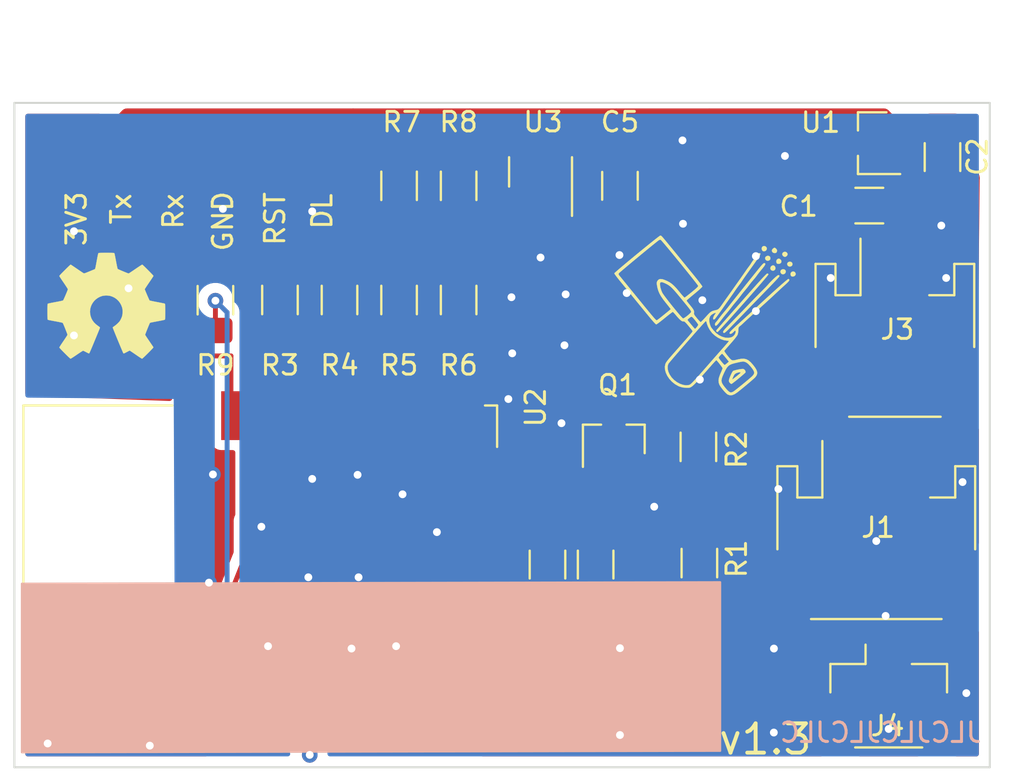
<source format=kicad_pcb>
(kicad_pcb (version 20171130) (host pcbnew "(5.1.9-0-10_14)")

  (general
    (thickness 1.6)
    (drawings 7)
    (tracks 292)
    (zones 0)
    (modules 25)
    (nets 29)
  )

  (page A4)
  (layers
    (0 F.Cu signal)
    (31 B.Cu signal)
    (32 B.Adhes user)
    (33 F.Adhes user)
    (34 B.Paste user)
    (35 F.Paste user)
    (36 B.SilkS user)
    (37 F.SilkS user)
    (38 B.Mask user)
    (39 F.Mask user)
    (40 Dwgs.User user)
    (41 Cmts.User user)
    (42 Eco1.User user)
    (43 Eco2.User user)
    (44 Edge.Cuts user)
    (45 Margin user)
    (46 B.CrtYd user)
    (47 F.CrtYd user)
    (48 B.Fab user)
    (49 F.Fab user)
  )

  (setup
    (last_trace_width 0.25)
    (user_trace_width 0.25)
    (user_trace_width 0.5)
    (user_trace_width 0.75)
    (user_trace_width 1)
    (user_trace_width 2)
    (trace_clearance 0.2)
    (zone_clearance 0.508)
    (zone_45_only no)
    (trace_min 0.127)
    (via_size 0.8)
    (via_drill 0.4)
    (via_min_size 0.45)
    (via_min_drill 0.3)
    (user_via 0.6 0.3)
    (user_via 0.8 0.4)
    (uvia_size 0.3)
    (uvia_drill 0.1)
    (uvias_allowed no)
    (uvia_min_size 0.2)
    (uvia_min_drill 0.1)
    (edge_width 0.1)
    (segment_width 0.2)
    (pcb_text_width 0.3)
    (pcb_text_size 1.5 1.5)
    (mod_edge_width 0.153)
    (mod_text_size 1 1)
    (mod_text_width 0.153)
    (pad_size 1.2 1.75)
    (pad_drill 0.75)
    (pad_to_mask_clearance 0)
    (aux_axis_origin 0 0)
    (grid_origin 0 34)
    (visible_elements FFFFEF7F)
    (pcbplotparams
      (layerselection 0x010f8_ffffffff)
      (usegerberextensions false)
      (usegerberattributes false)
      (usegerberadvancedattributes false)
      (creategerberjobfile false)
      (excludeedgelayer true)
      (linewidth 0.100000)
      (plotframeref false)
      (viasonmask false)
      (mode 1)
      (useauxorigin false)
      (hpglpennumber 1)
      (hpglpenspeed 20)
      (hpglpendiameter 15.000000)
      (psnegative false)
      (psa4output false)
      (plotreference true)
      (plotvalue false)
      (plotinvisibletext false)
      (padsonsilk true)
      (subtractmaskfromsilk false)
      (outputformat 1)
      (mirror false)
      (drillshape 0)
      (scaleselection 1)
      (outputdirectory "gerber/"))
  )

  (net 0 "")
  (net 1 GND)
  (net 2 "Net-(R3-Pad2)")
  (net 3 "Net-(R5-Pad2)")
  (net 4 +3V3)
  (net 5 +BATT)
  (net 6 "Net-(Q1-Pad3)")
  (net 7 "Net-(Q1-Pad1)")
  (net 8 "Net-(R6-Pad1)")
  (net 9 "Net-(R7-Pad2)")
  (net 10 "Net-(R8-Pad2)")
  (net 11 "Net-(J2-Pad2)")
  (net 12 "Net-(J1-Pad2)")
  (net 13 "Net-(J2-Pad6)")
  (net 14 "Net-(J2-Pad3)")
  (net 15 "Net-(U2-Pad14)")
  (net 16 "Net-(U2-Pad13)")
  (net 17 "Net-(U2-Pad12)")
  (net 18 "Net-(U2-Pad11)")
  (net 19 "Net-(U2-Pad10)")
  (net 20 "Net-(U2-Pad9)")
  (net 21 "Net-(U2-Pad6)")
  (net 22 "Net-(U2-Pad5)")
  (net 23 "Net-(U3-Pad7)")
  (net 24 "Net-(U3-Pad4)")
  (net 25 "Net-(U3-Pad3)")
  (net 26 "Net-(C6-Pad1)")
  (net 27 "Net-(J2-Pad5)")
  (net 28 "Net-(R9-Pad1)")

  (net_class Default "This is the default net class."
    (clearance 0.2)
    (trace_width 0.25)
    (via_dia 0.8)
    (via_drill 0.4)
    (uvia_dia 0.3)
    (uvia_drill 0.1)
    (add_net "Net-(C6-Pad1)")
    (add_net "Net-(J1-Pad2)")
    (add_net "Net-(J2-Pad2)")
    (add_net "Net-(J2-Pad3)")
    (add_net "Net-(J2-Pad5)")
    (add_net "Net-(J2-Pad6)")
    (add_net "Net-(Q1-Pad1)")
    (add_net "Net-(Q1-Pad3)")
    (add_net "Net-(R3-Pad2)")
    (add_net "Net-(R5-Pad2)")
    (add_net "Net-(R6-Pad1)")
    (add_net "Net-(R7-Pad2)")
    (add_net "Net-(R8-Pad2)")
    (add_net "Net-(R9-Pad1)")
    (add_net "Net-(U2-Pad10)")
    (add_net "Net-(U2-Pad11)")
    (add_net "Net-(U2-Pad12)")
    (add_net "Net-(U2-Pad13)")
    (add_net "Net-(U2-Pad14)")
    (add_net "Net-(U2-Pad5)")
    (add_net "Net-(U2-Pad6)")
    (add_net "Net-(U2-Pad9)")
    (add_net "Net-(U3-Pad3)")
    (add_net "Net-(U3-Pad4)")
    (add_net "Net-(U3-Pad7)")
  )

  (net_class Power ""
    (clearance 0.2)
    (trace_width 0.75)
    (via_dia 0.8)
    (via_drill 0.4)
    (uvia_dia 0.3)
    (uvia_drill 0.1)
    (add_net +3V3)
    (add_net +BATT)
    (add_net GND)
  )

  (module User_Library:6-pogo-female (layer F.Cu) (tedit 613E58BE) (tstamp 60FF2D22)
    (at 22.987 14.569)
    (path /61050E04)
    (fp_text reference J2 (at 0.127 0.254 180) (layer F.SilkS) hide
      (effects (font (size 1 1) (thickness 0.15)))
    )
    (fp_text value ESP_01x06_Female (at 0 -0.5) (layer F.Fab)
      (effects (font (size 1 1) (thickness 0.15)))
    )
    (fp_text user RST (at 3.937 5.08 90) (layer F.SilkS)
      (effects (font (size 1 1) (thickness 0.15)))
    )
    (fp_text user DL (at 6.35 4.699 90) (layer F.SilkS)
      (effects (font (size 1 1) (thickness 0.15)))
    )
    (fp_text user GND (at 1.27 5.207 90) (layer F.SilkS)
      (effects (font (size 1 1) (thickness 0.15)))
    )
    (fp_text user Rx (at -1.27 4.699 90) (layer F.SilkS)
      (effects (font (size 1 1) (thickness 0.15)))
    )
    (fp_text user Tx (at -3.937 4.572 90) (layer F.SilkS)
      (effects (font (size 1 1) (thickness 0.15)))
    )
    (fp_text user 3V3 (at -6.223 5.08 90) (layer F.SilkS)
      (effects (font (size 1 1) (thickness 0.15)))
    )
    (fp_line (start -7.874 1.016) (end 7.874 1.016) (layer F.CrtYd) (width 0.12))
    (fp_line (start 7.874 1.016) (end 7.874 4.064) (layer F.CrtYd) (width 0.12))
    (fp_line (start 7.874 4.064) (end -7.874 4.064) (layer F.CrtYd) (width 0.12))
    (fp_line (start -7.874 4.064) (end -7.874 1.016) (layer F.CrtYd) (width 0.12))
    (pad 6 smd rect (at 6.35 2.54) (size 1.524 1.524) (layers F.Cu F.Paste F.Mask)
      (net 13 "Net-(J2-Pad6)"))
    (pad 5 smd rect (at 3.81 2.54) (size 1.524 1.524) (layers F.Cu F.Paste F.Mask)
      (net 27 "Net-(J2-Pad5)"))
    (pad 4 smd rect (at 1.27 2.54) (size 1.524 1.524) (layers F.Cu F.Paste F.Mask)
      (net 1 GND))
    (pad 3 smd rect (at -1.27 2.54) (size 1.524 1.524) (layers F.Cu F.Paste F.Mask)
      (net 14 "Net-(J2-Pad3)"))
    (pad 2 smd rect (at -3.81 2.54) (size 1.524 1.524) (layers F.Cu F.Paste F.Mask)
      (net 11 "Net-(J2-Pad2)"))
    (pad 1 smd rect (at -6.35 2.54) (size 1.524 1.524) (layers F.Cu F.Paste F.Mask)
      (net 4 +3V3))
  )

  (module User_Library:open-hardware (layer F.Cu) (tedit 0) (tstamp 613BD224)
    (at 18.288 24.094)
    (fp_text reference G*** (at 0 0) (layer F.SilkS) hide
      (effects (font (size 1.524 1.524) (thickness 0.3)))
    )
    (fp_text value LOGO (at 0.75 0) (layer F.SilkS) hide
      (effects (font (size 1.524 1.524) (thickness 0.3)))
    )
    (fp_poly (pts (xy 0.053123 -2.703696) (xy 0.131059 -2.703076) (xy 0.204769 -2.701946) (xy 0.271551 -2.700307)
      (xy 0.328703 -2.698163) (xy 0.373524 -2.695518) (xy 0.403312 -2.692373) (xy 0.415241 -2.688909)
      (xy 0.41955 -2.676168) (xy 0.426996 -2.645673) (xy 0.437115 -2.599668) (xy 0.449442 -2.540397)
      (xy 0.463512 -2.470103) (xy 0.478863 -2.391032) (xy 0.495028 -2.305427) (xy 0.498813 -2.285049)
      (xy 0.519804 -2.173146) (xy 0.537797 -2.08049) (xy 0.552972 -2.006259) (xy 0.565509 -1.94963)
      (xy 0.575588 -1.90978) (xy 0.583389 -1.885887) (xy 0.587787 -1.878008) (xy 0.600882 -1.870309)
      (xy 0.629891 -1.856377) (xy 0.67183 -1.837453) (xy 0.723719 -1.814779) (xy 0.782574 -1.789594)
      (xy 0.845414 -1.76314) (xy 0.909256 -1.736658) (xy 0.971119 -1.711388) (xy 1.02802 -1.688572)
      (xy 1.076978 -1.669449) (xy 1.115009 -1.655261) (xy 1.139133 -1.647249) (xy 1.145577 -1.64592)
      (xy 1.156775 -1.651496) (xy 1.182816 -1.667405) (xy 1.221832 -1.692417) (xy 1.271955 -1.725305)
      (xy 1.331318 -1.764838) (xy 1.398053 -1.809789) (xy 1.470292 -1.858929) (xy 1.494107 -1.875229)
      (xy 1.590046 -1.940602) (xy 1.670062 -1.99427) (xy 1.734629 -2.036533) (xy 1.784218 -2.06769)
      (xy 1.819304 -2.088042) (xy 1.840357 -2.097887) (xy 1.846687 -2.098813) (xy 1.858517 -2.090259)
      (xy 1.882301 -2.069183) (xy 1.916147 -2.037492) (xy 1.958159 -1.997095) (xy 2.006446 -1.949897)
      (xy 2.059112 -1.897808) (xy 2.114265 -1.842734) (xy 2.17001 -1.786582) (xy 2.224455 -1.73126)
      (xy 2.275705 -1.678675) (xy 2.321867 -1.630735) (xy 2.361048 -1.589348) (xy 2.391353 -1.55642)
      (xy 2.41089 -1.533858) (xy 2.417764 -1.523575) (xy 2.412105 -1.512156) (xy 2.39611 -1.485949)
      (xy 2.371029 -1.446854) (xy 2.338117 -1.396775) (xy 2.298624 -1.337613) (xy 2.253804 -1.27127)
      (xy 2.204908 -1.199649) (xy 2.194244 -1.184122) (xy 2.144632 -1.111524) (xy 2.098852 -1.043688)
      (xy 2.058157 -0.982532) (xy 2.0238 -0.929978) (xy 1.997033 -0.887946) (xy 1.97911 -0.858356)
      (xy 1.971283 -0.84313) (xy 1.97104 -0.841954) (xy 1.974996 -0.827733) (xy 1.986035 -0.797875)
      (xy 2.002911 -0.755277) (xy 2.024379 -0.702838) (xy 2.049194 -0.643455) (xy 2.076111 -0.580027)
      (xy 2.103884 -0.515451) (xy 2.131269 -0.452625) (xy 2.157019 -0.394447) (xy 2.17989 -0.343815)
      (xy 2.198637 -0.303627) (xy 2.212013 -0.276781) (xy 2.21829 -0.266556) (xy 2.231317 -0.261496)
      (xy 2.262308 -0.253339) (xy 2.309213 -0.242524) (xy 2.369985 -0.22949) (xy 2.442578 -0.214678)
      (xy 2.524943 -0.198526) (xy 2.611145 -0.182199) (xy 2.696668 -0.166038) (xy 2.776158 -0.150587)
      (xy 2.847335 -0.136321) (xy 2.907921 -0.123715) (xy 2.955637 -0.113245) (xy 2.988205 -0.105385)
      (xy 3.003345 -0.100612) (xy 3.003904 -0.100252) (xy 3.007515 -0.087344) (xy 3.01063 -0.056823)
      (xy 3.013247 -0.011391) (xy 3.015362 0.04625) (xy 3.016972 0.113399) (xy 3.018075 0.187355)
      (xy 3.018666 0.265416) (xy 3.018744 0.34488) (xy 3.018305 0.423046) (xy 3.017346 0.497213)
      (xy 3.015864 0.564679) (xy 3.013857 0.622742) (xy 3.01132 0.668701) (xy 3.008251 0.699854)
      (xy 3.00482 0.713302) (xy 2.994138 0.719238) (xy 2.969396 0.727041) (xy 2.929558 0.736939)
      (xy 2.873591 0.749159) (xy 2.800461 0.763929) (xy 2.709132 0.781478) (xy 2.62128 0.797854)
      (xy 2.536792 0.813628) (xy 2.458427 0.828621) (xy 2.388478 0.842366) (xy 2.329238 0.854398)
      (xy 2.283002 0.864251) (xy 2.252061 0.871457) (xy 2.238709 0.875552) (xy 2.238542 0.875668)
      (xy 2.231921 0.887174) (xy 2.219114 0.914842) (xy 2.201246 0.955875) (xy 2.179444 1.007476)
      (xy 2.154834 1.066848) (xy 2.128542 1.131194) (xy 2.101694 1.197718) (xy 2.075416 1.263623)
      (xy 2.050834 1.326112) (xy 2.029074 1.382387) (xy 2.011262 1.429652) (xy 1.998524 1.465111)
      (xy 1.991986 1.485966) (xy 1.99136 1.489621) (xy 1.996938 1.501511) (xy 2.012811 1.52811)
      (xy 2.037689 1.567434) (xy 2.070281 1.617499) (xy 2.109294 1.676321) (xy 2.153438 1.741917)
      (xy 2.200415 1.810835) (xy 2.248519 1.881152) (xy 2.293035 1.946566) (xy 2.332635 2.005096)
      (xy 2.365988 2.054764) (xy 2.391766 2.093589) (xy 2.408639 2.119593) (xy 2.415247 2.130712)
      (xy 2.409754 2.14146) (xy 2.39141 2.164336) (xy 2.362087 2.197467) (xy 2.323659 2.238976)
      (xy 2.277997 2.28699) (xy 2.226974 2.339632) (xy 2.172463 2.395028) (xy 2.116337 2.451303)
      (xy 2.060468 2.506583) (xy 2.006729 2.558992) (xy 1.956994 2.606654) (xy 1.913133 2.647697)
      (xy 1.877021 2.680243) (xy 1.85053 2.70242) (xy 1.835532 2.71235) (xy 1.833948 2.712705)
      (xy 1.820219 2.707111) (xy 1.792401 2.69139) (xy 1.753013 2.667126) (xy 1.704574 2.6359)
      (xy 1.649603 2.599296) (xy 1.60528 2.569042) (xy 1.540983 2.524787) (xy 1.475912 2.480165)
      (xy 1.413963 2.437831) (xy 1.359028 2.400447) (xy 1.315004 2.37067) (xy 1.298631 2.359686)
      (xy 1.200263 2.293981) (xy 1.047543 2.37381) (xy 0.99108 2.403061) (xy 0.949749 2.423628)
      (xy 0.92084 2.436555) (xy 0.901644 2.442885) (xy 0.889452 2.443663) (xy 0.881556 2.439932)
      (xy 0.879918 2.4384) (xy 0.87331 2.426305) (xy 0.859863 2.397264) (xy 0.840356 2.353159)
      (xy 0.815567 2.29587) (xy 0.786272 2.227279) (xy 0.753251 2.149267) (xy 0.717281 2.063714)
      (xy 0.67914 1.972503) (xy 0.639606 1.877513) (xy 0.599457 1.780627) (xy 0.559471 1.683725)
      (xy 0.520426 1.588688) (xy 0.483099 1.497397) (xy 0.44827 1.411734) (xy 0.416714 1.33358)
      (xy 0.389212 1.264816) (xy 0.36654 1.207322) (xy 0.349476 1.16298) (xy 0.338799 1.133671)
      (xy 0.33528 1.12143) (xy 0.341562 1.106577) (xy 0.36163 1.086871) (xy 0.397313 1.06067)
      (xy 0.4191 1.046228) (xy 0.460208 1.01676) (xy 0.508789 0.97763) (xy 0.558542 0.934117)
      (xy 0.599971 0.894711) (xy 0.642591 0.851063) (xy 0.674258 0.815411) (xy 0.699099 0.782125)
      (xy 0.721238 0.745577) (xy 0.7448 0.700139) (xy 0.749365 0.69088) (xy 0.783181 0.618397)
      (xy 0.807296 0.556281) (xy 0.82325 0.49797) (xy 0.832582 0.436905) (xy 0.836834 0.366522)
      (xy 0.837595 0.31496) (xy 0.837173 0.252318) (xy 0.834982 0.204016) (xy 0.830401 0.164103)
      (xy 0.822806 0.126631) (xy 0.81475 0.09652) (xy 0.768961 -0.027739) (xy 0.706639 -0.141267)
      (xy 0.629099 -0.242775) (xy 0.53765 -0.330976) (xy 0.433607 -0.404581) (xy 0.318279 -0.462301)
      (xy 0.20828 -0.49899) (xy 0.127213 -0.514018) (xy 0.035719 -0.520791) (xy -0.058269 -0.519315)
      (xy -0.146817 -0.509595) (xy -0.19812 -0.498746) (xy -0.318137 -0.457153) (xy -0.428565 -0.399407)
      (xy -0.52819 -0.327273) (xy -0.615795 -0.242513) (xy -0.690164 -0.146895) (xy -0.750081 -0.042181)
      (xy -0.794329 0.069863) (xy -0.821692 0.187473) (xy -0.830955 0.308883) (xy -0.824232 0.409724)
      (xy -0.798939 0.536682) (xy -0.757671 0.653021) (xy -0.699635 0.759995) (xy -0.62404 0.858857)
      (xy -0.530095 0.95086) (xy -0.43688 1.023435) (xy -0.396057 1.052907) (xy -0.361284 1.079068)
      (xy -0.335977 1.099272) (xy -0.323551 1.110875) (xy -0.323084 1.11157) (xy -0.321712 1.114139)
      (xy -0.320919 1.117356) (xy -0.321192 1.122446) (xy -0.323015 1.130633) (xy -0.326874 1.143141)
      (xy -0.333254 1.161197) (xy -0.34264 1.186023) (xy -0.355517 1.218845) (xy -0.372372 1.260888)
      (xy -0.393689 1.313376) (xy -0.419954 1.377533) (xy -0.451652 1.454585) (xy -0.489268 1.545755)
      (xy -0.533288 1.652269) (xy -0.584197 1.775351) (xy -0.630481 1.887224) (xy -0.685746 2.020238)
      (xy -0.733761 2.134588) (xy -0.774648 2.23055) (xy -0.808528 2.308398) (xy -0.835521 2.368404)
      (xy -0.855748 2.410844) (xy -0.869329 2.435991) (xy -0.875951 2.444058) (xy -0.891805 2.44146)
      (xy -0.922594 2.429498) (xy -0.965831 2.409269) (xy -1.019032 2.381868) (xy -1.028351 2.376865)
      (xy -1.077175 2.351252) (xy -1.12112 2.329564) (xy -1.156461 2.313538) (xy -1.179476 2.304908)
      (xy -1.184835 2.303901) (xy -1.197975 2.309472) (xy -1.225724 2.325367) (xy -1.26603 2.350273)
      (xy -1.316845 2.382876) (xy -1.376117 2.421865) (xy -1.441798 2.465926) (xy -1.503848 2.50825)
      (xy -1.573499 2.555717) (xy -1.638556 2.599285) (xy -1.696972 2.637639) (xy -1.746697 2.669466)
      (xy -1.785682 2.693453) (xy -1.811876 2.708284) (xy -1.822763 2.71272) (xy -1.83597 2.705862)
      (xy -1.861879 2.685158) (xy -1.900706 2.650409) (xy -1.952662 2.601418) (xy -2.01796 2.537987)
      (xy -2.096814 2.459919) (xy -2.12097 2.435791) (xy -2.202945 2.353216) (xy -2.270757 2.283698)
      (xy -2.324265 2.227388) (xy -2.363331 2.184437) (xy -2.387814 2.154995) (xy -2.397574 2.139212)
      (xy -2.39776 2.137977) (xy -2.39217 2.125024) (xy -2.376263 2.097421) (xy -2.351338 2.05719)
      (xy -2.318694 2.006353) (xy -2.279628 1.946934) (xy -2.235439 1.880955) (xy -2.18948 1.813436)
      (xy -2.141599 1.743071) (xy -2.097596 1.677329) (xy -2.05877 1.618234) (xy -2.026417 1.567807)
      (xy -2.001838 1.528071) (xy -1.98633 1.501047) (xy -1.981181 1.48895) (xy -1.98493 1.473336)
      (xy -1.995415 1.441927) (xy -2.011478 1.39762) (xy -2.03196 1.343312) (xy -2.055701 1.2819)
      (xy -2.081542 1.216281) (xy -2.108323 1.149351) (xy -2.134887 1.084006) (xy -2.160072 1.023144)
      (xy -2.182721 0.969661) (xy -2.201674 0.926455) (xy -2.215771 0.89642) (xy -2.223854 0.882456)
      (xy -2.223918 0.88239) (xy -2.236696 0.875852) (xy -2.264697 0.867317) (xy -2.308838 0.856581)
      (xy -2.370038 0.84344) (xy -2.449212 0.82769) (xy -2.547278 0.809126) (xy -2.58064 0.802956)
      (xy -2.682167 0.78425) (xy -2.765538 0.768783) (xy -2.832583 0.756099) (xy -2.885129 0.745743)
      (xy -2.925003 0.737262) (xy -2.954033 0.730201) (xy -2.974046 0.724105) (xy -2.986869 0.71852)
      (xy -2.994331 0.712992) (xy -2.998259 0.707065) (xy -3.000479 0.700286) (xy -3.000977 0.698421)
      (xy -3.002372 0.683314) (xy -3.003662 0.650305) (xy -3.004809 0.601812) (xy -3.005777 0.540254)
      (xy -3.006526 0.468049) (xy -3.00702 0.387616) (xy -3.007221 0.301371) (xy -3.007222 0.299121)
      (xy -3.007089 0.194835) (xy -3.006572 0.109324) (xy -3.005623 0.041049) (xy -3.004191 -0.011531)
      (xy -3.002229 -0.049957) (xy -2.999687 -0.07577) (xy -2.996515 -0.090511) (xy -2.99466 -0.094234)
      (xy -2.9855 -0.099938) (xy -2.964815 -0.107055) (xy -2.931265 -0.115883) (xy -2.883506 -0.126721)
      (xy -2.820199 -0.139868) (xy -2.74 -0.155622) (xy -2.641569 -0.174282) (xy -2.602146 -0.181632)
      (xy -2.498614 -0.201056) (xy -2.413552 -0.217469) (xy -2.345392 -0.231222) (xy -2.292563 -0.242668)
      (xy -2.253497 -0.252158) (xy -2.226625 -0.260046) (xy -2.210377 -0.266682) (xy -2.204381 -0.270878)
      (xy -2.195322 -0.285482) (xy -2.180012 -0.315846) (xy -2.159719 -0.359005) (xy -2.13571 -0.411992)
      (xy -2.109256 -0.47184) (xy -2.081623 -0.535585) (xy -2.054079 -0.600259) (xy -2.027894 -0.662896)
      (xy -2.004335 -0.720531) (xy -1.98467 -0.770196) (xy -1.970169 -0.808927) (xy -1.962098 -0.833757)
      (xy -1.96086 -0.840424) (xy -1.966503 -0.853913) (xy -1.982627 -0.882169) (xy -2.008037 -0.923332)
      (xy -2.041539 -0.975537) (xy -2.081938 -1.036922) (xy -2.12804 -1.105624) (xy -2.175846 -1.175704)
      (xy -2.224744 -1.247283) (xy -2.269999 -1.314375) (xy -2.310296 -1.374968) (xy -2.34432 -1.427046)
      (xy -2.370755 -1.468596) (xy -2.388286 -1.497603) (xy -2.395599 -1.512054) (xy -2.395677 -1.512382)
      (xy -2.395123 -1.520329) (xy -2.389905 -1.531604) (xy -2.378797 -1.547561) (xy -2.36057 -1.569556)
      (xy -2.333999 -1.598947) (xy -2.297855 -1.637087) (xy -2.250913 -1.685334) (xy -2.191945 -1.745043)
      (xy -2.119724 -1.817569) (xy -2.117212 -1.820085) (xy -2.040887 -1.896029) (xy -1.974532 -1.961028)
      (xy -1.918867 -2.014406) (xy -1.874616 -2.055486) (xy -1.842501 -2.083594) (xy -1.823244 -2.098051)
      (xy -1.818217 -2.099908) (xy -1.806545 -2.093422) (xy -1.780115 -2.07666) (xy -1.740872 -2.050921)
      (xy -1.690762 -2.017503) (xy -1.631727 -1.977702) (xy -1.565714 -1.932817) (xy -1.494667 -1.884146)
      (xy -1.488017 -1.879572) (xy -1.416126 -1.830319) (xy -1.348663 -1.784496) (xy -1.287648 -1.743445)
      (xy -1.235105 -1.70851) (xy -1.193054 -1.681036) (xy -1.163519 -1.662365) (xy -1.14852 -1.653842)
      (xy -1.14808 -1.653665) (xy -1.137727 -1.651911) (xy -1.122337 -1.653525) (xy -1.099793 -1.659233)
      (xy -1.067981 -1.669759) (xy -1.024783 -1.685826) (xy -0.968082 -1.708159) (xy -0.895763 -1.737483)
      (xy -0.85852 -1.752758) (xy -0.789469 -1.781143) (xy -0.726258 -1.807122) (xy -0.671414 -1.829656)
      (xy -0.627462 -1.847708) (xy -0.596928 -1.860239) (xy -0.582339 -1.866214) (xy -0.581753 -1.866452)
      (xy -0.576661 -1.869671) (xy -0.571742 -1.876211) (xy -0.566601 -1.887835) (xy -0.560839 -1.906303)
      (xy -0.554061 -1.933376) (xy -0.54587 -1.970816) (xy -0.535869 -2.020383) (xy -0.52366 -2.08384)
      (xy -0.508848 -2.162947) (xy -0.491035 -2.259465) (xy -0.481503 -2.3114) (xy -0.461794 -2.417454)
      (xy -0.445018 -2.504474) (xy -0.430945 -2.5735) (xy -0.419348 -2.625572) (xy -0.409998 -2.661729)
      (xy -0.402666 -2.68301) (xy -0.398322 -2.68986) (xy -0.383834 -2.693446) (xy -0.351958 -2.696495)
      (xy -0.305398 -2.69901) (xy -0.246854 -2.700995) (xy -0.179029 -2.702453) (xy -0.104623 -2.703387)
      (xy -0.026339 -2.7038) (xy 0.053123 -2.703696)) (layer F.SilkS) (width 0.01))
  )

  (module User_Library:ganthorpe-fibre (layer F.Cu) (tedit 0) (tstamp 613BD0B4)
    (at 49.276 24.475)
    (fp_text reference G*** (at 0 0) (layer F.SilkS) hide
      (effects (font (size 1.524 1.524) (thickness 0.3)))
    )
    (fp_text value LOGO (at 0.75 0) (layer F.SilkS) hide
      (effects (font (size 1.524 1.524) (thickness 0.3)))
    )
    (fp_poly (pts (xy -2.59975 -3.960162) (xy -2.574896 -3.941236) (xy -2.539996 -3.906499) (xy -2.49115 -3.851819)
      (xy -2.42446 -3.773066) (xy -2.336029 -3.66611) (xy -2.238569 -3.54714) (xy -2.164555 -3.456748)
      (xy -2.091346 -3.367559) (xy -2.030397 -3.293522) (xy -2.008909 -3.26752) (xy -1.965074 -3.214287)
      (xy -1.899788 -3.134618) (xy -1.820736 -3.037908) (xy -1.735604 -2.933553) (xy -1.704505 -2.89538)
      (xy -1.633499 -2.808259) (xy -1.538943 -2.692357) (xy -1.426527 -2.554641) (xy -1.301938 -2.402077)
      (xy -1.170865 -2.241631) (xy -1.038998 -2.080271) (xy -0.982915 -2.011665) (xy -0.865064 -1.866353)
      (xy -0.757163 -1.731081) (xy -0.662611 -1.610283) (xy -0.584804 -1.508391) (xy -0.527139 -1.429837)
      (xy -0.493013 -1.379054) (xy -0.484909 -1.361837) (xy -0.502731 -1.333777) (xy -0.554021 -1.280721)
      (xy -0.635514 -1.205665) (xy -0.743946 -1.111605) (xy -0.876055 -1.001536) (xy -0.889 -0.990942)
      (xy -1.005185 -0.895173) (xy -1.108307 -0.808596) (xy -1.193291 -0.7356) (xy -1.255061 -0.680579)
      (xy -1.288543 -0.647922) (xy -1.293091 -0.641298) (xy -1.279157 -0.616905) (xy -1.241228 -0.564895)
      (xy -1.185113 -0.492927) (xy -1.117298 -0.409483) (xy -1.027819 -0.298781) (xy -0.965907 -0.214293)
      (xy -0.927652 -0.148438) (xy -0.909145 -0.093635) (xy -0.906478 -0.042303) (xy -0.910977 -0.009363)
      (xy -0.913847 0.026289) (xy -0.905038 0.062692) (xy -0.879869 0.108314) (xy -0.833655 0.171623)
      (xy -0.761715 0.261088) (xy -0.760807 0.262195) (xy -0.692776 0.342336) (xy -0.63339 0.407077)
      (xy -0.58964 0.449118) (xy -0.569889 0.461554) (xy -0.545813 0.445046) (xy -0.497325 0.399692)
      (xy -0.430364 0.331454) (xy -0.350866 0.246295) (xy -0.304312 0.194812) (xy -0.205863 0.086124)
      (xy -0.128936 0.006714) (xy -0.065053 -0.049251) (xy -0.005738 -0.087606) (xy 0.057487 -0.114183)
      (xy 0.1331 -0.134816) (xy 0.193917 -0.148012) (xy 0.253473 -0.162562) (xy 0.302919 -0.182505)
      (xy 0.348591 -0.213814) (xy 0.396823 -0.262462) (xy 0.45395 -0.334424) (xy 0.526309 -0.435672)
      (xy 0.577273 -0.50947) (xy 0.63372 -0.590815) (xy 0.701776 -0.687664) (xy 0.762 -0.772449)
      (xy 0.819119 -0.852509) (xy 0.893972 -0.957725) (xy 0.981183 -1.080512) (xy 1.075375 -1.213282)
      (xy 1.171173 -1.348448) (xy 1.263199 -1.478424) (xy 1.346078 -1.595622) (xy 1.414433 -1.692457)
      (xy 1.462888 -1.761341) (xy 1.472057 -1.774443) (xy 1.528768 -1.855562) (xy 1.594118 -1.948928)
      (xy 1.633694 -2.005414) (xy 1.690407 -2.086814) (xy 1.746199 -2.167686) (xy 1.778 -2.214313)
      (xy 1.829819 -2.287659) (xy 1.889506 -2.367676) (xy 1.907609 -2.39099) (xy 1.959433 -2.461046)
      (xy 2.005101 -2.529718) (xy 2.018008 -2.551546) (xy 2.05585 -2.611966) (xy 2.107115 -2.684848)
      (xy 2.130853 -2.716206) (xy 2.18528 -2.787968) (xy 2.249878 -2.875831) (xy 2.29747 -2.942202)
      (xy 2.356573 -3.018499) (xy 2.401457 -3.058055) (xy 2.435779 -3.066178) (xy 2.459258 -3.062485)
      (xy 2.477154 -3.05678) (xy 2.487653 -3.046032) (xy 2.488943 -3.027206) (xy 2.479209 -2.997268)
      (xy 2.456639 -2.953187) (xy 2.41942 -2.891928) (xy 2.365739 -2.810458) (xy 2.293781 -2.705743)
      (xy 2.201735 -2.574752) (xy 2.087787 -2.414449) (xy 1.950123 -2.221801) (xy 1.834353 -2.060038)
      (xy 1.751098 -1.943118) (xy 1.674215 -1.834039) (xy 1.608966 -1.740352) (xy 1.560614 -1.669609)
      (xy 1.535545 -1.63123) (xy 1.48783 -1.558591) (xy 1.436983 -1.488888) (xy 1.436078 -1.487738)
      (xy 1.356907 -1.383751) (xy 1.269467 -1.263525) (xy 1.19024 -1.149809) (xy 1.177636 -1.131057)
      (xy 1.140679 -1.076619) (xy 1.088219 -1.001004) (xy 1.017461 -0.900235) (xy 0.925613 -0.770334)
      (xy 0.809878 -0.607324) (xy 0.796636 -0.5887) (xy 0.742554 -0.512086) (xy 0.680275 -0.423067)
      (xy 0.646545 -0.374508) (xy 0.561919 -0.253205) (xy 0.474844 -0.130117) (xy 0.389773 -0.011355)
      (xy 0.311156 0.096969) (xy 0.243446 0.188744) (xy 0.191093 0.257858) (xy 0.158548 0.298199)
      (xy 0.151196 0.305601) (xy 0.103333 0.327226) (xy 0.075925 0.315087) (xy 0.068164 0.276416)
      (xy 0.079241 0.218445) (xy 0.108348 0.148405) (xy 0.154677 0.073527) (xy 0.180855 0.040267)
      (xy 0.205012 0.001025) (xy 0.192432 -0.013935) (xy 0.145896 -0.004229) (xy 0.077189 0.025959)
      (xy -0.027917 0.093587) (xy -0.094017 0.175713) (xy -0.12804 0.282083) (xy -0.133195 0.321891)
      (xy -0.130639 0.408613) (xy -0.112236 0.513377) (xy -0.082603 0.618712) (xy -0.046358 0.707143)
      (xy -0.02049 0.748458) (xy 0.004197 0.779007) (xy 0.047476 0.832795) (xy 0.089747 0.885431)
      (xy 0.221003 1.022187) (xy 0.369912 1.131578) (xy 0.529133 1.210848) (xy 0.691325 1.257245)
      (xy 0.849146 1.268016) (xy 0.995255 1.240408) (xy 1.01583 1.232737) (xy 1.100465 1.181517)
      (xy 1.167748 1.10842) (xy 1.210568 1.025132) (xy 1.221816 0.943339) (xy 1.213716 0.907525)
      (xy 1.200199 0.89047) (xy 1.176508 0.899317) (xy 1.135018 0.938307) (xy 1.109984 0.965201)
      (xy 1.040506 1.027928) (xy 0.978253 1.059654) (xy 0.930574 1.05754) (xy 0.913379 1.041175)
      (xy 0.907597 1.02353) (xy 0.912613 1.000882) (xy 0.931715 0.969708) (xy 0.968189 0.926481)
      (xy 1.025322 0.867678) (xy 1.106401 0.789773) (xy 1.214712 0.689241) (xy 1.353543 0.562557)
      (xy 1.393368 0.52642) (xy 1.566965 0.368931) (xy 1.711698 0.237406) (xy 1.832995 0.126877)
      (xy 1.936282 0.032375) (xy 2.026988 -0.051066) (xy 2.11054 -0.128417) (xy 2.192365 -0.204645)
      (xy 2.208115 -0.219364) (xy 2.43217 -0.428107) (xy 2.650103 -0.629695) (xy 2.859341 -0.821836)
      (xy 3.057307 -1.002234) (xy 3.241428 -1.168596) (xy 3.40913 -1.318626) (xy 3.557837 -1.45003)
      (xy 3.684975 -1.560514) (xy 3.787969 -1.647784) (xy 3.864246 -1.709546) (xy 3.91123 -1.743504)
      (xy 3.925145 -1.749542) (xy 3.956835 -1.724044) (xy 3.966707 -1.696946) (xy 3.95623 -1.660884)
      (xy 3.914807 -1.606726) (xy 3.839608 -1.531066) (xy 3.794292 -1.489364) (xy 3.513224 -1.232914)
      (xy 3.267885 -1.004455) (xy 3.190989 -0.932296) (xy 3.106546 -0.853153) (xy 3.068366 -0.817407)
      (xy 3.0286 -0.780719) (xy 2.95902 -0.717102) (xy 2.864069 -0.630596) (xy 2.748192 -0.525239)
      (xy 2.615832 -0.405072) (xy 2.471434 -0.274136) (xy 2.319441 -0.13647) (xy 2.297545 -0.116651)
      (xy 2.146913 0.019907) (xy 2.0051 0.148896) (xy 1.87622 0.266544) (xy 1.76439 0.369074)
      (xy 1.673723 0.452713) (xy 1.608336 0.513685) (xy 1.572343 0.548217) (xy 1.569166 0.551478)
      (xy 1.507914 0.609074) (xy 1.439793 0.663808) (xy 1.436393 0.666249) (xy 1.395317 0.699049)
      (xy 1.372968 0.732956) (xy 1.363504 0.78314) (xy 1.361108 0.861709) (xy 1.35368 0.958184)
      (xy 1.335949 1.052958) (xy 1.320699 1.101822) (xy 1.290594 1.154355) (xy 1.232772 1.234637)
      (xy 1.151553 1.33716) (xy 1.051258 1.456411) (xy 0.969818 1.54936) (xy 0.874239 1.657194)
      (xy 0.78882 1.754452) (xy 0.718486 1.835456) (xy 0.668161 1.894526) (xy 0.642769 1.925983)
      (xy 0.641145 1.928411) (xy 0.648178 1.958879) (xy 0.684363 2.019296) (xy 0.747243 2.105941)
      (xy 0.814327 2.190673) (xy 0.896609 2.291002) (xy 0.959292 2.360012) (xy 1.012737 2.401532)
      (xy 1.0673 2.419391) (xy 1.133342 2.417417) (xy 1.22122 2.399439) (xy 1.315266 2.37584)
      (xy 1.488272 2.340838) (xy 1.632944 2.334053) (xy 1.758369 2.35852) (xy 1.873634 2.417274)
      (xy 1.987827 2.513349) (xy 2.100375 2.638065) (xy 2.209904 2.780549) (xy 2.282485 2.90194)
      (xy 2.319092 3.007504) (xy 2.320699 3.102508) (xy 2.288281 3.192217) (xy 2.222811 3.281897)
      (xy 2.220033 3.284989) (xy 2.178904 3.325295) (xy 2.107981 3.389243) (xy 2.013499 3.471588)
      (xy 1.901694 3.567081) (xy 1.7788 3.670476) (xy 1.651052 3.776525) (xy 1.524687 3.879982)
      (xy 1.405938 3.975598) (xy 1.304636 4.055341) (xy 1.165374 4.147425) (xy 1.03964 4.196397)
      (xy 0.925309 4.202596) (xy 0.820261 4.166359) (xy 0.779027 4.139045) (xy 0.710175 4.077126)
      (xy 0.628641 3.989578) (xy 0.544641 3.888971) (xy 0.468395 3.787876) (xy 0.410121 3.698864)
      (xy 0.389568 3.659909) (xy 0.35347 3.550319) (xy 0.346192 3.440374) (xy 0.494115 3.440374)
      (xy 0.502461 3.524059) (xy 0.535478 3.606555) (xy 0.593424 3.697482) (xy 0.632288 3.749718)
      (xy 0.747773 3.891457) (xy 0.844765 3.990964) (xy 0.923327 4.048296) (xy 0.976394 4.063914)
      (xy 1.030107 4.05201) (xy 1.09425 4.022984) (xy 1.102416 4.018178) (xy 1.147373 3.986784)
      (xy 1.220939 3.930893) (xy 1.316513 3.855892) (xy 1.427497 3.767168) (xy 1.547291 3.670109)
      (xy 1.669296 3.570102) (xy 1.786911 3.472537) (xy 1.893538 3.382799) (xy 1.982577 3.306278)
      (xy 2.047428 3.24836) (xy 2.060864 3.235721) (xy 2.125649 3.165134) (xy 2.162368 3.099352)
      (xy 2.169807 3.031787) (xy 2.146751 2.95585) (xy 2.091987 2.864952) (xy 2.004302 2.752505)
      (xy 1.962848 2.703625) (xy 1.874641 2.608681) (xy 1.798938 2.545658) (xy 1.72559 2.506233)
      (xy 1.719088 2.503684) (xy 1.673907 2.487344) (xy 1.634719 2.478041) (xy 1.591583 2.476354)
      (xy 1.53456 2.482863) (xy 1.453707 2.498148) (xy 1.339084 2.522789) (xy 1.320056 2.526957)
      (xy 1.153751 2.565661) (xy 1.024705 2.603917) (xy 0.924543 2.648361) (xy 0.84489 2.70563)
      (xy 0.777368 2.78236) (xy 0.713603 2.885189) (xy 0.645219 3.020751) (xy 0.614533 3.08598)
      (xy 0.550408 3.230955) (xy 0.510183 3.34588) (xy 0.494115 3.440374) (xy 0.346192 3.440374)
      (xy 0.345846 3.435157) (xy 0.367567 3.306159) (xy 0.419505 3.155064) (xy 0.450384 3.083372)
      (xy 0.492722 2.986629) (xy 0.526728 2.903485) (xy 0.548405 2.844064) (xy 0.554182 2.820531)
      (xy 0.540514 2.792506) (xy 0.504433 2.738717) (xy 0.453318 2.668684) (xy 0.394549 2.591928)
      (xy 0.335507 2.517969) (xy 0.283572 2.456329) (xy 0.246125 2.416528) (xy 0.233688 2.407094)
      (xy 0.213779 2.421282) (xy 0.16971 2.46429) (xy 0.10746 2.529947) (xy 0.03301 2.612081)
      (xy 0.011146 2.636788) (xy -0.192214 2.867894) (xy -0.367491 3.066917) (xy -0.517338 3.236242)
      (xy -0.644408 3.378257) (xy -0.751353 3.495345) (xy -0.840828 3.589893) (xy -0.915483 3.664287)
      (xy -0.977973 3.720913) (xy -1.03095 3.762155) (xy -1.077067 3.790401) (xy -1.118976 3.808035)
      (xy -1.159331 3.817443) (xy -1.200783 3.821011) (xy -1.245987 3.821125) (xy -1.297595 3.820171)
      (xy -1.304636 3.820095) (xy -1.494916 3.802835) (xy -1.665616 3.752487) (xy -1.708727 3.733564)
      (xy -1.882067 3.634138) (xy -2.036468 3.509993) (xy -2.168376 3.367138) (xy -2.274235 3.211586)
      (xy -2.350492 3.049346) (xy -2.39359 2.88643) (xy -2.395239 2.845712) (xy -2.260092 2.845712)
      (xy -2.226099 2.991772) (xy -2.15894 3.141284) (xy -2.060378 3.286873) (xy -2.053977 3.294747)
      (xy -1.926357 3.426308) (xy -1.781572 3.535066) (xy -1.627205 3.618018) (xy -1.470837 3.672164)
      (xy -1.32005 3.694502) (xy -1.182425 3.682031) (xy -1.123739 3.662997) (xy -1.088791 3.639414)
      (xy -1.032044 3.588295) (xy -0.95245 3.508505) (xy -0.848955 3.398906) (xy -0.720508 3.258361)
      (xy -0.566059 3.085735) (xy -0.384555 2.87989) (xy -0.174946 2.639688) (xy -0.138546 2.59778)
      (xy -0.08338 2.534528) (xy -0.003734 2.443609) (xy 0.094288 2.331956) (xy 0.142978 2.276574)
      (xy 0.346988 2.276574) (xy 0.360609 2.306078) (xy 0.39701 2.359367) (xy 0.448426 2.426971)
      (xy 0.507094 2.499418) (xy 0.565246 2.567238) (xy 0.615119 2.62096) (xy 0.648946 2.651112)
      (xy 0.656822 2.65447) (xy 0.686428 2.639686) (xy 0.737041 2.602624) (xy 0.778801 2.567695)
      (xy 0.876419 2.481905) (xy 0.712511 2.280043) (xy 0.645353 2.199397) (xy 0.587766 2.134071)
      (xy 0.546371 2.091334) (xy 0.528612 2.078182) (xy 0.500818 2.094508) (xy 0.457074 2.134917)
      (xy 0.40915 2.186553) (xy 0.368814 2.236561) (xy 0.347835 2.272084) (xy 0.346988 2.276574)
      (xy 0.142978 2.276574) (xy 0.204583 2.206503) (xy 0.321048 2.074185) (xy 0.437576 1.941937)
      (xy 0.548066 1.816693) (xy 0.646413 1.705386) (xy 0.726512 1.614953) (xy 0.734717 1.60571)
      (xy 0.797019 1.53371) (xy 0.84554 1.47414) (xy 0.873407 1.435614) (xy 0.877454 1.426755)
      (xy 0.85702 1.415131) (xy 0.806248 1.408886) (xy 0.789282 1.408545) (xy 0.639813 1.389528)
      (xy 0.478038 1.336259) (xy 0.314861 1.254414) (xy 0.161184 1.149665) (xy 0.027911 1.027689)
      (xy 0.002314 0.99899) (xy -0.100609 0.859857) (xy -0.185166 0.708436) (xy -0.242824 0.56084)
      (xy -0.255121 0.512834) (xy -0.276098 0.439544) (xy -0.298095 0.407565) (xy -0.307579 0.407413)
      (xy -0.329229 0.427464) (xy -0.377834 0.478826) (xy -0.450189 0.557839) (xy -0.543088 0.660842)
      (xy -0.653327 0.784174) (xy -0.777699 0.924173) (xy -0.913 1.077178) (xy -1.056023 1.239529)
      (xy -1.203564 1.407565) (xy -1.352417 1.577624) (xy -1.499378 1.746045) (xy -1.641239 1.909168)
      (xy -1.774797 2.063331) (xy -1.896845 2.204873) (xy -2.004179 2.330133) (xy -2.093592 2.435451)
      (xy -2.161881 2.517165) (xy -2.205838 2.571613) (xy -2.221532 2.593447) (xy -2.259157 2.710478)
      (xy -2.260092 2.845712) (xy -2.395239 2.845712) (xy -2.399975 2.728848) (xy -2.375025 2.606946)
      (xy -2.361767 2.573121) (xy -2.342485 2.536263) (xy -2.313881 2.492228) (xy -2.272661 2.43687)
      (xy -2.215527 2.366044) (xy -2.139184 2.275603) (xy -2.040336 2.161403) (xy -1.915686 2.019297)
      (xy -1.835346 1.928206) (xy -1.650707 1.719136) (xy -1.494314 1.541971) (xy -1.363893 1.393957)
      (xy -1.257167 1.272339) (xy -1.171863 1.174366) (xy -1.105704 1.097281) (xy -1.056416 1.038333)
      (xy -1.021723 0.994766) (xy -0.999351 0.963828) (xy -0.987024 0.942764) (xy -0.982467 0.928821)
      (xy -0.983405 0.919245) (xy -0.987563 0.911282) (xy -0.990766 0.905936) (xy -1.013504 0.87345)
      (xy -1.059459 0.813866) (xy -1.122127 0.735433) (xy -1.195007 0.646401) (xy -1.201109 0.639038)
      (xy -1.294539 0.530533) (xy -1.363308 0.460127) (xy -1.408008 0.427252) (xy -1.423298 0.425217)
      (xy -1.483195 0.426836) (xy -1.557653 0.390193) (xy -1.611865 0.344678) (xy -1.242587 0.344678)
      (xy -1.23327 0.370496) (xy -1.222363 0.384288) (xy -1.192953 0.419664) (xy -1.14225 0.481067)
      (xy -1.078241 0.558814) (xy -1.02987 0.617682) (xy -0.964339 0.69565) (xy -0.908889 0.758187)
      (xy -0.870283 0.797869) (xy -0.856236 0.808182) (xy -0.833079 0.791653) (xy -0.792915 0.749433)
      (xy -0.765865 0.717172) (xy -0.72344 0.658192) (xy -0.697048 0.609588) (xy -0.692727 0.593013)
      (xy -0.706685 0.562613) (xy -0.744511 0.505685) (xy -0.800136 0.430863) (xy -0.855946 0.360784)
      (xy -0.930003 0.271197) (xy -0.98315 0.2143) (xy -1.024422 0.187626) (xy -1.062857 0.188711)
      (xy -1.107491 0.215087) (xy -1.16736 0.264288) (xy -1.177636 0.272997) (xy -1.225776 0.316493)
      (xy -1.242587 0.344678) (xy -1.611865 0.344678) (xy -1.648179 0.31419) (xy -1.75628 0.197727)
      (xy -1.789602 0.158082) (xy -1.860681 0.074088) (xy -1.922878 0.00443) (xy -1.969538 -0.043696)
      (xy -1.99401 -0.063096) (xy -1.994138 -0.063124) (xy -2.018913 -0.050622) (xy -2.073588 -0.012612)
      (xy -2.152671 0.046742) (xy -2.250673 0.123279) (xy -2.362104 0.212835) (xy -2.412861 0.254376)
      (xy -2.529182 0.348732) (xy -2.635261 0.432216) (xy -2.725414 0.500559) (xy -2.793956 0.549494)
      (xy -2.8352 0.574751) (xy -2.842971 0.577273) (xy -2.8688 0.560116) (xy -2.918156 0.512366)
      (xy -2.985854 0.439603) (xy -3.066711 0.347407) (xy -3.155542 0.241358) (xy -3.159372 0.236682)
      (xy -3.270505 0.100869) (xy -3.393912 -0.049942) (xy -3.517891 -0.201453) (xy -3.630743 -0.339365)
      (xy -3.683708 -0.404091) (xy -3.788475 -0.532265) (xy -3.904646 -0.674625) (xy -4.019779 -0.81591)
      (xy -4.121434 -0.940861) (xy -4.144956 -0.969818) (xy -4.230147 -1.074525) (xy -4.335449 -1.203619)
      (xy -4.451641 -1.345815) (xy -4.569503 -1.489828) (xy -4.673239 -1.616364) (xy -4.765995 -1.730996)
      (xy -4.847897 -1.835286) (xy -4.914603 -1.923451) (xy -4.952734 -1.977014) (xy -4.77125 -1.977014)
      (xy -4.752222 -1.945372) (xy -4.731738 -1.9206) (xy -4.684755 -1.863234) (xy -4.613911 -1.776511)
      (xy -4.521844 -1.663667) (xy -4.411193 -1.527939) (xy -4.284596 -1.372561) (xy -4.144692 -1.200772)
      (xy -3.994117 -1.015806) (xy -3.835512 -0.8209) (xy -3.834557 -0.819727) (xy -3.640848 -0.581803)
      (xy -3.474033 -0.377349) (xy -3.332001 -0.203897) (xy -3.212641 -0.05898) (xy -3.113842 0.05987)
      (xy -3.033493 0.155118) (xy -2.969483 0.229233) (xy -2.9197 0.284682) (xy -2.882034 0.323932)
      (xy -2.854374 0.349451) (xy -2.834608 0.363706) (xy -2.820626 0.369163) (xy -2.817063 0.369454)
      (xy -2.791899 0.3557) (xy -2.739199 0.318369) (xy -2.666982 0.263365) (xy -2.593214 0.204674)
      (xy -2.492029 0.122712) (xy -2.385852 0.03679) (xy -2.290456 -0.040333) (xy -2.245591 -0.076561)
      (xy -2.178381 -0.132331) (xy -2.127854 -0.177182) (xy -2.102629 -0.203369) (xy -2.101273 -0.206278)
      (xy -2.115111 -0.227723) (xy -2.153422 -0.278703) (xy -2.211402 -0.353036) (xy -2.284245 -0.444543)
      (xy -2.344858 -0.519635) (xy -2.486203 -0.701668) (xy -2.595952 -0.862204) (xy -2.678328 -1.008893)
      (xy -2.737557 -1.149389) (xy -2.777863 -1.29134) (xy -2.782268 -1.311919) (xy -2.804617 -1.430168)
      (xy -2.813983 -1.512455) (xy -2.651916 -1.512455) (xy -2.649503 -1.417714) (xy -2.626729 -1.29787)
      (xy -2.587116 -1.167343) (xy -2.53903 -1.050636) (xy -2.509974 -1.001624) (xy -2.457608 -0.925746)
      (xy -2.385928 -0.827956) (xy -2.298934 -0.713212) (xy -2.200623 -0.586467) (xy -2.094994 -0.452678)
      (xy -1.986045 -0.3168) (xy -1.877775 -0.183788) (xy -1.77418 -0.058599) (xy -1.679261 0.053813)
      (xy -1.597014 0.148492) (xy -1.531438 0.220482) (xy -1.486532 0.264828) (xy -1.467788 0.277091)
      (xy -1.435045 0.263942) (xy -1.377648 0.229218) (xy -1.307153 0.180007) (xy -1.296483 0.172054)
      (xy -1.218141 0.109612) (xy -1.14664 0.046547) (xy -1.097359 -0.003569) (xy -1.097082 -0.003898)
      (xy -1.078529 -0.024883) (xy -1.064338 -0.042974) (xy -1.056906 -0.061944) (xy -1.058632 -0.085571)
      (xy -1.071912 -0.117628) (xy -1.099145 -0.161892) (xy -1.142727 -0.222138) (xy -1.205058 -0.302141)
      (xy -1.288533 -0.405677) (xy -1.395551 -0.53652) (xy -1.52851 -0.698447) (xy -1.571192 -0.750455)
      (xy -1.714133 -0.923649) (xy -1.83322 -1.064857) (xy -1.933064 -1.178459) (xy -2.018274 -1.268836)
      (xy -2.093463 -1.340369) (xy -2.16324 -1.397437) (xy -2.232216 -1.44442) (xy -2.305001 -1.4857)
      (xy -2.386208 -1.525657) (xy -2.388071 -1.52653) (xy -2.497188 -1.571604) (xy -2.574047 -1.58814)
      (xy -2.622873 -1.575912) (xy -2.647893 -1.534694) (xy -2.651916 -1.512455) (xy -2.813983 -1.512455)
      (xy -2.814236 -1.514672) (xy -2.810769 -1.576179) (xy -2.793857 -1.625438) (xy -2.770594 -1.662988)
      (xy -2.710592 -1.721091) (xy -2.634011 -1.745011) (xy -2.534793 -1.735544) (xy -2.440212 -1.706396)
      (xy -2.296601 -1.64751) (xy -2.170939 -1.581793) (xy -2.055403 -1.502991) (xy -1.94217 -1.404851)
      (xy -1.823415 -1.28112) (xy -1.691316 -1.125544) (xy -1.651 -1.075585) (xy -1.571131 -0.978085)
      (xy -1.499744 -0.895272) (xy -1.442302 -0.833151) (xy -1.40427 -0.797725) (xy -1.392735 -0.791817)
      (xy -1.366961 -0.807342) (xy -1.311672 -0.847644) (xy -1.232934 -0.908064) (xy -1.136819 -0.983943)
      (xy -1.029393 -1.070623) (xy -1.027211 -1.072402) (xy -0.905829 -1.172369) (xy -0.81679 -1.248433)
      (xy -0.755825 -1.304836) (xy -0.718663 -1.345822) (xy -0.701035 -1.375633) (xy -0.698669 -1.398511)
      (xy -0.698716 -1.398763) (xy -0.714853 -1.425774) (xy -0.757461 -1.484497) (xy -0.823526 -1.571234)
      (xy -0.910036 -1.682285) (xy -1.013976 -1.81395) (xy -1.132333 -1.962529) (xy -1.262093 -2.124323)
      (xy -1.400242 -2.295631) (xy -1.543768 -2.472753) (xy -1.689655 -2.65199) (xy -1.834891 -2.829642)
      (xy -1.976462 -3.002008) (xy -2.111354 -3.16539) (xy -2.236554 -3.316087) (xy -2.349047 -3.4504)
      (xy -2.445821 -3.564627) (xy -2.523861 -3.655071) (xy -2.580154 -3.71803) (xy -2.611687 -3.749806)
      (xy -2.616176 -3.752829) (xy -2.665776 -3.752048) (xy -2.70854 -3.733523) (xy -2.749757 -3.703128)
      (xy -2.820359 -3.647964) (xy -2.916449 -3.571259) (xy -3.034129 -3.47624) (xy -3.169499 -3.366132)
      (xy -3.318663 -3.244164) (xy -3.47772 -3.11356) (xy -3.642774 -2.977549) (xy -3.809925 -2.839357)
      (xy -3.975276 -2.70221) (xy -4.134928 -2.569335) (xy -4.284983 -2.443959) (xy -4.421542 -2.329309)
      (xy -4.540708 -2.22861) (xy -4.638581 -2.14509) (xy -4.711264 -2.081976) (xy -4.754858 -2.042493)
      (xy -4.766045 -2.030511) (xy -4.77125 -1.977014) (xy -4.952734 -1.977014) (xy -4.961773 -1.98971)
      (xy -4.985066 -2.028282) (xy -4.986774 -2.033985) (xy -4.969529 -2.054458) (xy -4.919911 -2.100861)
      (xy -4.841553 -2.170206) (xy -4.73809 -2.259506) (xy -4.613157 -2.365774) (xy -4.470388 -2.486021)
      (xy -4.313418 -2.617262) (xy -4.14588 -2.756508) (xy -3.97141 -2.900773) (xy -3.793641 -3.047069)
      (xy -3.616209 -3.192409) (xy -3.442747 -3.333805) (xy -3.27689 -3.46827) (xy -3.122272 -3.592817)
      (xy -2.982528 -3.704458) (xy -2.861292 -3.800207) (xy -2.762199 -3.877076) (xy -2.688883 -3.932077)
      (xy -2.644978 -3.962224) (xy -2.634908 -3.967098) (xy -2.618454 -3.967405) (xy -2.59975 -3.960162)) (layer F.SilkS) (width 0.01))
    (fp_poly (pts (xy 3.430703 -1.938223) (xy 3.442484 -1.930335) (xy 3.453542 -1.924277) (xy 3.461916 -1.917852)
      (xy 3.465645 -1.908865) (xy 3.462769 -1.89512) (xy 3.451326 -1.87442) (xy 3.429357 -1.84457)
      (xy 3.394899 -1.803374) (xy 3.345992 -1.748635) (xy 3.280675 -1.678158) (xy 3.196987 -1.589746)
      (xy 3.092968 -1.481204) (xy 2.966656 -1.350336) (xy 2.816091 -1.194945) (xy 2.639312 -1.012836)
      (xy 2.434357 -0.801812) (xy 2.205495 -0.566095) (xy 2.041886 -0.397457) (xy 1.877898 -0.228299)
      (xy 1.718509 -0.063765) (xy 1.568697 0.091001) (xy 1.433441 0.230854) (xy 1.317718 0.350652)
      (xy 1.226508 0.445249) (xy 1.189182 0.48406) (xy 1.039298 0.639693) (xy 0.917844 0.764381)
      (xy 0.82158 0.860795) (xy 0.747265 0.931601) (xy 0.69166 0.979469) (xy 0.651523 1.007066)
      (xy 0.623616 1.017063) (xy 0.604697 1.012126) (xy 0.591528 0.994924) (xy 0.585554 0.981185)
      (xy 0.581628 0.960855) (xy 0.587165 0.936314) (xy 0.605567 0.903408) (xy 0.640232 0.857984)
      (xy 0.694562 0.795885) (xy 0.771957 0.712959) (xy 0.875816 0.605051) (xy 0.985304 0.49277)
      (xy 1.089178 0.38631) (xy 1.217687 0.254166) (xy 1.363459 0.103944) (xy 1.51912 -0.056748)
      (xy 1.677299 -0.220304) (xy 1.830622 -0.379116) (xy 1.880515 -0.430866) (xy 2.020576 -0.575827)
      (xy 2.15933 -0.71875) (xy 2.291271 -0.854015) (xy 2.410893 -0.976) (xy 2.512691 -1.079083)
      (xy 2.591158 -1.157643) (xy 2.623219 -1.189182) (xy 2.71231 -1.277837) (xy 2.800695 -1.369194)
      (xy 2.876071 -1.450374) (xy 2.913249 -1.492756) (xy 2.973756 -1.559748) (xy 3.056139 -1.644521)
      (xy 3.147705 -1.734229) (xy 3.205567 -1.788579) (xy 3.29236 -1.866702) (xy 3.352849 -1.915975)
      (xy 3.393134 -1.94045) (xy 3.419312 -1.944184) (xy 3.430703 -1.938223)) (layer F.SilkS) (width 0.01))
    (fp_poly (pts (xy 2.887919 -2.006999) (xy 2.897909 -1.982769) (xy 2.88295 -1.958771) (xy 2.839899 -1.903602)
      (xy 2.771493 -1.820364) (xy 2.680473 -1.71216) (xy 2.569577 -1.582094) (xy 2.441542 -1.43327)
      (xy 2.299109 -1.268791) (xy 2.145014 -1.091759) (xy 1.981998 -0.90528) (xy 1.812799 -0.712455)
      (xy 1.640155 -0.516388) (xy 1.466805 -0.320184) (xy 1.295488 -0.126944) (xy 1.128942 0.060227)
      (xy 0.969906 0.238226) (xy 0.821118 0.40395) (xy 0.685318 0.554296) (xy 0.565243 0.686159)
      (xy 0.463633 0.796437) (xy 0.383226 0.882026) (xy 0.326761 0.939823) (xy 0.296976 0.966725)
      (xy 0.293684 0.968306) (xy 0.252082 0.953103) (xy 0.239552 0.935943) (xy 0.232359 0.893527)
      (xy 0.234504 0.881416) (xy 0.250659 0.861337) (xy 0.295145 0.80924) (xy 0.365705 0.727706)
      (xy 0.460078 0.619315) (xy 0.576006 0.486646) (xy 0.71123 0.33228) (xy 0.863489 0.158797)
      (xy 1.030527 -0.031224) (xy 1.210083 -0.235203) (xy 1.399898 -0.450559) (xy 1.520242 -0.58696)
      (xy 1.754915 -0.852593) (xy 1.961038 -1.085324) (xy 2.140387 -1.287082) (xy 2.29474 -1.459792)
      (xy 2.425874 -1.605384) (xy 2.535563 -1.725784) (xy 2.625586 -1.82292) (xy 2.697717 -1.89872)
      (xy 2.753736 -1.955111) (xy 2.795416 -1.99402) (xy 2.824536 -2.017377) (xy 2.842871 -2.027107)
      (xy 2.847969 -2.027569) (xy 2.887919 -2.006999)) (layer F.SilkS) (width 0.01))
    (fp_poly (pts (xy 2.727845 -2.543691) (xy 2.738319 -2.512649) (xy 2.719825 -2.461455) (xy 2.670913 -2.386524)
      (xy 2.590136 -2.28427) (xy 2.568969 -2.258967) (xy 2.489673 -2.16314) (xy 2.413793 -2.068412)
      (xy 2.350725 -1.986681) (xy 2.31432 -1.936481) (xy 2.258769 -1.861241) (xy 2.188144 -1.773684)
      (xy 2.129118 -1.705572) (xy 2.053503 -1.617664) (xy 1.97228 -1.516621) (xy 1.916895 -1.443182)
      (xy 1.8478 -1.3514) (xy 1.766508 -1.248873) (xy 1.697639 -1.166091) (xy 1.621207 -1.074233)
      (xy 1.539633 -0.971631) (xy 1.476911 -0.889) (xy 1.409528 -0.800554) (xy 1.328329 -0.698858)
      (xy 1.250258 -0.605109) (xy 1.246185 -0.600364) (xy 1.166373 -0.505023) (xy 1.080102 -0.398011)
      (xy 1.005749 -0.30213) (xy 1.004283 -0.300182) (xy 0.929516 -0.203333) (xy 0.84478 -0.097487)
      (xy 0.773456 -0.011546) (xy 0.705842 0.069683) (xy 0.623708 0.171091) (xy 0.540443 0.276062)
      (xy 0.503667 0.323273) (xy 0.406682 0.447195) (xy 0.332646 0.537455) (xy 0.277519 0.59786)
      (xy 0.237258 0.632221) (xy 0.207822 0.644348) (xy 0.185169 0.638048) (xy 0.17703 0.631151)
      (xy 0.161628 0.588092) (xy 0.169543 0.531337) (xy 0.197089 0.484659) (xy 0.200162 0.481964)
      (xy 0.23058 0.449784) (xy 0.279413 0.390463) (xy 0.338218 0.314428) (xy 0.366015 0.277091)
      (xy 0.442627 0.176182) (xy 0.52893 0.067509) (xy 0.608231 -0.027982) (xy 0.620038 -0.041654)
      (xy 0.697309 -0.133005) (xy 0.784814 -0.240339) (xy 0.865345 -0.342497) (xy 0.875595 -0.355851)
      (xy 0.915955 -0.407771) (xy 0.981639 -0.491176) (xy 1.069041 -0.601552) (xy 1.174555 -0.734387)
      (xy 1.294575 -0.885167) (xy 1.425494 -1.049379) (xy 1.563705 -1.222511) (xy 1.705604 -1.40005)
      (xy 1.847583 -1.577483) (xy 1.986036 -1.750296) (xy 2.117358 -1.913978) (xy 2.237941 -2.064014)
      (xy 2.34418 -2.195893) (xy 2.432469 -2.305101) (xy 2.478607 -2.361895) (xy 2.560232 -2.458477)
      (xy 2.620387 -2.520637) (xy 2.663314 -2.552318) (xy 2.689852 -2.558168) (xy 2.727845 -2.543691)) (layer F.SilkS) (width 0.01))
    (fp_poly (pts (xy 4.216897 -2.121745) (xy 4.267492 -2.081328) (xy 4.293389 -2.014083) (xy 4.294555 -1.99517)
      (xy 4.274759 -1.936132) (xy 4.224419 -1.892103) (xy 4.158515 -1.870324) (xy 4.092026 -1.878034)
      (xy 4.072885 -1.888036) (xy 4.039054 -1.933978) (xy 4.027439 -1.998697) (xy 4.040159 -2.05369)
      (xy 4.090907 -2.110761) (xy 4.153927 -2.132501) (xy 4.216897 -2.121745)) (layer F.SilkS) (width 0.01))
    (fp_poly (pts (xy 3.724316 -2.231466) (xy 3.773061 -2.18736) (xy 3.786909 -2.125115) (xy 3.767922 -2.056077)
      (xy 3.719858 -2.008153) (xy 3.656065 -1.986766) (xy 3.589891 -1.997342) (xy 3.548033 -2.028046)
      (xy 3.512776 -2.094559) (xy 3.516844 -2.160668) (xy 3.554914 -2.214164) (xy 3.621663 -2.242841)
      (xy 3.642505 -2.24471) (xy 3.724316 -2.231466)) (layer F.SilkS) (width 0.01))
    (fp_poly (pts (xy 3.179356 -2.43527) (xy 3.220489 -2.40222) (xy 3.257177 -2.33476) (xy 3.256847 -2.266167)
      (xy 3.224373 -2.208759) (xy 3.16463 -2.174857) (xy 3.128818 -2.170546) (xy 3.069675 -2.184134)
      (xy 3.037981 -2.20121) (xy 3.002854 -2.252142) (xy 2.998825 -2.318394) (xy 3.02504 -2.381941)
      (xy 3.047672 -2.405832) (xy 3.117151 -2.443143) (xy 3.179356 -2.43527)) (layer F.SilkS) (width 0.01))
    (fp_poly (pts (xy 4.069565 -2.614251) (xy 4.115739 -2.568457) (xy 4.132694 -2.507795) (xy 4.115001 -2.445081)
      (xy 4.091045 -2.416579) (xy 4.025315 -2.383387) (xy 3.953107 -2.385249) (xy 3.894397 -2.420591)
      (xy 3.859275 -2.486271) (xy 3.863882 -2.550427) (xy 3.902751 -2.60205) (xy 3.970412 -2.630133)
      (xy 3.999604 -2.632364) (xy 4.069565 -2.614251)) (layer F.SilkS) (width 0.01))
    (fp_poly (pts (xy 3.449724 -2.785394) (xy 3.481199 -2.769536) (xy 3.540728 -2.716215) (xy 3.564143 -2.653099)
      (xy 3.553383 -2.59183) (xy 3.510386 -2.544052) (xy 3.439915 -2.521626) (xy 3.377442 -2.524721)
      (xy 3.333152 -2.54142) (xy 3.330765 -2.543563) (xy 3.31058 -2.585634) (xy 3.302003 -2.646956)
      (xy 3.302 -2.647995) (xy 3.315475 -2.715799) (xy 3.362388 -2.763231) (xy 3.410512 -2.788625)
      (xy 3.449724 -2.785394)) (layer F.SilkS) (width 0.01))
    (fp_poly (pts (xy 2.951045 -2.913875) (xy 2.991871 -2.860233) (xy 3.001818 -2.797168) (xy 2.982364 -2.736608)
      (xy 2.933416 -2.695752) (xy 2.869089 -2.679113) (xy 2.803503 -2.691207) (xy 2.762942 -2.720773)
      (xy 2.728856 -2.785086) (xy 2.734507 -2.847924) (xy 2.774256 -2.899221) (xy 2.842463 -2.928913)
      (xy 2.881597 -2.932546) (xy 2.951045 -2.913875)) (layer F.SilkS) (width 0.01))
    (fp_poly (pts (xy 3.777339 -3.133218) (xy 3.836816 -3.10188) (xy 3.873601 -3.046418) (xy 3.879273 -3.009352)
      (xy 3.860335 -2.953113) (xy 3.814184 -2.905568) (xy 3.756814 -2.879422) (xy 3.717636 -2.880947)
      (xy 3.648474 -2.921261) (xy 3.610603 -2.979268) (xy 3.607869 -3.043349) (xy 3.644118 -3.101885)
      (xy 3.644409 -3.102149) (xy 3.708695 -3.135089) (xy 3.777339 -3.133218)) (layer F.SilkS) (width 0.01))
    (fp_poly (pts (xy 3.268679 -3.313475) (xy 3.293716 -3.289293) (xy 3.334047 -3.237295) (xy 3.340754 -3.187053)
      (xy 3.337017 -3.168297) (xy 3.316288 -3.11615) (xy 3.294396 -3.088994) (xy 3.23124 -3.071773)
      (xy 3.159985 -3.08221) (xy 3.109306 -3.113318) (xy 3.074627 -3.1791) (xy 3.084848 -3.245386)
      (xy 3.131932 -3.300324) (xy 3.186178 -3.337647) (xy 3.225742 -3.342441) (xy 3.268679 -3.313475)) (layer F.SilkS) (width 0.01))
    (fp_poly (pts (xy 2.759532 -3.407922) (xy 2.80601 -3.355376) (xy 2.816861 -3.292206) (xy 2.796454 -3.230872)
      (xy 2.74916 -3.183833) (xy 2.67935 -3.16355) (xy 2.673782 -3.163455) (xy 2.620355 -3.173948)
      (xy 2.592594 -3.192318) (xy 2.556599 -3.265504) (xy 2.55579 -3.334935) (xy 2.583426 -3.391901)
      (xy 2.632763 -3.427695) (xy 2.697058 -3.433609) (xy 2.759532 -3.407922)) (layer F.SilkS) (width 0.01))
    (fp_poly (pts (xy 1.627155 2.862986) (xy 1.681156 2.901002) (xy 1.718544 2.958322) (xy 1.728875 3.016951)
      (xy 1.725205 3.031926) (xy 1.703857 3.056737) (xy 1.653342 3.103964) (xy 1.580425 3.168052)
      (xy 1.491873 3.243444) (xy 1.394452 3.324582) (xy 1.294927 3.405912) (xy 1.200066 3.481875)
      (xy 1.116633 3.546915) (xy 1.051396 3.595475) (xy 1.01112 3.621999) (xy 1.002715 3.625273)
      (xy 0.971157 3.609811) (xy 0.928095 3.572241) (xy 0.924775 3.568757) (xy 0.892142 3.525917)
      (xy 0.877037 3.479233) (xy 0.880409 3.420278) (xy 0.88971 3.38778) (xy 1.050457 3.38778)
      (xy 1.053814 3.394364) (xy 1.076637 3.380616) (xy 1.127673 3.343129) (xy 1.199499 3.287536)
      (xy 1.284689 3.219467) (xy 1.289695 3.215409) (xy 1.3809 3.140437) (xy 1.439562 3.089087)
      (xy 1.469718 3.056792) (xy 1.475408 3.038987) (xy 1.460668 3.031106) (xy 1.453616 3.030077)
      (xy 1.361676 3.034772) (xy 1.268148 3.063497) (xy 1.190101 3.109338) (xy 1.15082 3.152753)
      (xy 1.113959 3.221643) (xy 1.081817 3.291568) (xy 1.059086 3.350843) (xy 1.050457 3.38778)
      (xy 0.88971 3.38778) (xy 0.903207 3.340623) (xy 0.946379 3.231841) (xy 0.968437 3.180853)
      (xy 1.020058 3.069638) (xy 1.061198 2.996885) (xy 1.095342 2.957038) (xy 1.115642 2.946092)
      (xy 1.267515 2.906808) (xy 1.402866 2.878158) (xy 1.514309 2.861343) (xy 1.594459 2.857562)
      (xy 1.627155 2.862986)) (layer F.SilkS) (width 0.01))
  )

  (module Resistor_SMD:R_1206_3216Metric_Pad1.30x1.75mm_HandSolder (layer F.Cu) (tedit 5F68FEEE) (tstamp 613BA768)
    (at 23.876 23.814 90)
    (descr "Resistor SMD 1206 (3216 Metric), square (rectangular) end terminal, IPC_7351 nominal with elongated pad for handsoldering. (Body size source: IPC-SM-782 page 72, https://www.pcb-3d.com/wordpress/wp-content/uploads/ipc-sm-782a_amendment_1_and_2.pdf), generated with kicad-footprint-generator")
    (tags "resistor handsolder")
    (path /613E5859)
    (attr smd)
    (fp_text reference R9 (at -3.328 0 180) (layer F.SilkS)
      (effects (font (size 1 1) (thickness 0.15)))
    )
    (fp_text value 1K (at 0 1.82 90) (layer F.Fab)
      (effects (font (size 1 1) (thickness 0.15)))
    )
    (fp_text user %R (at 0 0 90) (layer F.Fab)
      (effects (font (size 0.8 0.8) (thickness 0.12)))
    )
    (fp_line (start -1.6 0.8) (end -1.6 -0.8) (layer F.Fab) (width 0.1))
    (fp_line (start -1.6 -0.8) (end 1.6 -0.8) (layer F.Fab) (width 0.1))
    (fp_line (start 1.6 -0.8) (end 1.6 0.8) (layer F.Fab) (width 0.1))
    (fp_line (start 1.6 0.8) (end -1.6 0.8) (layer F.Fab) (width 0.1))
    (fp_line (start -0.727064 -0.91) (end 0.727064 -0.91) (layer F.SilkS) (width 0.12))
    (fp_line (start -0.727064 0.91) (end 0.727064 0.91) (layer F.SilkS) (width 0.12))
    (fp_line (start -2.45 1.12) (end -2.45 -1.12) (layer F.CrtYd) (width 0.05))
    (fp_line (start -2.45 -1.12) (end 2.45 -1.12) (layer F.CrtYd) (width 0.05))
    (fp_line (start 2.45 -1.12) (end 2.45 1.12) (layer F.CrtYd) (width 0.05))
    (fp_line (start 2.45 1.12) (end -2.45 1.12) (layer F.CrtYd) (width 0.05))
    (pad 2 smd roundrect (at 1.55 0 90) (size 1.3 1.75) (layers F.Cu F.Paste F.Mask) (roundrect_rratio 0.192308)
      (net 27 "Net-(J2-Pad5)"))
    (pad 1 smd roundrect (at -1.55 0 90) (size 1.3 1.75) (layers F.Cu F.Paste F.Mask) (roundrect_rratio 0.192308)
      (net 28 "Net-(R9-Pad1)"))
    (model ${KISYS3DMOD}/Resistor_SMD.3dshapes/R_1206_3216Metric.wrl
      (at (xyz 0 0 0))
      (scale (xyz 1 1 1))
      (rotate (xyz 0 0 0))
    )
  )

  (module Capacitor_SMD:C_1206_3216Metric_Pad1.33x1.80mm_HandSolder (layer F.Cu) (tedit 5F68FEEF) (tstamp 613BA577)
    (at 48.5525 41.874)
    (descr "Capacitor SMD 1206 (3216 Metric), square (rectangular) end terminal, IPC_7351 nominal with elongated pad for handsoldering. (Body size source: IPC-SM-782 page 76, https://www.pcb-3d.com/wordpress/wp-content/uploads/ipc-sm-782a_amendment_1_and_2.pdf), generated with kicad-footprint-generator")
    (tags "capacitor handsolder")
    (path /613CB856)
    (attr smd)
    (fp_text reference C6 (at -0.0385 2.286) (layer F.SilkS)
      (effects (font (size 1 1) (thickness 0.15)))
    )
    (fp_text value 0.01uF (at 0 1.85) (layer F.Fab)
      (effects (font (size 1 1) (thickness 0.15)))
    )
    (fp_text user %R (at 0 0) (layer F.Fab)
      (effects (font (size 0.8 0.8) (thickness 0.12)))
    )
    (fp_line (start -1.6 0.8) (end -1.6 -0.8) (layer F.Fab) (width 0.1))
    (fp_line (start -1.6 -0.8) (end 1.6 -0.8) (layer F.Fab) (width 0.1))
    (fp_line (start 1.6 -0.8) (end 1.6 0.8) (layer F.Fab) (width 0.1))
    (fp_line (start 1.6 0.8) (end -1.6 0.8) (layer F.Fab) (width 0.1))
    (fp_line (start -0.711252 -0.91) (end 0.711252 -0.91) (layer F.SilkS) (width 0.12))
    (fp_line (start -0.711252 0.91) (end 0.711252 0.91) (layer F.SilkS) (width 0.12))
    (fp_line (start -2.48 1.15) (end -2.48 -1.15) (layer F.CrtYd) (width 0.05))
    (fp_line (start -2.48 -1.15) (end 2.48 -1.15) (layer F.CrtYd) (width 0.05))
    (fp_line (start 2.48 -1.15) (end 2.48 1.15) (layer F.CrtYd) (width 0.05))
    (fp_line (start 2.48 1.15) (end -2.48 1.15) (layer F.CrtYd) (width 0.05))
    (pad 2 smd roundrect (at 1.5625 0) (size 1.325 1.8) (layers F.Cu F.Paste F.Mask) (roundrect_rratio 0.188679)
      (net 1 GND))
    (pad 1 smd roundrect (at -1.5625 0) (size 1.325 1.8) (layers F.Cu F.Paste F.Mask) (roundrect_rratio 0.188679)
      (net 26 "Net-(C6-Pad1)"))
    (model ${KISYS3DMOD}/Capacitor_SMD.3dshapes/C_1206_3216Metric.wrl
      (at (xyz 0 0 0))
      (scale (xyz 1 1 1))
      (rotate (xyz 0 0 0))
    )
  )

  (module Resistor_SMD:R_1206_3216Metric_Pad1.30x1.75mm_HandSolder (layer F.Cu) (tedit 5F68FEEE) (tstamp 60196AF4)
    (at 36.322 17.9615 270)
    (descr "Resistor SMD 1206 (3216 Metric), square (rectangular) end terminal, IPC_7351 nominal with elongated pad for handsoldering. (Body size source: IPC-SM-782 page 72, https://www.pcb-3d.com/wordpress/wp-content/uploads/ipc-sm-782a_amendment_1_and_2.pdf), generated with kicad-footprint-generator")
    (tags "resistor handsolder")
    (path /5F8B0675)
    (attr smd)
    (fp_text reference R8 (at -3.2655 0 180) (layer F.SilkS)
      (effects (font (size 1 1) (thickness 0.15)))
    )
    (fp_text value 10K (at 0 1.82 90) (layer F.Fab)
      (effects (font (size 1 1) (thickness 0.15)))
    )
    (fp_text user %R (at 0 0 90) (layer F.Fab)
      (effects (font (size 0.8 0.8) (thickness 0.12)))
    )
    (fp_line (start -1.6 0.8) (end -1.6 -0.8) (layer F.Fab) (width 0.1))
    (fp_line (start -1.6 -0.8) (end 1.6 -0.8) (layer F.Fab) (width 0.1))
    (fp_line (start 1.6 -0.8) (end 1.6 0.8) (layer F.Fab) (width 0.1))
    (fp_line (start 1.6 0.8) (end -1.6 0.8) (layer F.Fab) (width 0.1))
    (fp_line (start -0.727064 -0.91) (end 0.727064 -0.91) (layer F.SilkS) (width 0.12))
    (fp_line (start -0.727064 0.91) (end 0.727064 0.91) (layer F.SilkS) (width 0.12))
    (fp_line (start -2.45 1.12) (end -2.45 -1.12) (layer F.CrtYd) (width 0.05))
    (fp_line (start -2.45 -1.12) (end 2.45 -1.12) (layer F.CrtYd) (width 0.05))
    (fp_line (start 2.45 -1.12) (end 2.45 1.12) (layer F.CrtYd) (width 0.05))
    (fp_line (start 2.45 1.12) (end -2.45 1.12) (layer F.CrtYd) (width 0.05))
    (pad 2 smd roundrect (at 1.55 0 270) (size 1.3 1.75) (layers F.Cu F.Paste F.Mask) (roundrect_rratio 0.192308)
      (net 10 "Net-(R8-Pad2)"))
    (pad 1 smd roundrect (at -1.55 0 270) (size 1.3 1.75) (layers F.Cu F.Paste F.Mask) (roundrect_rratio 0.192308)
      (net 4 +3V3))
    (model ${KISYS3DMOD}/Resistor_SMD.3dshapes/R_1206_3216Metric.wrl
      (at (xyz 0 0 0))
      (scale (xyz 1 1 1))
      (rotate (xyz 0 0 0))
    )
  )

  (module Resistor_SMD:R_1206_3216Metric_Pad1.30x1.75mm_HandSolder (layer F.Cu) (tedit 5F68FEEE) (tstamp 5FD7D1A0)
    (at 33.274 17.9615 270)
    (descr "Resistor SMD 1206 (3216 Metric), square (rectangular) end terminal, IPC_7351 nominal with elongated pad for handsoldering. (Body size source: IPC-SM-782 page 72, https://www.pcb-3d.com/wordpress/wp-content/uploads/ipc-sm-782a_amendment_1_and_2.pdf), generated with kicad-footprint-generator")
    (tags "resistor handsolder")
    (path /5F8AE853)
    (attr smd)
    (fp_text reference R7 (at -3.2655 -0.127 180) (layer F.SilkS)
      (effects (font (size 1 1) (thickness 0.15)))
    )
    (fp_text value 10K (at 0 1.82 90) (layer F.Fab)
      (effects (font (size 1 1) (thickness 0.15)))
    )
    (fp_text user %R (at 0 0 90) (layer F.Fab)
      (effects (font (size 0.8 0.8) (thickness 0.12)))
    )
    (fp_line (start -1.6 0.8) (end -1.6 -0.8) (layer F.Fab) (width 0.1))
    (fp_line (start -1.6 -0.8) (end 1.6 -0.8) (layer F.Fab) (width 0.1))
    (fp_line (start 1.6 -0.8) (end 1.6 0.8) (layer F.Fab) (width 0.1))
    (fp_line (start 1.6 0.8) (end -1.6 0.8) (layer F.Fab) (width 0.1))
    (fp_line (start -0.727064 -0.91) (end 0.727064 -0.91) (layer F.SilkS) (width 0.12))
    (fp_line (start -0.727064 0.91) (end 0.727064 0.91) (layer F.SilkS) (width 0.12))
    (fp_line (start -2.45 1.12) (end -2.45 -1.12) (layer F.CrtYd) (width 0.05))
    (fp_line (start -2.45 -1.12) (end 2.45 -1.12) (layer F.CrtYd) (width 0.05))
    (fp_line (start 2.45 -1.12) (end 2.45 1.12) (layer F.CrtYd) (width 0.05))
    (fp_line (start 2.45 1.12) (end -2.45 1.12) (layer F.CrtYd) (width 0.05))
    (pad 2 smd roundrect (at 1.55 0 270) (size 1.3 1.75) (layers F.Cu F.Paste F.Mask) (roundrect_rratio 0.192308)
      (net 9 "Net-(R7-Pad2)"))
    (pad 1 smd roundrect (at -1.55 0 270) (size 1.3 1.75) (layers F.Cu F.Paste F.Mask) (roundrect_rratio 0.192308)
      (net 4 +3V3))
    (model ${KISYS3DMOD}/Resistor_SMD.3dshapes/R_1206_3216Metric.wrl
      (at (xyz 0 0 0))
      (scale (xyz 1 1 1))
      (rotate (xyz 0 0 0))
    )
  )

  (module Resistor_SMD:R_1206_3216Metric_Pad1.30x1.75mm_HandSolder (layer F.Cu) (tedit 5F68FEEE) (tstamp 600456C2)
    (at 36.322 23.8035 90)
    (descr "Resistor SMD 1206 (3216 Metric), square (rectangular) end terminal, IPC_7351 nominal with elongated pad for handsoldering. (Body size source: IPC-SM-782 page 72, https://www.pcb-3d.com/wordpress/wp-content/uploads/ipc-sm-782a_amendment_1_and_2.pdf), generated with kicad-footprint-generator")
    (tags "resistor handsolder")
    (path /5EB9A33E)
    (attr smd)
    (fp_text reference R6 (at -3.3385 0 180) (layer F.SilkS)
      (effects (font (size 1 1) (thickness 0.15)))
    )
    (fp_text value 10K (at 0 1.82 90) (layer F.Fab)
      (effects (font (size 1 1) (thickness 0.15)))
    )
    (fp_text user %R (at 0 0 90) (layer F.Fab)
      (effects (font (size 0.8 0.8) (thickness 0.12)))
    )
    (fp_line (start -1.6 0.8) (end -1.6 -0.8) (layer F.Fab) (width 0.1))
    (fp_line (start -1.6 -0.8) (end 1.6 -0.8) (layer F.Fab) (width 0.1))
    (fp_line (start 1.6 -0.8) (end 1.6 0.8) (layer F.Fab) (width 0.1))
    (fp_line (start 1.6 0.8) (end -1.6 0.8) (layer F.Fab) (width 0.1))
    (fp_line (start -0.727064 -0.91) (end 0.727064 -0.91) (layer F.SilkS) (width 0.12))
    (fp_line (start -0.727064 0.91) (end 0.727064 0.91) (layer F.SilkS) (width 0.12))
    (fp_line (start -2.45 1.12) (end -2.45 -1.12) (layer F.CrtYd) (width 0.05))
    (fp_line (start -2.45 -1.12) (end 2.45 -1.12) (layer F.CrtYd) (width 0.05))
    (fp_line (start 2.45 -1.12) (end 2.45 1.12) (layer F.CrtYd) (width 0.05))
    (fp_line (start 2.45 1.12) (end -2.45 1.12) (layer F.CrtYd) (width 0.05))
    (pad 2 smd roundrect (at 1.55 0 90) (size 1.3 1.75) (layers F.Cu F.Paste F.Mask) (roundrect_rratio 0.192308)
      (net 1 GND))
    (pad 1 smd roundrect (at -1.55 0 90) (size 1.3 1.75) (layers F.Cu F.Paste F.Mask) (roundrect_rratio 0.192308)
      (net 8 "Net-(R6-Pad1)"))
    (model ${KISYS3DMOD}/Resistor_SMD.3dshapes/R_1206_3216Metric.wrl
      (at (xyz 0 0 0))
      (scale (xyz 1 1 1))
      (rotate (xyz 0 0 0))
    )
  )

  (module Resistor_SMD:R_1206_3216Metric_Pad1.30x1.75mm_HandSolder (layer F.Cu) (tedit 5F68FEEE) (tstamp 60045614)
    (at 33.274 23.8035 270)
    (descr "Resistor SMD 1206 (3216 Metric), square (rectangular) end terminal, IPC_7351 nominal with elongated pad for handsoldering. (Body size source: IPC-SM-782 page 72, https://www.pcb-3d.com/wordpress/wp-content/uploads/ipc-sm-782a_amendment_1_and_2.pdf), generated with kicad-footprint-generator")
    (tags "resistor handsolder")
    (path /5EB998F1)
    (attr smd)
    (fp_text reference R5 (at 3.3385 0 180) (layer F.SilkS)
      (effects (font (size 1 1) (thickness 0.15)))
    )
    (fp_text value 10K (at 0 1.82 90) (layer F.Fab)
      (effects (font (size 1 1) (thickness 0.15)))
    )
    (fp_text user %R (at 0 0 90) (layer F.Fab)
      (effects (font (size 0.8 0.8) (thickness 0.12)))
    )
    (fp_line (start -1.6 0.8) (end -1.6 -0.8) (layer F.Fab) (width 0.1))
    (fp_line (start -1.6 -0.8) (end 1.6 -0.8) (layer F.Fab) (width 0.1))
    (fp_line (start 1.6 -0.8) (end 1.6 0.8) (layer F.Fab) (width 0.1))
    (fp_line (start 1.6 0.8) (end -1.6 0.8) (layer F.Fab) (width 0.1))
    (fp_line (start -0.727064 -0.91) (end 0.727064 -0.91) (layer F.SilkS) (width 0.12))
    (fp_line (start -0.727064 0.91) (end 0.727064 0.91) (layer F.SilkS) (width 0.12))
    (fp_line (start -2.45 1.12) (end -2.45 -1.12) (layer F.CrtYd) (width 0.05))
    (fp_line (start -2.45 -1.12) (end 2.45 -1.12) (layer F.CrtYd) (width 0.05))
    (fp_line (start 2.45 -1.12) (end 2.45 1.12) (layer F.CrtYd) (width 0.05))
    (fp_line (start 2.45 1.12) (end -2.45 1.12) (layer F.CrtYd) (width 0.05))
    (pad 2 smd roundrect (at 1.55 0 270) (size 1.3 1.75) (layers F.Cu F.Paste F.Mask) (roundrect_rratio 0.192308)
      (net 3 "Net-(R5-Pad2)"))
    (pad 1 smd roundrect (at -1.55 0 270) (size 1.3 1.75) (layers F.Cu F.Paste F.Mask) (roundrect_rratio 0.192308)
      (net 4 +3V3))
    (model ${KISYS3DMOD}/Resistor_SMD.3dshapes/R_1206_3216Metric.wrl
      (at (xyz 0 0 0))
      (scale (xyz 1 1 1))
      (rotate (xyz 0 0 0))
    )
  )

  (module Resistor_SMD:R_1206_3216Metric_Pad1.30x1.75mm_HandSolder (layer F.Cu) (tedit 5F68FEEE) (tstamp 5FD547FB)
    (at 30.226 23.8035 270)
    (descr "Resistor SMD 1206 (3216 Metric), square (rectangular) end terminal, IPC_7351 nominal with elongated pad for handsoldering. (Body size source: IPC-SM-782 page 72, https://www.pcb-3d.com/wordpress/wp-content/uploads/ipc-sm-782a_amendment_1_and_2.pdf), generated with kicad-footprint-generator")
    (tags "resistor handsolder")
    (path /5EB994A9)
    (attr smd)
    (fp_text reference R4 (at 3.3385 0 180) (layer F.SilkS)
      (effects (font (size 1 1) (thickness 0.15)))
    )
    (fp_text value 10K (at 0 1.82 90) (layer F.Fab)
      (effects (font (size 1 1) (thickness 0.15)))
    )
    (fp_text user %R (at 0 0 90) (layer F.Fab)
      (effects (font (size 0.8 0.8) (thickness 0.12)))
    )
    (fp_line (start -1.6 0.8) (end -1.6 -0.8) (layer F.Fab) (width 0.1))
    (fp_line (start -1.6 -0.8) (end 1.6 -0.8) (layer F.Fab) (width 0.1))
    (fp_line (start 1.6 -0.8) (end 1.6 0.8) (layer F.Fab) (width 0.1))
    (fp_line (start 1.6 0.8) (end -1.6 0.8) (layer F.Fab) (width 0.1))
    (fp_line (start -0.727064 -0.91) (end 0.727064 -0.91) (layer F.SilkS) (width 0.12))
    (fp_line (start -0.727064 0.91) (end 0.727064 0.91) (layer F.SilkS) (width 0.12))
    (fp_line (start -2.45 1.12) (end -2.45 -1.12) (layer F.CrtYd) (width 0.05))
    (fp_line (start -2.45 -1.12) (end 2.45 -1.12) (layer F.CrtYd) (width 0.05))
    (fp_line (start 2.45 -1.12) (end 2.45 1.12) (layer F.CrtYd) (width 0.05))
    (fp_line (start 2.45 1.12) (end -2.45 1.12) (layer F.CrtYd) (width 0.05))
    (pad 2 smd roundrect (at 1.55 0 270) (size 1.3 1.75) (layers F.Cu F.Paste F.Mask) (roundrect_rratio 0.192308)
      (net 13 "Net-(J2-Pad6)"))
    (pad 1 smd roundrect (at -1.55 0 270) (size 1.3 1.75) (layers F.Cu F.Paste F.Mask) (roundrect_rratio 0.192308)
      (net 4 +3V3))
    (model ${KISYS3DMOD}/Resistor_SMD.3dshapes/R_1206_3216Metric.wrl
      (at (xyz 0 0 0))
      (scale (xyz 1 1 1))
      (rotate (xyz 0 0 0))
    )
  )

  (module Resistor_SMD:R_1206_3216Metric_Pad1.30x1.75mm_HandSolder (layer F.Cu) (tedit 5F68FEEE) (tstamp 60FF5AB6)
    (at 27.178 23.8035 270)
    (descr "Resistor SMD 1206 (3216 Metric), square (rectangular) end terminal, IPC_7351 nominal with elongated pad for handsoldering. (Body size source: IPC-SM-782 page 72, https://www.pcb-3d.com/wordpress/wp-content/uploads/ipc-sm-782a_amendment_1_and_2.pdf), generated with kicad-footprint-generator")
    (tags "resistor handsolder")
    (path /5EB97EBD)
    (attr smd)
    (fp_text reference R3 (at 3.3385 0 180) (layer F.SilkS)
      (effects (font (size 1 1) (thickness 0.15)))
    )
    (fp_text value 10K (at 0 1.82 90) (layer F.Fab)
      (effects (font (size 1 1) (thickness 0.15)))
    )
    (fp_text user %R (at 0 0 90) (layer F.Fab)
      (effects (font (size 0.8 0.8) (thickness 0.12)))
    )
    (fp_line (start -1.6 0.8) (end -1.6 -0.8) (layer F.Fab) (width 0.1))
    (fp_line (start -1.6 -0.8) (end 1.6 -0.8) (layer F.Fab) (width 0.1))
    (fp_line (start 1.6 -0.8) (end 1.6 0.8) (layer F.Fab) (width 0.1))
    (fp_line (start 1.6 0.8) (end -1.6 0.8) (layer F.Fab) (width 0.1))
    (fp_line (start -0.727064 -0.91) (end 0.727064 -0.91) (layer F.SilkS) (width 0.12))
    (fp_line (start -0.727064 0.91) (end 0.727064 0.91) (layer F.SilkS) (width 0.12))
    (fp_line (start -2.45 1.12) (end -2.45 -1.12) (layer F.CrtYd) (width 0.05))
    (fp_line (start -2.45 -1.12) (end 2.45 -1.12) (layer F.CrtYd) (width 0.05))
    (fp_line (start 2.45 -1.12) (end 2.45 1.12) (layer F.CrtYd) (width 0.05))
    (fp_line (start 2.45 1.12) (end -2.45 1.12) (layer F.CrtYd) (width 0.05))
    (pad 2 smd roundrect (at 1.55 0 270) (size 1.3 1.75) (layers F.Cu F.Paste F.Mask) (roundrect_rratio 0.192308)
      (net 2 "Net-(R3-Pad2)"))
    (pad 1 smd roundrect (at -1.55 0 270) (size 1.3 1.75) (layers F.Cu F.Paste F.Mask) (roundrect_rratio 0.192308)
      (net 4 +3V3))
    (model ${KISYS3DMOD}/Resistor_SMD.3dshapes/R_1206_3216Metric.wrl
      (at (xyz 0 0 0))
      (scale (xyz 1 1 1))
      (rotate (xyz 0 0 0))
    )
  )

  (module Resistor_SMD:R_1206_3216Metric_Pad1.30x1.75mm_HandSolder (layer F.Cu) (tedit 5F68FEEE) (tstamp 5FFDEAAE)
    (at 48.5902 31.3187 90)
    (descr "Resistor SMD 1206 (3216 Metric), square (rectangular) end terminal, IPC_7351 nominal with elongated pad for handsoldering. (Body size source: IPC-SM-782 page 72, https://www.pcb-3d.com/wordpress/wp-content/uploads/ipc-sm-782a_amendment_1_and_2.pdf), generated with kicad-footprint-generator")
    (tags "resistor handsolder")
    (path /600A2868)
    (attr smd)
    (fp_text reference R2 (at -0.1413 1.9558 270) (layer F.SilkS)
      (effects (font (size 1 1) (thickness 0.15)))
    )
    (fp_text value 3.57K (at 0 1.82 90) (layer F.Fab)
      (effects (font (size 1 1) (thickness 0.15)))
    )
    (fp_text user %R (at 0 0 90) (layer F.Fab)
      (effects (font (size 0.8 0.8) (thickness 0.12)))
    )
    (fp_line (start -1.6 0.8) (end -1.6 -0.8) (layer F.Fab) (width 0.1))
    (fp_line (start -1.6 -0.8) (end 1.6 -0.8) (layer F.Fab) (width 0.1))
    (fp_line (start 1.6 -0.8) (end 1.6 0.8) (layer F.Fab) (width 0.1))
    (fp_line (start 1.6 0.8) (end -1.6 0.8) (layer F.Fab) (width 0.1))
    (fp_line (start -0.727064 -0.91) (end 0.727064 -0.91) (layer F.SilkS) (width 0.12))
    (fp_line (start -0.727064 0.91) (end 0.727064 0.91) (layer F.SilkS) (width 0.12))
    (fp_line (start -2.45 1.12) (end -2.45 -1.12) (layer F.CrtYd) (width 0.05))
    (fp_line (start -2.45 -1.12) (end 2.45 -1.12) (layer F.CrtYd) (width 0.05))
    (fp_line (start 2.45 -1.12) (end 2.45 1.12) (layer F.CrtYd) (width 0.05))
    (fp_line (start 2.45 1.12) (end -2.45 1.12) (layer F.CrtYd) (width 0.05))
    (pad 2 smd roundrect (at 1.55 0 90) (size 1.3 1.75) (layers F.Cu F.Paste F.Mask) (roundrect_rratio 0.192308)
      (net 1 GND))
    (pad 1 smd roundrect (at -1.55 0 90) (size 1.3 1.75) (layers F.Cu F.Paste F.Mask) (roundrect_rratio 0.192308)
      (net 26 "Net-(C6-Pad1)"))
    (model ${KISYS3DMOD}/Resistor_SMD.3dshapes/R_1206_3216Metric.wrl
      (at (xyz 0 0 0))
      (scale (xyz 1 1 1))
      (rotate (xyz 0 0 0))
    )
  )

  (module Resistor_SMD:R_1206_3216Metric_Pad1.30x1.75mm_HandSolder (layer F.Cu) (tedit 5F68FEEE) (tstamp 6003588A)
    (at 48.641 37.2655 90)
    (descr "Resistor SMD 1206 (3216 Metric), square (rectangular) end terminal, IPC_7351 nominal with elongated pad for handsoldering. (Body size source: IPC-SM-782 page 72, https://www.pcb-3d.com/wordpress/wp-content/uploads/ipc-sm-782a_amendment_1_and_2.pdf), generated with kicad-footprint-generator")
    (tags "resistor handsolder")
    (path /600A1ADD)
    (attr smd)
    (fp_text reference R1 (at 0.2175 1.905 90) (layer F.SilkS)
      (effects (font (size 1 1) (thickness 0.15)))
    )
    (fp_text value 11.5K (at 0 1.82 90) (layer F.Fab)
      (effects (font (size 1 1) (thickness 0.15)))
    )
    (fp_text user %R (at 0 0 90) (layer F.Fab)
      (effects (font (size 0.8 0.8) (thickness 0.12)))
    )
    (fp_line (start -1.6 0.8) (end -1.6 -0.8) (layer F.Fab) (width 0.1))
    (fp_line (start -1.6 -0.8) (end 1.6 -0.8) (layer F.Fab) (width 0.1))
    (fp_line (start 1.6 -0.8) (end 1.6 0.8) (layer F.Fab) (width 0.1))
    (fp_line (start 1.6 0.8) (end -1.6 0.8) (layer F.Fab) (width 0.1))
    (fp_line (start -0.727064 -0.91) (end 0.727064 -0.91) (layer F.SilkS) (width 0.12))
    (fp_line (start -0.727064 0.91) (end 0.727064 0.91) (layer F.SilkS) (width 0.12))
    (fp_line (start -2.45 1.12) (end -2.45 -1.12) (layer F.CrtYd) (width 0.05))
    (fp_line (start -2.45 -1.12) (end 2.45 -1.12) (layer F.CrtYd) (width 0.05))
    (fp_line (start 2.45 -1.12) (end 2.45 1.12) (layer F.CrtYd) (width 0.05))
    (fp_line (start 2.45 1.12) (end -2.45 1.12) (layer F.CrtYd) (width 0.05))
    (pad 2 smd roundrect (at 1.55 0 90) (size 1.3 1.75) (layers F.Cu F.Paste F.Mask) (roundrect_rratio 0.192308)
      (net 26 "Net-(C6-Pad1)"))
    (pad 1 smd roundrect (at -1.55 0 90) (size 1.3 1.75) (layers F.Cu F.Paste F.Mask) (roundrect_rratio 0.192308)
      (net 6 "Net-(Q1-Pad3)"))
    (model ${KISYS3DMOD}/Resistor_SMD.3dshapes/R_1206_3216Metric.wrl
      (at (xyz 0 0 0))
      (scale (xyz 1 1 1))
      (rotate (xyz 0 0 0))
    )
  )

  (module Capacitor_SMD:C_1206_3216Metric_Pad1.33x1.80mm_HandSolder (layer F.Cu) (tedit 5F68FEEF) (tstamp 5FD54740)
    (at 44.577 17.9615 270)
    (descr "Capacitor SMD 1206 (3216 Metric), square (rectangular) end terminal, IPC_7351 nominal with elongated pad for handsoldering. (Body size source: IPC-SM-782 page 76, https://www.pcb-3d.com/wordpress/wp-content/uploads/ipc-sm-782a_amendment_1_and_2.pdf), generated with kicad-footprint-generator")
    (tags "capacitor handsolder")
    (path /5F8C22B8)
    (attr smd)
    (fp_text reference C5 (at -3.2655 0 180) (layer F.SilkS)
      (effects (font (size 1 1) (thickness 0.15)))
    )
    (fp_text value 0.1uF (at 0 1.85 90) (layer F.Fab)
      (effects (font (size 1 1) (thickness 0.15)))
    )
    (fp_text user %R (at 0 0 90) (layer F.Fab)
      (effects (font (size 0.8 0.8) (thickness 0.12)))
    )
    (fp_line (start -1.6 0.8) (end -1.6 -0.8) (layer F.Fab) (width 0.1))
    (fp_line (start -1.6 -0.8) (end 1.6 -0.8) (layer F.Fab) (width 0.1))
    (fp_line (start 1.6 -0.8) (end 1.6 0.8) (layer F.Fab) (width 0.1))
    (fp_line (start 1.6 0.8) (end -1.6 0.8) (layer F.Fab) (width 0.1))
    (fp_line (start -0.711252 -0.91) (end 0.711252 -0.91) (layer F.SilkS) (width 0.12))
    (fp_line (start -0.711252 0.91) (end 0.711252 0.91) (layer F.SilkS) (width 0.12))
    (fp_line (start -2.48 1.15) (end -2.48 -1.15) (layer F.CrtYd) (width 0.05))
    (fp_line (start -2.48 -1.15) (end 2.48 -1.15) (layer F.CrtYd) (width 0.05))
    (fp_line (start 2.48 -1.15) (end 2.48 1.15) (layer F.CrtYd) (width 0.05))
    (fp_line (start 2.48 1.15) (end -2.48 1.15) (layer F.CrtYd) (width 0.05))
    (pad 2 smd roundrect (at 1.5625 0 270) (size 1.325 1.8) (layers F.Cu F.Paste F.Mask) (roundrect_rratio 0.188679)
      (net 1 GND))
    (pad 1 smd roundrect (at -1.5625 0 270) (size 1.325 1.8) (layers F.Cu F.Paste F.Mask) (roundrect_rratio 0.188679)
      (net 4 +3V3))
    (model ${KISYS3DMOD}/Capacitor_SMD.3dshapes/C_1206_3216Metric.wrl
      (at (xyz 0 0 0))
      (scale (xyz 1 1 1))
      (rotate (xyz 0 0 0))
    )
  )

  (module Capacitor_SMD:C_1206_3216Metric_Pad1.33x1.80mm_HandSolder (layer F.Cu) (tedit 5F68FEEF) (tstamp 61387B7E)
    (at 43.3324 37.3417 90)
    (descr "Capacitor SMD 1206 (3216 Metric), square (rectangular) end terminal, IPC_7351 nominal with elongated pad for handsoldering. (Body size source: IPC-SM-782 page 76, https://www.pcb-3d.com/wordpress/wp-content/uploads/ipc-sm-782a_amendment_1_and_2.pdf), generated with kicad-footprint-generator")
    (tags "capacitor handsolder")
    (path /5F8D7B28)
    (attr smd)
    (fp_text reference C4 (at -3.5163 -0.0254 180) (layer F.SilkS)
      (effects (font (size 1 1) (thickness 0.15)))
    )
    (fp_text value 10uF (at 0 1.85 90) (layer F.Fab)
      (effects (font (size 1 1) (thickness 0.15)))
    )
    (fp_text user %R (at 0 0 90) (layer F.Fab)
      (effects (font (size 0.8 0.8) (thickness 0.12)))
    )
    (fp_line (start -1.6 0.8) (end -1.6 -0.8) (layer F.Fab) (width 0.1))
    (fp_line (start -1.6 -0.8) (end 1.6 -0.8) (layer F.Fab) (width 0.1))
    (fp_line (start 1.6 -0.8) (end 1.6 0.8) (layer F.Fab) (width 0.1))
    (fp_line (start 1.6 0.8) (end -1.6 0.8) (layer F.Fab) (width 0.1))
    (fp_line (start -0.711252 -0.91) (end 0.711252 -0.91) (layer F.SilkS) (width 0.12))
    (fp_line (start -0.711252 0.91) (end 0.711252 0.91) (layer F.SilkS) (width 0.12))
    (fp_line (start -2.48 1.15) (end -2.48 -1.15) (layer F.CrtYd) (width 0.05))
    (fp_line (start -2.48 -1.15) (end 2.48 -1.15) (layer F.CrtYd) (width 0.05))
    (fp_line (start 2.48 -1.15) (end 2.48 1.15) (layer F.CrtYd) (width 0.05))
    (fp_line (start 2.48 1.15) (end -2.48 1.15) (layer F.CrtYd) (width 0.05))
    (pad 2 smd roundrect (at 1.5625 0 90) (size 1.325 1.8) (layers F.Cu F.Paste F.Mask) (roundrect_rratio 0.188679)
      (net 1 GND))
    (pad 1 smd roundrect (at -1.5625 0 90) (size 1.325 1.8) (layers F.Cu F.Paste F.Mask) (roundrect_rratio 0.188679)
      (net 4 +3V3))
    (model ${KISYS3DMOD}/Capacitor_SMD.3dshapes/C_1206_3216Metric.wrl
      (at (xyz 0 0 0))
      (scale (xyz 1 1 1))
      (rotate (xyz 0 0 0))
    )
  )

  (module Capacitor_SMD:C_1206_3216Metric_Pad1.33x1.80mm_HandSolder (layer F.Cu) (tedit 5F68FEEF) (tstamp 5FD5471E)
    (at 40.8686 37.3417 90)
    (descr "Capacitor SMD 1206 (3216 Metric), square (rectangular) end terminal, IPC_7351 nominal with elongated pad for handsoldering. (Body size source: IPC-SM-782 page 76, https://www.pcb-3d.com/wordpress/wp-content/uploads/ipc-sm-782a_amendment_1_and_2.pdf), generated with kicad-footprint-generator")
    (tags "capacitor handsolder")
    (path /5EBB58F3)
    (attr smd)
    (fp_text reference C3 (at -3.5163 0.0254 180) (layer F.SilkS)
      (effects (font (size 1 1) (thickness 0.15)))
    )
    (fp_text value 0.1uF (at 0 1.85 90) (layer F.Fab)
      (effects (font (size 1 1) (thickness 0.15)))
    )
    (fp_text user %R (at 0 0 90) (layer F.Fab)
      (effects (font (size 0.8 0.8) (thickness 0.12)))
    )
    (fp_line (start -1.6 0.8) (end -1.6 -0.8) (layer F.Fab) (width 0.1))
    (fp_line (start -1.6 -0.8) (end 1.6 -0.8) (layer F.Fab) (width 0.1))
    (fp_line (start 1.6 -0.8) (end 1.6 0.8) (layer F.Fab) (width 0.1))
    (fp_line (start 1.6 0.8) (end -1.6 0.8) (layer F.Fab) (width 0.1))
    (fp_line (start -0.711252 -0.91) (end 0.711252 -0.91) (layer F.SilkS) (width 0.12))
    (fp_line (start -0.711252 0.91) (end 0.711252 0.91) (layer F.SilkS) (width 0.12))
    (fp_line (start -2.48 1.15) (end -2.48 -1.15) (layer F.CrtYd) (width 0.05))
    (fp_line (start -2.48 -1.15) (end 2.48 -1.15) (layer F.CrtYd) (width 0.05))
    (fp_line (start 2.48 -1.15) (end 2.48 1.15) (layer F.CrtYd) (width 0.05))
    (fp_line (start 2.48 1.15) (end -2.48 1.15) (layer F.CrtYd) (width 0.05))
    (pad 2 smd roundrect (at 1.5625 0 90) (size 1.325 1.8) (layers F.Cu F.Paste F.Mask) (roundrect_rratio 0.188679)
      (net 1 GND))
    (pad 1 smd roundrect (at -1.5625 0 90) (size 1.325 1.8) (layers F.Cu F.Paste F.Mask) (roundrect_rratio 0.188679)
      (net 4 +3V3))
    (model ${KISYS3DMOD}/Capacitor_SMD.3dshapes/C_1206_3216Metric.wrl
      (at (xyz 0 0 0))
      (scale (xyz 1 1 1))
      (rotate (xyz 0 0 0))
    )
  )

  (module Capacitor_SMD:C_1206_3216Metric_Pad1.33x1.80mm_HandSolder (layer F.Cu) (tedit 5F68FEEF) (tstamp 600479D6)
    (at 61.08192 16.49018 270)
    (descr "Capacitor SMD 1206 (3216 Metric), square (rectangular) end terminal, IPC_7351 nominal with elongated pad for handsoldering. (Body size source: IPC-SM-782 page 76, https://www.pcb-3d.com/wordpress/wp-content/uploads/ipc-sm-782a_amendment_1_and_2.pdf), generated with kicad-footprint-generator")
    (tags "capacitor handsolder")
    (path /6006F8F0)
    (attr smd)
    (fp_text reference C2 (at -0.01618 -1.78308 270) (layer F.SilkS)
      (effects (font (size 1 1) (thickness 0.15)))
    )
    (fp_text value 1uF (at 0 1.85 90) (layer F.Fab)
      (effects (font (size 1 1) (thickness 0.15)))
    )
    (fp_text user %R (at 0 0 90) (layer F.Fab)
      (effects (font (size 0.8 0.8) (thickness 0.12)))
    )
    (fp_line (start -1.6 0.8) (end -1.6 -0.8) (layer F.Fab) (width 0.1))
    (fp_line (start -1.6 -0.8) (end 1.6 -0.8) (layer F.Fab) (width 0.1))
    (fp_line (start 1.6 -0.8) (end 1.6 0.8) (layer F.Fab) (width 0.1))
    (fp_line (start 1.6 0.8) (end -1.6 0.8) (layer F.Fab) (width 0.1))
    (fp_line (start -0.711252 -0.91) (end 0.711252 -0.91) (layer F.SilkS) (width 0.12))
    (fp_line (start -0.711252 0.91) (end 0.711252 0.91) (layer F.SilkS) (width 0.12))
    (fp_line (start -2.48 1.15) (end -2.48 -1.15) (layer F.CrtYd) (width 0.05))
    (fp_line (start -2.48 -1.15) (end 2.48 -1.15) (layer F.CrtYd) (width 0.05))
    (fp_line (start 2.48 -1.15) (end 2.48 1.15) (layer F.CrtYd) (width 0.05))
    (fp_line (start 2.48 1.15) (end -2.48 1.15) (layer F.CrtYd) (width 0.05))
    (pad 2 smd roundrect (at 1.5625 0 270) (size 1.325 1.8) (layers F.Cu F.Paste F.Mask) (roundrect_rratio 0.188679)
      (net 1 GND))
    (pad 1 smd roundrect (at -1.5625 0 270) (size 1.325 1.8) (layers F.Cu F.Paste F.Mask) (roundrect_rratio 0.188679)
      (net 4 +3V3))
    (model ${KISYS3DMOD}/Capacitor_SMD.3dshapes/C_1206_3216Metric.wrl
      (at (xyz 0 0 0))
      (scale (xyz 1 1 1))
      (rotate (xyz 0 0 0))
    )
  )

  (module Capacitor_SMD:C_1206_3216Metric_Pad1.33x1.80mm_HandSolder (layer F.Cu) (tedit 5F68FEEF) (tstamp 600478BC)
    (at 57.33702 18.97336)
    (descr "Capacitor SMD 1206 (3216 Metric), square (rectangular) end terminal, IPC_7351 nominal with elongated pad for handsoldering. (Body size source: IPC-SM-782 page 76, https://www.pcb-3d.com/wordpress/wp-content/uploads/ipc-sm-782a_amendment_1_and_2.pdf), generated with kicad-footprint-generator")
    (tags "capacitor handsolder")
    (path /60071607)
    (attr smd)
    (fp_text reference C1 (at -3.61602 0.04064) (layer F.SilkS)
      (effects (font (size 1 1) (thickness 0.15)))
    )
    (fp_text value 1uF (at 0 1.85) (layer F.Fab)
      (effects (font (size 1 1) (thickness 0.15)))
    )
    (fp_text user %R (at 0 0) (layer F.Fab)
      (effects (font (size 0.8 0.8) (thickness 0.12)))
    )
    (fp_line (start -1.6 0.8) (end -1.6 -0.8) (layer F.Fab) (width 0.1))
    (fp_line (start -1.6 -0.8) (end 1.6 -0.8) (layer F.Fab) (width 0.1))
    (fp_line (start 1.6 -0.8) (end 1.6 0.8) (layer F.Fab) (width 0.1))
    (fp_line (start 1.6 0.8) (end -1.6 0.8) (layer F.Fab) (width 0.1))
    (fp_line (start -0.711252 -0.91) (end 0.711252 -0.91) (layer F.SilkS) (width 0.12))
    (fp_line (start -0.711252 0.91) (end 0.711252 0.91) (layer F.SilkS) (width 0.12))
    (fp_line (start -2.48 1.15) (end -2.48 -1.15) (layer F.CrtYd) (width 0.05))
    (fp_line (start -2.48 -1.15) (end 2.48 -1.15) (layer F.CrtYd) (width 0.05))
    (fp_line (start 2.48 -1.15) (end 2.48 1.15) (layer F.CrtYd) (width 0.05))
    (fp_line (start 2.48 1.15) (end -2.48 1.15) (layer F.CrtYd) (width 0.05))
    (pad 2 smd roundrect (at 1.5625 0) (size 1.325 1.8) (layers F.Cu F.Paste F.Mask) (roundrect_rratio 0.188679)
      (net 1 GND))
    (pad 1 smd roundrect (at -1.5625 0) (size 1.325 1.8) (layers F.Cu F.Paste F.Mask) (roundrect_rratio 0.188679)
      (net 5 +BATT))
    (model ${KISYS3DMOD}/Capacitor_SMD.3dshapes/C_1206_3216Metric.wrl
      (at (xyz 0 0 0))
      (scale (xyz 1 1 1))
      (rotate (xyz 0 0 0))
    )
  )

  (module User_Library:DFN-6-1EP_3x3mm_P1mm_EP1.5x2.4mm-HANDSOLDER (layer F.Cu) (tedit 613866CF) (tstamp 6137B9D8)
    (at 40.513 17.998 90)
    (descr "DFN, 6 Pin (https://www.silabs.com/documents/public/data-sheets/Si7020-A20.pdf), generated with kicad-footprint-generator ipc_noLead_generator.py")
    (tags "DFN NoLead")
    (path /5F6AB6BF)
    (attr smd)
    (fp_text reference U3 (at 3.302 0.127 180) (layer F.SilkS)
      (effects (font (size 1 1) (thickness 0.15)))
    )
    (fp_text value Si7021-A20 (at -0.0762 4.064 90) (layer F.Fab)
      (effects (font (size 1 1) (thickness 0.15)))
    )
    (fp_text user %R (at 0 0 90) (layer F.Fab)
      (effects (font (size 0.75 0.75) (thickness 0.11)))
    )
    (fp_line (start 2.3876 -2.1336) (end -2.413 -2.1336) (layer F.CrtYd) (width 0.05))
    (fp_line (start 2.3876 2.1844) (end 2.3876 -2.1336) (layer F.CrtYd) (width 0.05))
    (fp_line (start -2.413 2.1844) (end 2.3876 2.1844) (layer F.CrtYd) (width 0.05))
    (fp_line (start -2.413 -2.1336) (end -2.413 2.1844) (layer F.CrtYd) (width 0.05))
    (fp_line (start -1.5 -0.75) (end -0.75 -1.5) (layer F.Fab) (width 0.1))
    (fp_line (start -1.5 1.5) (end -1.5 -0.75) (layer F.Fab) (width 0.1))
    (fp_line (start 1.5 1.5) (end -1.5 1.5) (layer F.Fab) (width 0.1))
    (fp_line (start 1.5 -1.5) (end 1.5 1.5) (layer F.Fab) (width 0.1))
    (fp_line (start -0.75 -1.5) (end 1.5 -1.5) (layer F.Fab) (width 0.1))
    (fp_line (start -1.5 1.61) (end 1.5 1.61) (layer F.SilkS) (width 0.12))
    (fp_line (start 0 -1.61) (end 1.5 -1.61) (layer F.SilkS) (width 0.12))
    (pad "" smd roundrect (at 0.375 0.6 90) (size 0.6 0.97) (layers F.Paste) (roundrect_rratio 0.25))
    (pad "" smd roundrect (at 0.375 -0.6 90) (size 0.6 0.97) (layers F.Paste) (roundrect_rratio 0.25))
    (pad "" smd roundrect (at -0.375 0.6 90) (size 0.6 0.97) (layers F.Paste) (roundrect_rratio 0.25))
    (pad "" smd roundrect (at -0.375 -0.6 90) (size 0.6 0.97) (layers F.Paste) (roundrect_rratio 0.25))
    (pad 7 smd rect (at 0 0 90) (size 1.5 4) (layers F.Cu F.Mask)
      (net 23 "Net-(U3-Pad7)"))
    (pad 6 smd roundrect (at 1.65 -1 90) (size 1.2 0.4) (layers F.Cu F.Paste F.Mask) (roundrect_rratio 0.25)
      (net 9 "Net-(R7-Pad2)"))
    (pad 5 smd roundrect (at 1.65 0 90) (size 1.2 0.4) (layers F.Cu F.Paste F.Mask) (roundrect_rratio 0.25)
      (net 4 +3V3))
    (pad 4 smd roundrect (at 1.65 1 90) (size 1.2 0.4) (layers F.Cu F.Paste F.Mask) (roundrect_rratio 0.25)
      (net 24 "Net-(U3-Pad4)"))
    (pad 3 smd roundrect (at -1.65 1 90) (size 1.2 0.4) (layers F.Cu F.Paste F.Mask) (roundrect_rratio 0.25)
      (net 25 "Net-(U3-Pad3)"))
    (pad 2 smd roundrect (at -1.65 0 90) (size 1.2 0.4) (layers F.Cu F.Paste F.Mask) (roundrect_rratio 0.25)
      (net 1 GND))
    (pad 1 smd roundrect (at -1.65 -1 90) (size 1.2 0.4) (layers F.Cu F.Paste F.Mask) (roundrect_rratio 0.25)
      (net 10 "Net-(R8-Pad2)"))
    (model ${KISYS3DMOD}/Package_DFN_QFN.3dshapes/DFN-6-1EP_3x3mm_P1mm_EP1.5x2.4mm.wrl
      (at (xyz 0 0 0))
      (scale (xyz 1 1 1))
      (rotate (xyz 0 0 0))
    )
  )

  (module Connector_JST:JST_PH_S3B-PH-SM4-TB_1x03-1MP_P2.00mm_Horizontal (layer F.Cu) (tedit 5B78AD87) (tstamp 6033F5C4)
    (at 57.69356 35.62052)
    (descr "JST PH series connector, S3B-PH-SM4-TB (http://www.jst-mfg.com/product/pdf/eng/ePH.pdf), generated with kicad-footprint-generator")
    (tags "connector JST PH top entry")
    (path /5EB963B1)
    (attr smd)
    (fp_text reference J1 (at 0.09652 -0.17272) (layer F.SilkS)
      (effects (font (size 1 1) (thickness 0.15)))
    )
    (fp_text value "JST PH3" (at 0.01016 3.38836) (layer F.Fab)
      (effects (font (size 1 1) (thickness 0.15)))
    )
    (fp_text user %R (at 0 1.5) (layer F.Fab)
      (effects (font (size 1 1) (thickness 0.15)))
    )
    (fp_line (start -4.95 -3.2) (end -4.15 -3.2) (layer F.Fab) (width 0.1))
    (fp_line (start -4.15 -3.2) (end -4.15 -1.6) (layer F.Fab) (width 0.1))
    (fp_line (start -4.15 -1.6) (end 4.15 -1.6) (layer F.Fab) (width 0.1))
    (fp_line (start 4.15 -1.6) (end 4.15 -3.2) (layer F.Fab) (width 0.1))
    (fp_line (start 4.15 -3.2) (end 4.95 -3.2) (layer F.Fab) (width 0.1))
    (fp_line (start -5.06 0.94) (end -5.06 -3.31) (layer F.SilkS) (width 0.12))
    (fp_line (start -5.06 -3.31) (end -4.04 -3.31) (layer F.SilkS) (width 0.12))
    (fp_line (start -4.04 -3.31) (end -4.04 -1.71) (layer F.SilkS) (width 0.12))
    (fp_line (start -4.04 -1.71) (end -2.76 -1.71) (layer F.SilkS) (width 0.12))
    (fp_line (start -2.76 -1.71) (end -2.76 -4.6) (layer F.SilkS) (width 0.12))
    (fp_line (start 5.06 0.94) (end 5.06 -3.31) (layer F.SilkS) (width 0.12))
    (fp_line (start 5.06 -3.31) (end 4.04 -3.31) (layer F.SilkS) (width 0.12))
    (fp_line (start 4.04 -3.31) (end 4.04 -1.71) (layer F.SilkS) (width 0.12))
    (fp_line (start 4.04 -1.71) (end 2.76 -1.71) (layer F.SilkS) (width 0.12))
    (fp_line (start -3.34 4.51) (end 3.34 4.51) (layer F.SilkS) (width 0.12))
    (fp_line (start -4.95 4.4) (end 4.95 4.4) (layer F.Fab) (width 0.1))
    (fp_line (start -4.95 -3.2) (end -4.95 4.4) (layer F.Fab) (width 0.1))
    (fp_line (start 4.95 -3.2) (end 4.95 4.4) (layer F.Fab) (width 0.1))
    (fp_line (start -5.6 -5.1) (end -5.6 5.1) (layer F.CrtYd) (width 0.05))
    (fp_line (start -5.6 5.1) (end 5.6 5.1) (layer F.CrtYd) (width 0.05))
    (fp_line (start 5.6 5.1) (end 5.6 -5.1) (layer F.CrtYd) (width 0.05))
    (fp_line (start 5.6 -5.1) (end -5.6 -5.1) (layer F.CrtYd) (width 0.05))
    (fp_line (start -2.5 -1.6) (end -2 -0.892893) (layer F.Fab) (width 0.1))
    (fp_line (start -2 -0.892893) (end -1.5 -1.6) (layer F.Fab) (width 0.1))
    (pad MP smd roundrect (at 4.35 2.9) (size 1.5 3.4) (layers F.Cu F.Paste F.Mask) (roundrect_rratio 0.166667))
    (pad MP smd roundrect (at -4.35 2.9) (size 1.5 3.4) (layers F.Cu F.Paste F.Mask) (roundrect_rratio 0.166667))
    (pad 3 smd roundrect (at 2 -2.85) (size 1 3.5) (layers F.Cu F.Paste F.Mask) (roundrect_rratio 0.25)
      (net 1 GND))
    (pad 2 smd roundrect (at 0 -2.85) (size 1 3.5) (layers F.Cu F.Paste F.Mask) (roundrect_rratio 0.25)
      (net 12 "Net-(J1-Pad2)"))
    (pad 1 smd roundrect (at -2 -2.85) (size 1 3.5) (layers F.Cu F.Paste F.Mask) (roundrect_rratio 0.25)
      (net 5 +BATT))
    (model ${KISYS3DMOD}/Connector_JST.3dshapes/JST_PH_S3B-PH-SM4-TB_1x03-1MP_P2.00mm_Horizontal.wrl
      (at (xyz 0 0 0))
      (scale (xyz 1 1 1))
      (rotate (xyz 0 0 0))
    )
  )

  (module Connector_JST:JST_GH_SM02B-GHS-TB_1x02-1MP_P1.25mm_Horizontal (layer F.Cu) (tedit 5B78AD87) (tstamp 60333554)
    (at 58.3296 44.14096)
    (descr "JST GH series connector, SM02B-GHS-TB (http://www.jst-mfg.com/product/pdf/eng/eGH.pdf), generated with kicad-footprint-generator")
    (tags "connector JST GH top entry")
    (path /604ED607)
    (attr smd)
    (fp_text reference J4 (at -0.05484 1.46176) (layer F.SilkS)
      (effects (font (size 1 1) (thickness 0.15)))
    )
    (fp_text value "JST GH2" (at 0.2174 1.67004) (layer F.Fab)
      (effects (font (size 1 1) (thickness 0.15)))
    )
    (fp_text user %R (at 0 0) (layer F.Fab)
      (effects (font (size 1 1) (thickness 0.15)))
    )
    (fp_line (start -2.875 -1.6) (end 2.875 -1.6) (layer F.Fab) (width 0.1))
    (fp_line (start -2.985 -0.26) (end -2.985 -1.71) (layer F.SilkS) (width 0.12))
    (fp_line (start -2.985 -1.71) (end -1.185 -1.71) (layer F.SilkS) (width 0.12))
    (fp_line (start -1.185 -1.71) (end -1.185 -2.7) (layer F.SilkS) (width 0.12))
    (fp_line (start 2.985 -0.26) (end 2.985 -1.71) (layer F.SilkS) (width 0.12))
    (fp_line (start 2.985 -1.71) (end 1.185 -1.71) (layer F.SilkS) (width 0.12))
    (fp_line (start -1.715 2.56) (end 1.715 2.56) (layer F.SilkS) (width 0.12))
    (fp_line (start -2.875 2.45) (end 2.875 2.45) (layer F.Fab) (width 0.1))
    (fp_line (start -2.875 -1.6) (end -2.875 2.45) (layer F.Fab) (width 0.1))
    (fp_line (start 2.875 -1.6) (end 2.875 2.45) (layer F.Fab) (width 0.1))
    (fp_line (start -3.48 -3.2) (end -3.48 3.2) (layer F.CrtYd) (width 0.05))
    (fp_line (start -3.48 3.2) (end 3.48 3.2) (layer F.CrtYd) (width 0.05))
    (fp_line (start 3.48 3.2) (end 3.48 -3.2) (layer F.CrtYd) (width 0.05))
    (fp_line (start 3.48 -3.2) (end -3.48 -3.2) (layer F.CrtYd) (width 0.05))
    (fp_line (start -1.125 -1.6) (end -0.625 -0.892893) (layer F.Fab) (width 0.1))
    (fp_line (start -0.625 -0.892893) (end -0.125 -1.6) (layer F.Fab) (width 0.1))
    (pad MP smd roundrect (at 2.475 1.35) (size 1 2.7) (layers F.Cu F.Paste F.Mask) (roundrect_rratio 0.25))
    (pad MP smd roundrect (at -2.475 1.35) (size 1 2.7) (layers F.Cu F.Paste F.Mask) (roundrect_rratio 0.25))
    (pad 2 smd roundrect (at 0.625 -1.85) (size 0.6 1.7) (layers F.Cu F.Paste F.Mask) (roundrect_rratio 0.25)
      (net 1 GND))
    (pad 1 smd roundrect (at -0.625 -1.85) (size 0.6 1.7) (layers F.Cu F.Paste F.Mask) (roundrect_rratio 0.25)
      (net 5 +BATT))
    (model ${KISYS3DMOD}/Connector_JST.3dshapes/JST_GH_SM02B-GHS-TB_1x02-1MP_P1.25mm_Horizontal.wrl
      (at (xyz 0 0 0))
      (scale (xyz 1 1 1))
      (rotate (xyz 0 0 0))
    )
  )

  (module Connector_JST:JST_PH_S2B-PH-SM4-TB_1x02-1MP_P2.00mm_Horizontal (layer F.Cu) (tedit 5B78AD87) (tstamp 6033F704)
    (at 58.6458 25.26816)
    (descr "JST PH series connector, S2B-PH-SM4-TB (http://www.jst-mfg.com/product/pdf/eng/ePH.pdf), generated with kicad-footprint-generator")
    (tags "connector JST PH top entry")
    (path /604EB9D8)
    (attr smd)
    (fp_text reference J3 (at 0.12624 0.0456) (layer F.SilkS)
      (effects (font (size 1 1) (thickness 0.15)))
    )
    (fp_text value "JST PH2" (at -0.24968 3.23584) (layer F.Fab)
      (effects (font (size 1 1) (thickness 0.15)))
    )
    (fp_text user %R (at 0 1.5) (layer F.Fab)
      (effects (font (size 1 1) (thickness 0.15)))
    )
    (fp_line (start -3.95 -3.2) (end -3.15 -3.2) (layer F.Fab) (width 0.1))
    (fp_line (start -3.15 -3.2) (end -3.15 -1.6) (layer F.Fab) (width 0.1))
    (fp_line (start -3.15 -1.6) (end 3.15 -1.6) (layer F.Fab) (width 0.1))
    (fp_line (start 3.15 -1.6) (end 3.15 -3.2) (layer F.Fab) (width 0.1))
    (fp_line (start 3.15 -3.2) (end 3.95 -3.2) (layer F.Fab) (width 0.1))
    (fp_line (start -4.06 0.94) (end -4.06 -3.31) (layer F.SilkS) (width 0.12))
    (fp_line (start -4.06 -3.31) (end -3.04 -3.31) (layer F.SilkS) (width 0.12))
    (fp_line (start -3.04 -3.31) (end -3.04 -1.71) (layer F.SilkS) (width 0.12))
    (fp_line (start -3.04 -1.71) (end -1.76 -1.71) (layer F.SilkS) (width 0.12))
    (fp_line (start -1.76 -1.71) (end -1.76 -4.6) (layer F.SilkS) (width 0.12))
    (fp_line (start 4.06 0.94) (end 4.06 -3.31) (layer F.SilkS) (width 0.12))
    (fp_line (start 4.06 -3.31) (end 3.04 -3.31) (layer F.SilkS) (width 0.12))
    (fp_line (start 3.04 -3.31) (end 3.04 -1.71) (layer F.SilkS) (width 0.12))
    (fp_line (start 3.04 -1.71) (end 1.76 -1.71) (layer F.SilkS) (width 0.12))
    (fp_line (start -2.34 4.51) (end 2.34 4.51) (layer F.SilkS) (width 0.12))
    (fp_line (start -3.95 4.4) (end 3.95 4.4) (layer F.Fab) (width 0.1))
    (fp_line (start -3.95 -3.2) (end -3.95 4.4) (layer F.Fab) (width 0.1))
    (fp_line (start 3.95 -3.2) (end 3.95 4.4) (layer F.Fab) (width 0.1))
    (fp_line (start -4.6 -5.1) (end -4.6 5.1) (layer F.CrtYd) (width 0.05))
    (fp_line (start -4.6 5.1) (end 4.6 5.1) (layer F.CrtYd) (width 0.05))
    (fp_line (start 4.6 5.1) (end 4.6 -5.1) (layer F.CrtYd) (width 0.05))
    (fp_line (start 4.6 -5.1) (end -4.6 -5.1) (layer F.CrtYd) (width 0.05))
    (fp_line (start -1.5 -1.6) (end -1 -0.892893) (layer F.Fab) (width 0.1))
    (fp_line (start -1 -0.892893) (end -0.5 -1.6) (layer F.Fab) (width 0.1))
    (pad MP smd roundrect (at 3.35 2.9) (size 1.5 3.4) (layers F.Cu F.Paste F.Mask) (roundrect_rratio 0.166667))
    (pad MP smd roundrect (at -3.35 2.9) (size 1.5 3.4) (layers F.Cu F.Paste F.Mask) (roundrect_rratio 0.166667))
    (pad 2 smd roundrect (at 1 -2.85) (size 1 3.5) (layers F.Cu F.Paste F.Mask) (roundrect_rratio 0.25)
      (net 1 GND))
    (pad 1 smd roundrect (at -1 -2.85) (size 1 3.5) (layers F.Cu F.Paste F.Mask) (roundrect_rratio 0.25)
      (net 5 +BATT))
    (model ${KISYS3DMOD}/Connector_JST.3dshapes/JST_PH_S2B-PH-SM4-TB_1x02-1MP_P2.00mm_Horizontal.wrl
      (at (xyz 0 0 0))
      (scale (xyz 1 1 1))
      (rotate (xyz 0 0 0))
    )
  )

  (module RF_Module:ESP-12E (layer F.Cu) (tedit 5A030172) (tstamp 5FD5488F)
    (at 26.17 37.322 90)
    (descr "Wi-Fi Module, http://wiki.ai-thinker.com/_media/esp8266/docs/aithinker_esp_12f_datasheet_en.pdf")
    (tags "Wi-Fi Module")
    (path /5EB8220B)
    (attr smd)
    (fp_text reference U2 (at 8.021 14.089 90) (layer F.SilkS)
      (effects (font (size 1 1) (thickness 0.15)))
    )
    (fp_text value ESP-12F (at 0.274 2.024 90) (layer F.Fab)
      (effects (font (size 1 1) (thickness 0.15)))
    )
    (fp_text user %R (at 0.49 -0.8 90) (layer F.Fab)
      (effects (font (size 1 1) (thickness 0.15)))
    )
    (fp_text user "KEEP-OUT ZONE" (at 0.03 -9.55 270) (layer Cmts.User)
      (effects (font (size 1 1) (thickness 0.15)))
    )
    (fp_text user Antenna (at -0.06 -7 270) (layer Cmts.User)
      (effects (font (size 1 1) (thickness 0.15)))
    )
    (fp_line (start -8 -12) (end 8 -12) (layer F.Fab) (width 0.12))
    (fp_line (start 8 -12) (end 8 12) (layer F.Fab) (width 0.12))
    (fp_line (start 8 12) (end -8 12) (layer F.Fab) (width 0.12))
    (fp_line (start -8 12) (end -8 -3) (layer F.Fab) (width 0.12))
    (fp_line (start -8 -3) (end -7.5 -3.5) (layer F.Fab) (width 0.12))
    (fp_line (start -7.5 -3.5) (end -8 -4) (layer F.Fab) (width 0.12))
    (fp_line (start -8 -4) (end -8 -12) (layer F.Fab) (width 0.12))
    (fp_line (start -9.05 -12.2) (end 9.05 -12.2) (layer F.CrtYd) (width 0.05))
    (fp_line (start 9.05 -12.2) (end 9.05 13.1) (layer F.CrtYd) (width 0.05))
    (fp_line (start 9.05 13.1) (end -9.05 13.1) (layer F.CrtYd) (width 0.05))
    (fp_line (start -9.05 13.1) (end -9.05 -12.2) (layer F.CrtYd) (width 0.05))
    (fp_line (start -8.12 -12.12) (end 8.12 -12.12) (layer F.SilkS) (width 0.12))
    (fp_line (start 8.12 -12.12) (end 8.12 -4.5) (layer F.SilkS) (width 0.12))
    (fp_line (start 8.12 11.5) (end 8.12 12.12) (layer F.SilkS) (width 0.12))
    (fp_line (start 8.12 12.12) (end 6 12.12) (layer F.SilkS) (width 0.12))
    (fp_line (start -6 12.12) (end -8.12 12.12) (layer F.SilkS) (width 0.12))
    (fp_line (start -8.12 12.12) (end -8.12 11.5) (layer F.SilkS) (width 0.12))
    (fp_line (start -8.12 -4.5) (end -8.12 -12.12) (layer F.SilkS) (width 0.12))
    (fp_line (start -8.12 -4.5) (end -8.73 -4.5) (layer F.SilkS) (width 0.12))
    (fp_line (start -8.12 -12.12) (end 8.12 -12.12) (layer Dwgs.User) (width 0.12))
    (fp_line (start 8.12 -12.12) (end 8.12 -4.8) (layer Dwgs.User) (width 0.12))
    (fp_line (start 8.12 -4.8) (end -8.12 -4.8) (layer Dwgs.User) (width 0.12))
    (fp_line (start -8.12 -4.8) (end -8.12 -12.12) (layer Dwgs.User) (width 0.12))
    (fp_line (start -8.12 -9.12) (end -5.12 -12.12) (layer Dwgs.User) (width 0.12))
    (fp_line (start -8.12 -6.12) (end -2.12 -12.12) (layer Dwgs.User) (width 0.12))
    (fp_line (start -6.44 -4.8) (end 0.88 -12.12) (layer Dwgs.User) (width 0.12))
    (fp_line (start -3.44 -4.8) (end 3.88 -12.12) (layer Dwgs.User) (width 0.12))
    (fp_line (start -0.44 -4.8) (end 6.88 -12.12) (layer Dwgs.User) (width 0.12))
    (fp_line (start 2.56 -4.8) (end 8.12 -10.36) (layer Dwgs.User) (width 0.12))
    (fp_line (start 5.56 -4.8) (end 8.12 -7.36) (layer Dwgs.User) (width 0.12))
    (pad 22 smd rect (at 7.6 -3.5 90) (size 2.5 1) (layers F.Cu F.Paste F.Mask)
      (net 11 "Net-(J2-Pad2)"))
    (pad 21 smd rect (at 7.6 -1.5 90) (size 2.5 1) (layers F.Cu F.Paste F.Mask)
      (net 14 "Net-(J2-Pad3)"))
    (pad 20 smd rect (at 7.6 0.5 90) (size 2.5 1) (layers F.Cu F.Paste F.Mask)
      (net 9 "Net-(R7-Pad2)"))
    (pad 19 smd rect (at 7.6 2.5 90) (size 2.5 1) (layers F.Cu F.Paste F.Mask)
      (net 10 "Net-(R8-Pad2)"))
    (pad 18 smd rect (at 7.6 4.5 90) (size 2.5 1) (layers F.Cu F.Paste F.Mask)
      (net 13 "Net-(J2-Pad6)"))
    (pad 17 smd rect (at 7.6 6.5 90) (size 2.5 1) (layers F.Cu F.Paste F.Mask)
      (net 3 "Net-(R5-Pad2)"))
    (pad 16 smd rect (at 7.6 8.5 90) (size 2.5 1) (layers F.Cu F.Paste F.Mask)
      (net 8 "Net-(R6-Pad1)"))
    (pad 15 smd rect (at 7.6 10.5 90) (size 2.5 1) (layers F.Cu F.Paste F.Mask)
      (net 1 GND))
    (pad 14 smd rect (at 5 12 90) (size 1 1.8) (layers F.Cu F.Paste F.Mask)
      (net 15 "Net-(U2-Pad14)"))
    (pad 13 smd rect (at 3 12 90) (size 1 1.8) (layers F.Cu F.Paste F.Mask)
      (net 16 "Net-(U2-Pad13)"))
    (pad 12 smd rect (at 1 12 90) (size 1 1.8) (layers F.Cu F.Paste F.Mask)
      (net 17 "Net-(U2-Pad12)"))
    (pad 11 smd rect (at -1 12 90) (size 1 1.8) (layers F.Cu F.Paste F.Mask)
      (net 18 "Net-(U2-Pad11)"))
    (pad 10 smd rect (at -3 12 90) (size 1 1.8) (layers F.Cu F.Paste F.Mask)
      (net 19 "Net-(U2-Pad10)"))
    (pad 9 smd rect (at -5 12 90) (size 1 1.8) (layers F.Cu F.Paste F.Mask)
      (net 20 "Net-(U2-Pad9)"))
    (pad 8 smd rect (at -7.6 10.5 90) (size 2.5 1) (layers F.Cu F.Paste F.Mask)
      (net 4 +3V3))
    (pad 7 smd rect (at -7.6 8.5 90) (size 2.5 1) (layers F.Cu F.Paste F.Mask)
      (net 7 "Net-(Q1-Pad1)"))
    (pad 6 smd rect (at -7.6 6.5 90) (size 2.5 1) (layers F.Cu F.Paste F.Mask)
      (net 21 "Net-(U2-Pad6)"))
    (pad 5 smd rect (at -7.6 4.5 90) (size 2.5 1) (layers F.Cu F.Paste F.Mask)
      (net 22 "Net-(U2-Pad5)"))
    (pad 4 smd rect (at -7.6 2.5 90) (size 2.5 1) (layers F.Cu F.Paste F.Mask)
      (net 28 "Net-(R9-Pad1)"))
    (pad 3 smd rect (at -7.6 0.5 90) (size 2.5 1) (layers F.Cu F.Paste F.Mask)
      (net 2 "Net-(R3-Pad2)"))
    (pad 2 smd rect (at -7.6 -1.5 90) (size 2.5 1) (layers F.Cu F.Paste F.Mask)
      (net 26 "Net-(C6-Pad1)"))
    (pad 1 smd rect (at -7.6 -3.5 90) (size 2.5 1) (layers F.Cu F.Paste F.Mask)
      (net 27 "Net-(J2-Pad5)"))
    (model ${KISYS3DMOD}/RF_Module.3dshapes/ESP-12E.wrl
      (at (xyz 0 0 0))
      (scale (xyz 1 1 1))
      (rotate (xyz 0 0 0))
    )
  )

  (module Package_TO_SOT_SMD:SOT-23 (layer F.Cu) (tedit 5A02FF57) (tstamp 6004799E)
    (at 57.51576 15.77804 180)
    (descr "SOT-23, Standard")
    (tags SOT-23)
    (path /5FF43F5D)
    (attr smd)
    (fp_text reference U1 (at 2.67208 1.05664) (layer F.SilkS)
      (effects (font (size 1 1) (thickness 0.15)))
    )
    (fp_text value MCP1700-3302E_SOT23 (at 4.17576 -1.96596 90) (layer F.Fab)
      (effects (font (size 1 1) (thickness 0.15)))
    )
    (fp_text user %R (at 0 0 90) (layer F.Fab)
      (effects (font (size 0.5 0.5) (thickness 0.075)))
    )
    (fp_line (start -0.7 -0.95) (end -0.7 1.5) (layer F.Fab) (width 0.1))
    (fp_line (start -0.15 -1.52) (end 0.7 -1.52) (layer F.Fab) (width 0.1))
    (fp_line (start -0.7 -0.95) (end -0.15 -1.52) (layer F.Fab) (width 0.1))
    (fp_line (start 0.7 -1.52) (end 0.7 1.52) (layer F.Fab) (width 0.1))
    (fp_line (start -0.7 1.52) (end 0.7 1.52) (layer F.Fab) (width 0.1))
    (fp_line (start 0.76 1.58) (end 0.76 0.65) (layer F.SilkS) (width 0.12))
    (fp_line (start 0.76 -1.58) (end 0.76 -0.65) (layer F.SilkS) (width 0.12))
    (fp_line (start -1.7 -1.75) (end 1.7 -1.75) (layer F.CrtYd) (width 0.05))
    (fp_line (start 1.7 -1.75) (end 1.7 1.75) (layer F.CrtYd) (width 0.05))
    (fp_line (start 1.7 1.75) (end -1.7 1.75) (layer F.CrtYd) (width 0.05))
    (fp_line (start -1.7 1.75) (end -1.7 -1.75) (layer F.CrtYd) (width 0.05))
    (fp_line (start 0.76 -1.58) (end -1.4 -1.58) (layer F.SilkS) (width 0.12))
    (fp_line (start 0.76 1.58) (end -0.7 1.58) (layer F.SilkS) (width 0.12))
    (pad 3 smd rect (at 1 0 180) (size 0.9 0.8) (layers F.Cu F.Paste F.Mask)
      (net 5 +BATT))
    (pad 2 smd rect (at -1 0.95 180) (size 0.9 0.8) (layers F.Cu F.Paste F.Mask)
      (net 4 +3V3))
    (pad 1 smd rect (at -1 -0.95 180) (size 0.9 0.8) (layers F.Cu F.Paste F.Mask)
      (net 1 GND))
    (model ${KISYS3DMOD}/Package_TO_SOT_SMD.3dshapes/SOT-23.wrl
      (at (xyz 0 0 0))
      (scale (xyz 1 1 1))
      (rotate (xyz 0 0 0))
    )
  )

  (module Package_TO_SOT_SMD:SOT-23 (layer F.Cu) (tedit 5A02FF57) (tstamp 600366DB)
    (at 44.262 30.9426 90)
    (descr "SOT-23, Standard")
    (tags SOT-23)
    (path /601896CB)
    (attr smd)
    (fp_text reference Q1 (at 2.7846 0.188 180) (layer F.SilkS)
      (effects (font (size 1 1) (thickness 0.15)))
    )
    (fp_text value BSS84 (at 2.48488 -0.1676 180) (layer F.Fab)
      (effects (font (size 1 1) (thickness 0.15)))
    )
    (fp_text user %R (at 0 0) (layer F.Fab)
      (effects (font (size 0.5 0.5) (thickness 0.075)))
    )
    (fp_line (start -0.7 -0.95) (end -0.7 1.5) (layer F.Fab) (width 0.1))
    (fp_line (start -0.15 -1.52) (end 0.7 -1.52) (layer F.Fab) (width 0.1))
    (fp_line (start -0.7 -0.95) (end -0.15 -1.52) (layer F.Fab) (width 0.1))
    (fp_line (start 0.7 -1.52) (end 0.7 1.52) (layer F.Fab) (width 0.1))
    (fp_line (start -0.7 1.52) (end 0.7 1.52) (layer F.Fab) (width 0.1))
    (fp_line (start 0.76 1.58) (end 0.76 0.65) (layer F.SilkS) (width 0.12))
    (fp_line (start 0.76 -1.58) (end 0.76 -0.65) (layer F.SilkS) (width 0.12))
    (fp_line (start -1.7 -1.75) (end 1.7 -1.75) (layer F.CrtYd) (width 0.05))
    (fp_line (start 1.7 -1.75) (end 1.7 1.75) (layer F.CrtYd) (width 0.05))
    (fp_line (start 1.7 1.75) (end -1.7 1.75) (layer F.CrtYd) (width 0.05))
    (fp_line (start -1.7 1.75) (end -1.7 -1.75) (layer F.CrtYd) (width 0.05))
    (fp_line (start 0.76 -1.58) (end -1.4 -1.58) (layer F.SilkS) (width 0.12))
    (fp_line (start 0.76 1.58) (end -0.7 1.58) (layer F.SilkS) (width 0.12))
    (pad 3 smd rect (at 1 0 90) (size 0.9 0.8) (layers F.Cu F.Paste F.Mask)
      (net 6 "Net-(Q1-Pad3)"))
    (pad 2 smd rect (at -1 0.95 90) (size 0.9 0.8) (layers F.Cu F.Paste F.Mask)
      (net 5 +BATT))
    (pad 1 smd rect (at -1 -0.95 90) (size 0.9 0.8) (layers F.Cu F.Paste F.Mask)
      (net 7 "Net-(Q1-Pad1)"))
    (model ${KISYS3DMOD}/Package_TO_SOT_SMD.3dshapes/SOT-23.wrl
      (at (xyz 0 0 0))
      (scale (xyz 1 1 1))
      (rotate (xyz 0 0 0))
    )
  )

  (gr_poly (pts (xy 49.7078 46.8778) (xy 13.97 46.954) (xy 13.97 38.318) (xy 49.7078 38.2418)) (layer B.SilkS) (width 0.1))
  (gr_text JLCJLCJLCJLC (at 57.912 45.938) (layer B.SilkS)
    (effects (font (size 1 1) (thickness 0.153)) (justify mirror))
  )
  (gr_text v1.3 (at 52.0192 46.28344) (layer F.SilkS) (tstamp 603331C8)
    (effects (font (size 1.5 1.5) (thickness 0.2)))
  )
  (gr_line (start 13.589 13.716) (end 63.5 13.716) (layer Edge.Cuts) (width 0.1) (tstamp 6004794C))
  (gr_line (start 63.5 13.716) (end 63.5 47.716) (layer Edge.Cuts) (width 0.1) (tstamp 60047949))
  (gr_line (start 13.589 47.716) (end 63.5 47.716) (layer Edge.Cuts) (width 0.1))
  (gr_line (start 13.589 13.716) (end 13.589 47.716) (layer Edge.Cuts) (width 0.1) (tstamp 600485D3))

  (via (at 24.257 19.141) (size 0.8) (drill 0.4) (layers F.Cu B.Cu) (net 1) (tstamp 613E68ED))
  (segment (start 44.704 19.83) (end 44.577 19.703) (width 0.75) (layer F.Cu) (net 1))
  (segment (start 38.005002 29.722) (end 37.92 29.722) (width 0.75) (layer F.Cu) (net 1))
  (segment (start 42.0243 33.741298) (end 38.005002 29.722) (width 0.75) (layer F.Cu) (net 1))
  (via (at 44.5516 21.5032) (size 0.8) (drill 0.4) (layers F.Cu B.Cu) (net 1))
  (via (at 39.02456 23.6622) (size 0.8) (drill 0.4) (layers F.Cu B.Cu) (net 1) (tstamp 600456EF))
  (via (at 40.513 21.6302) (size 0.8) (drill 0.4) (layers F.Cu B.Cu) (net 1))
  (segment (start 36.67 29.722) (end 37.92 29.722) (width 0.75) (layer F.Cu) (net 1))
  (segment (start 40.513 21.6302) (end 40.513 19.952) (width 0.75) (layer F.Cu) (net 1))
  (segment (start 44.577 21.4778) (end 44.5516 21.5032) (width 0.75) (layer F.Cu) (net 1))
  (segment (start 44.577 19.703) (end 44.577 21.4778) (width 0.75) (layer F.Cu) (net 1))
  (segment (start 38.97376 23.713) (end 39.02456 23.6622) (width 0.75) (layer F.Cu) (net 1) (tstamp 600456F5))
  (segment (start 37.09416 23.713) (end 38.97376 23.713) (width 0.75) (layer F.Cu) (net 1) (tstamp 600456FB))
  (via (at 48.6664 27.8786) (size 0.8) (drill 0.4) (layers F.Cu B.Cu) (net 1))
  (segment (start 48.6664 29.755) (end 48.5902 29.8312) (width 0.75) (layer F.Cu) (net 1))
  (segment (start 48.6664 27.8786) (end 48.6664 29.755) (width 0.75) (layer F.Cu) (net 1))
  (via (at 33.1216 41.5184) (size 0.8) (drill 0.4) (layers F.Cu B.Cu) (net 1))
  (via (at 26.5684 41.5184) (size 0.8) (drill 0.4) (layers F.Cu B.Cu) (net 1))
  (via (at 23.749 32.73) (size 0.8) (drill 0.4) (layers F.Cu B.Cu) (net 1))
  (via (at 33.4518 33.746) (size 0.8) (drill 0.4) (layers F.Cu B.Cu) (net 1))
  (via (at 23.5458 38.2672) (size 0.8) (drill 0.4) (layers F.Cu B.Cu) (net 1))
  (via (at 28.829 32.9586) (size 0.8) (drill 0.4) (layers F.Cu B.Cu) (net 1))
  (via (at 48.7934 23.8146) (size 0.8) (drill 0.4) (layers F.Cu B.Cu) (net 1))
  (via (at 15.2908 46.4968) (size 0.8) (drill 0.4) (layers F.Cu B.Cu) (net 1))
  (segment (start 40.8686 34.896998) (end 40.8686 35.8542) (width 0.75) (layer F.Cu) (net 1))
  (segment (start 42.0243 33.741298) (end 40.8686 34.896998) (width 0.75) (layer F.Cu) (net 1))
  (segment (start 43.3324 35.049398) (end 43.3324 35.8542) (width 0.75) (layer F.Cu) (net 1))
  (segment (start 42.0243 33.741298) (end 43.3324 35.049398) (width 0.75) (layer F.Cu) (net 1))
  (via (at 46.3296 34.381) (size 0.8) (drill 0.4) (layers F.Cu B.Cu) (net 1))
  (via (at 47.7774 15.6358) (size 0.8) (drill 0.4) (layers F.Cu B.Cu) (net 1))
  (segment (start 59.22076 17.0368) (end 58.912 16.72804) (width 0.75) (layer F.Cu) (net 1) (tstamp 60044529))
  (segment (start 59.22076 18.97336) (end 59.22076 17.0368) (width 0.75) (layer F.Cu) (net 1) (tstamp 6004452C))
  (via (at 53.01996 16.43336) (size 0.8) (drill 0.4) (layers F.Cu B.Cu) (net 1))
  (segment (start 60.16164 17.97768) (end 58.912 16.72804) (width 0.75) (layer F.Cu) (net 1))
  (segment (start 61.47816 17.97768) (end 60.16164 17.97768) (width 0.75) (layer F.Cu) (net 1))
  (segment (start 38.01654 29.722) (end 38.466532 29.272008) (width 0.75) (layer F.Cu) (net 1))
  (segment (start 37.92 29.722) (end 38.01654 29.722) (width 0.75) (layer F.Cu) (net 1))
  (via (at 38.866531 28.872009) (size 0.8) (drill 0.4) (layers F.Cu B.Cu) (net 1))
  (segment (start 38.466532 29.272008) (end 38.866531 28.872009) (width 0.75) (layer F.Cu) (net 1))
  (via (at 51.53152 21.55908) (size 0.8) (drill 0.4) (layers F.Cu B.Cu) (net 1))
  (via (at 51.53152 24.3734) (size 0.8) (drill 0.4) (layers F.Cu B.Cu) (net 1))
  (via (at 39.0652 26.5324) (size 0.8) (drill 0.4) (layers F.Cu B.Cu) (net 1))
  (via (at 41.73728 26.12092) (size 0.8) (drill 0.4) (layers F.Cu B.Cu) (net 1))
  (via (at 44.92244 23.44884) (size 0.8) (drill 0.4) (layers F.Cu B.Cu) (net 1))
  (via (at 47.8028 19.903) (size 0.8) (drill 0.4) (layers F.Cu B.Cu) (net 1))
  (via (at 35.20948 35.68148) (size 0.8) (drill 0.4) (layers F.Cu B.Cu) (net 1))
  (via (at 28.63088 37.99288) (size 0.8) (drill 0.4) (layers F.Cu B.Cu) (net 1))
  (via (at 30.84068 41.64032) (size 0.8) (drill 0.4) (layers F.Cu B.Cu) (net 1))
  (via (at 31.20136 37.99288) (size 0.8) (drill 0.4) (layers F.Cu B.Cu) (net 1))
  (via (at 31.15056 32.75032) (size 0.8) (drill 0.4) (layers F.Cu B.Cu) (net 1))
  (via (at 41.58488 30.10872) (size 0.8) (drill 0.4) (layers F.Cu B.Cu) (net 1))
  (via (at 26.22804 35.40716) (size 0.8) (drill 0.4) (layers F.Cu B.Cu) (net 1))
  (via (at 20.51812 46.60856) (size 0.8) (drill 0.4) (layers F.Cu B.Cu) (net 1))
  (via (at 41.79824 23.51488) (size 0.8) (drill 0.4) (layers F.Cu B.Cu) (net 1))
  (segment (start 59.6646 19.81344) (end 58.82452 18.97336) (width 0.75) (layer F.Cu) (net 1))
  (segment (start 59.6646 22.73764) (end 59.6646 19.81344) (width 0.75) (layer F.Cu) (net 1))
  (via (at 52.45608 41.64032) (size 0.8) (drill 0.4) (layers F.Cu B.Cu) (net 1))
  (via (at 61.26988 22.67668) (size 0.8) (drill 0.4) (layers F.Cu B.Cu) (net 1))
  (via (at 55.36184 22.67668) (size 0.8) (drill 0.4) (layers F.Cu B.Cu) (net 1))
  (via (at 52.451 45.938) (size 0.8) (drill 0.4) (layers F.Cu B.Cu) (net 1))
  (segment (start 59.19356 32.27052) (end 59.69356 32.77052) (width 0.75) (layer F.Cu) (net 1))
  (segment (start 59.1458 32.22276) (end 59.19356 32.27052) (width 0.75) (layer F.Cu) (net 1))
  (segment (start 59.1458 22.91816) (end 59.1458 32.22276) (width 0.75) (layer F.Cu) (net 1))
  (segment (start 59.6458 22.41816) (end 59.1458 22.91816) (width 0.75) (layer F.Cu) (net 1))
  (segment (start 61.01136 22.41816) (end 61.26988 22.67668) (width 0.75) (layer F.Cu) (net 1))
  (segment (start 59.6458 22.41816) (end 61.01136 22.41816) (width 0.75) (layer F.Cu) (net 1))
  (via (at 57.69356 36.13868) (size 0.8) (drill 0.4) (layers F.Cu B.Cu) (net 1))
  (via (at 62.10808 33.12116) (size 0.8) (drill 0.4) (layers F.Cu B.Cu) (net 1))
  (via (at 62.30112 43.92124) (size 0.8) (drill 0.4) (layers F.Cu B.Cu) (net 1))
  (via (at 52.68468 33.47676) (size 0.8) (drill 0.4) (layers F.Cu B.Cu) (net 1))
  (segment (start 59.69356 34.13868) (end 59.69356 32.77052) (width 0.75) (layer F.Cu) (net 1))
  (segment (start 57.69356 36.13868) (end 59.69356 34.13868) (width 0.75) (layer F.Cu) (net 1))
  (via (at 58.17108 39.969) (size 0.8) (drill 0.4) (layers F.Cu B.Cu) (net 1))
  (segment (start 58.9546 40.75252) (end 58.9546 42.29096) (width 0.75) (layer F.Cu) (net 1))
  (segment (start 58.17108 39.969) (end 58.9546 40.75252) (width 0.75) (layer F.Cu) (net 1))
  (segment (start 59.69356 40.01356) (end 59.69356 32.77052) (width 0.75) (layer F.Cu) (net 1))
  (segment (start 58.9546 40.75252) (end 59.69356 40.01356) (width 0.75) (layer F.Cu) (net 1))
  (via (at 61.02096 19.99444) (size 0.8) (drill 0.4) (layers F.Cu B.Cu) (net 1))
  (segment (start 61.02096 18.03864) (end 61.08192 17.97768) (width 0.75) (layer F.Cu) (net 1))
  (segment (start 61.02096 19.99444) (end 61.02096 18.03864) (width 0.75) (layer F.Cu) (net 1))
  (via (at 58.32856 45.75512) (size 0.8) (drill 0.4) (layers F.Cu B.Cu) (net 1))
  (segment (start 37.09416 23.08816) (end 36.322 22.316) (width 0.75) (layer F.Cu) (net 1))
  (segment (start 37.09416 23.713) (end 37.09416 23.08816) (width 0.75) (layer F.Cu) (net 1))
  (segment (start 52.2224 41.874) (end 52.45608 41.64032) (width 0.25) (layer F.Cu) (net 1))
  (segment (start 50.115 41.874) (end 52.2224 41.874) (width 0.25) (layer F.Cu) (net 1))
  (via (at 16.637 25.618) (size 0.8) (drill 0.4) (layers F.Cu B.Cu) (net 1))
  (via (at 44.577 46.065) (size 0.8) (drill 0.4) (layers F.Cu B.Cu) (net 1))
  (via (at 44.577 41.62) (size 0.8) (drill 0.4) (layers F.Cu B.Cu) (net 1))
  (via (at 19.431 23.205) (size 0.8) (drill 0.4) (layers F.Cu B.Cu) (net 1))
  (via (at 28.829 19.268) (size 0.8) (drill 0.4) (layers F.Cu B.Cu) (net 1))
  (via (at 16.637 20.284) (size 0.8) (drill 0.4) (layers F.Cu B.Cu) (net 1))
  (segment (start 24.257 17.109) (end 24.257 19.141) (width 0.75) (layer F.Cu) (net 1))
  (segment (start 23.909999 46.497001) (end 26.594999 46.497001) (width 0.25) (layer F.Cu) (net 2))
  (segment (start 26.594999 46.497001) (end 26.67 46.422) (width 0.25) (layer F.Cu) (net 2))
  (segment (start 23.844999 43.168799) (end 23.844999 46.432001) (width 0.25) (layer F.Cu) (net 2))
  (segment (start 23.844999 46.432001) (end 23.909999 46.497001) (width 0.25) (layer F.Cu) (net 2))
  (segment (start 27.495001 39.518797) (end 23.844999 43.168799) (width 0.25) (layer F.Cu) (net 2))
  (segment (start 26.67 46.422) (end 26.67 44.922) (width 0.25) (layer F.Cu) (net 2))
  (segment (start 27.432 25.037) (end 27.495001 25.100001) (width 0.25) (layer F.Cu) (net 2))
  (segment (start 27.495001 25.100001) (end 27.495001 39.518797) (width 0.25) (layer F.Cu) (net 2))
  (segment (start 32.67 27.31616) (end 33.29816 26.688) (width 0.25) (layer F.Cu) (net 3))
  (segment (start 32.67 29.722) (end 32.67 27.31616) (width 0.25) (layer F.Cu) (net 3))
  (segment (start 33.274 26.66384) (end 33.29816 26.688) (width 0.25) (layer F.Cu) (net 3))
  (segment (start 33.274 25.291) (end 33.274 26.66384) (width 0.25) (layer F.Cu) (net 3))
  (segment (start 36.67 44.922) (end 37.92 44.922) (width 0.75) (layer F.Cu) (net 4))
  (segment (start 40.8686 39.5417) (end 42.0243 40.6974) (width 0.75) (layer F.Cu) (net 4))
  (segment (start 40.8686 38.8292) (end 40.8686 39.5417) (width 0.75) (layer F.Cu) (net 4))
  (segment (start 42.0243 40.6974) (end 42.4262 40.6974) (width 0.75) (layer F.Cu) (net 4))
  (segment (start 43.3324 39.7912) (end 43.3324 38.8292) (width 0.75) (layer F.Cu) (net 4))
  (segment (start 42.4262 40.6974) (end 43.3324 39.7912) (width 0.75) (layer F.Cu) (net 4))
  (segment (start 42.0243 41.442667) (end 42.0243 40.6974) (width 0.75) (layer F.Cu) (net 4))
  (segment (start 38.544967 44.922) (end 42.0243 41.442667) (width 0.75) (layer F.Cu) (net 4))
  (segment (start 37.92 44.922) (end 38.544967 44.922) (width 0.75) (layer F.Cu) (net 4))
  (segment (start 58.0647 14.37698) (end 58.51576 14.82804) (width 0.75) (layer F.Cu) (net 4))
  (segment (start 49.15198 14.37698) (end 58.0647 14.37698) (width 0.75) (layer F.Cu) (net 4))
  (segment (start 30.48 22.135) (end 31.3198 22.135) (width 0.75) (layer F.Cu) (net 4))
  (segment (start 30.407 22.062) (end 30.48 22.135) (width 0.75) (layer F.Cu) (net 4))
  (segment (start 27.432 22.062) (end 30.407 22.062) (width 0.75) (layer F.Cu) (net 4))
  (segment (start 44.577 14.569) (end 44.38498 14.37698) (width 0.75) (layer F.Cu) (net 4))
  (segment (start 44.577 16.728) (end 44.577 14.569) (width 0.75) (layer F.Cu) (net 4))
  (segment (start 49.15198 14.37698) (end 44.38498 14.37698) (width 0.75) (layer F.Cu) (net 4))
  (segment (start 37.011 16.7026) (end 36.9221 16.6137) (width 0.25) (layer F.Cu) (net 4))
  (segment (start 36.2096 16.6137) (end 36.9221 16.6137) (width 0.25) (layer F.Cu) (net 4))
  (segment (start 33.274 14.56596) (end 33.46298 14.37698) (width 0.75) (layer F.Cu) (net 4))
  (segment (start 33.46298 14.37698) (end 35.30882 14.37698) (width 0.75) (layer F.Cu) (net 4))
  (segment (start 33.274 16.474) (end 33.274 14.56596) (width 0.75) (layer F.Cu) (net 4))
  (segment (start 36.89502 14.37698) (end 35.30882 14.37698) (width 0.75) (layer F.Cu) (net 4))
  (segment (start 31.455001 14.909001) (end 30.92298 14.37698) (width 0.75) (layer F.Cu) (net 4))
  (segment (start 31.455001 21.159999) (end 31.455001 14.909001) (width 0.75) (layer F.Cu) (net 4))
  (segment (start 30.48 22.135) (end 31.455001 21.159999) (width 0.75) (layer F.Cu) (net 4))
  (segment (start 30.92298 14.37698) (end 33.46298 14.37698) (width 0.75) (layer F.Cu) (net 4))
  (segment (start 30.48 22.135) (end 32.59516 22.135) (width 0.75) (layer F.Cu) (net 4))
  (segment (start 36.322 14.95) (end 36.89502 14.37698) (width 0.75) (layer F.Cu) (net 4))
  (segment (start 36.322 16.474) (end 36.322 14.95) (width 0.75) (layer F.Cu) (net 4))
  (segment (start 40.513 14.569) (end 40.70502 14.37698) (width 0.75) (layer F.Cu) (net 4))
  (segment (start 40.70502 14.37698) (end 36.89502 14.37698) (width 0.75) (layer F.Cu) (net 4))
  (segment (start 40.513 16.348) (end 40.513 14.569) (width 0.75) (layer F.Cu) (net 4))
  (segment (start 44.38498 14.37698) (end 40.70502 14.37698) (width 0.75) (layer F.Cu) (net 4))
  (segment (start 41.529 44.922) (end 38.544967 44.922) (width 0.75) (layer F.Cu) (net 4))
  (segment (start 42.88505 43.56595) (end 41.529 44.922) (width 0.75) (layer F.Cu) (net 4))
  (segment (start 57.254288 43.71597) (end 57.104268 43.56595) (width 0.75) (layer F.Cu) (net 4))
  (segment (start 59.404912 43.71597) (end 57.254288 43.71597) (width 0.75) (layer F.Cu) (net 4))
  (segment (start 57.104268 43.56595) (end 42.88505 43.56595) (width 0.75) (layer F.Cu) (net 4))
  (segment (start 60.71855 34.662274) (end 60.71855 42.402332) (width 0.75) (layer F.Cu) (net 4))
  (segment (start 58.51576 14.82804) (end 60.90728 14.82804) (width 0.75) (layer F.Cu) (net 4))
  (segment (start 60.76857 34.612254) (end 60.71855 34.662274) (width 0.75) (layer F.Cu) (net 4))
  (segment (start 62.19365 24.853566) (end 60.67079 26.376426) (width 0.75) (layer F.Cu) (net 4))
  (segment (start 62.53193 24.853566) (end 62.19365 24.853566) (width 0.75) (layer F.Cu) (net 4))
  (segment (start 60.67079 30.260574) (end 60.76857 30.358354) (width 0.75) (layer F.Cu) (net 4))
  (segment (start 62.611 17.56907) (end 62.53193 24.853566) (width 0.75) (layer F.Cu) (net 4))
  (segment (start 60.67079 26.376426) (end 60.67079 30.260574) (width 0.75) (layer F.Cu) (net 4))
  (segment (start 61.08192 15.00268) (end 61.95692 15.00268) (width 0.75) (layer F.Cu) (net 4))
  (segment (start 60.90728 14.82804) (end 61.08192 15.00268) (width 0.75) (layer F.Cu) (net 4))
  (segment (start 60.76857 30.358354) (end 60.76857 34.612254) (width 0.75) (layer F.Cu) (net 4))
  (segment (start 60.71855 42.402332) (end 59.404912 43.71597) (width 0.75) (layer F.Cu) (net 4))
  (segment (start 61.95692 15.00268) (end 62.611 17.56907) (width 0.75) (layer F.Cu) (net 4))
  (segment (start 19.36902 14.37698) (end 16.637 17.109) (width 0.75) (layer F.Cu) (net 4))
  (segment (start 30.92298 14.37698) (end 19.36902 14.37698) (width 0.75) (layer F.Cu) (net 4))
  (segment (start 43.536999 30.652601) (end 43.536999 29.232599) (width 0.25) (layer F.Cu) (net 5))
  (segment (start 45.136999 31.167599) (end 44.051997 31.167599) (width 0.25) (layer F.Cu) (net 5))
  (segment (start 44.051997 31.167599) (end 43.536999 30.652601) (width 0.25) (layer F.Cu) (net 5))
  (segment (start 45.212 31.2426) (end 45.136999 31.167599) (width 0.25) (layer F.Cu) (net 5))
  (segment (start 45.212 31.9426) (end 45.212 31.2426) (width 0.25) (layer F.Cu) (net 5) (tstamp 6003664C))
  (segment (start 56.24576 16.44428) (end 56.912 15.77804) (width 0.75) (layer F.Cu) (net 5))
  (segment (start 56.24576 18.97336) (end 56.24576 16.44428) (width 0.75) (layer F.Cu) (net 5))
  (segment (start 57.6646 20.78844) (end 55.84952 18.97336) (width 0.75) (layer F.Cu) (net 5))
  (segment (start 57.6646 22.73764) (end 57.6646 20.78844) (width 0.75) (layer F.Cu) (net 5))
  (segment (start 55.69356 40.27992) (end 55.69356 32.77052) (width 0.75) (layer F.Cu) (net 5))
  (segment (start 57.7046 42.29096) (end 55.69356 40.27992) (width 0.75) (layer F.Cu) (net 5))
  (segment (start 55.69356 31.02052) (end 57.65292 29.06116) (width 0.75) (layer F.Cu) (net 5))
  (segment (start 57.65292 29.06116) (end 57.65292 24.62232) (width 0.75) (layer F.Cu) (net 5))
  (segment (start 55.69356 32.77052) (end 55.69356 31.02052) (width 0.75) (layer F.Cu) (net 5))
  (segment (start 57.65292 24.62232) (end 57.6646 22.73764) (width 0.75) (layer F.Cu) (net 5))
  (segment (start 57.6646 25.63172) (end 57.65292 24.62232) (width 0.75) (layer F.Cu) (net 5))
  (segment (start 52.41544 29.4924) (end 55.69356 32.77052) (width 0.25) (layer F.Cu) (net 5))
  (segment (start 50.076639 27.153599) (end 52.41544 29.4924) (width 0.25) (layer F.Cu) (net 5))
  (segment (start 45.615999 27.153599) (end 50.076639 27.153599) (width 0.25) (layer F.Cu) (net 5))
  (segment (start 43.536999 29.232599) (end 45.615999 27.153599) (width 0.25) (layer F.Cu) (net 5))
  (segment (start 46.4632 29.9426) (end 47.8028 31.2822) (width 0.25) (layer F.Cu) (net 6))
  (segment (start 44.262 29.9426) (end 46.4632 29.9426) (width 0.25) (layer F.Cu) (net 6))
  (segment (start 49.84101 38.42799) (end 49.516 38.753) (width 0.25) (layer F.Cu) (net 6))
  (segment (start 49.84101 32.15632) (end 49.84101 38.42799) (width 0.25) (layer F.Cu) (net 6))
  (segment (start 48.96689 31.2822) (end 49.84101 32.15632) (width 0.25) (layer F.Cu) (net 6))
  (segment (start 49.516 38.753) (end 48.641 38.753) (width 0.25) (layer F.Cu) (net 6))
  (segment (start 47.8028 31.2822) (end 48.96689 31.2822) (width 0.25) (layer F.Cu) (net 6))
  (segment (start 44.704 36.794) (end 44.704 34) (width 0.25) (layer F.Cu) (net 7))
  (segment (start 44.704 34) (end 43.312 32.6426) (width 0.25) (layer F.Cu) (net 7))
  (segment (start 43.940289 37.147001) (end 44.704 36.794) (width 0.25) (layer F.Cu) (net 7))
  (segment (start 43.312 32.6426) (end 43.312 31.9426) (width 0.25) (layer F.Cu) (net 7))
  (segment (start 37.359997 37.147001) (end 43.940289 37.147001) (width 0.25) (layer F.Cu) (net 7))
  (segment (start 34.67 39.836998) (end 37.359997 37.147001) (width 0.25) (layer F.Cu) (net 7))
  (segment (start 34.67 44.922) (end 34.67 39.836998) (width 0.25) (layer F.Cu) (net 7))
  (segment (start 34.67 29.722) (end 34.67 28.728261) (width 0.25) (layer F.Cu) (net 8))
  (segment (start 34.67 28.222) (end 36.322 26.57) (width 0.25) (layer F.Cu) (net 8))
  (segment (start 36.322 26.57) (end 36.322 25.291) (width 0.25) (layer F.Cu) (net 8))
  (segment (start 34.67 29.722) (end 34.67 28.222) (width 0.25) (layer F.Cu) (net 8))
  (segment (start 26.67 29.722) (end 26.67 28.972) (width 0.25) (layer F.Cu) (net 9))
  (segment (start 34.27501 18.44799) (end 33.274 19.449) (width 0.25) (layer F.Cu) (net 9))
  (segment (start 39.513 16.602) (end 38.63919 16.602) (width 0.25) (layer F.Cu) (net 9))
  (segment (start 35.21149 17.51151) (end 34.27501 18.44799) (width 0.25) (layer F.Cu) (net 9))
  (segment (start 37.72968 17.51151) (end 35.21149 17.51151) (width 0.25) (layer F.Cu) (net 9))
  (segment (start 38.63919 16.602) (end 37.72968 17.51151) (width 0.25) (layer F.Cu) (net 9))
  (segment (start 34.47401 20.64901) (end 33.274 19.449) (width 0.25) (layer F.Cu) (net 9))
  (segment (start 34.13718 23.35351) (end 34.47401 23.01668) (width 0.25) (layer F.Cu) (net 9))
  (segment (start 33.3108 23.35351) (end 34.13718 23.35351) (width 0.25) (layer F.Cu) (net 9))
  (segment (start 31.844999 24.819311) (end 33.3108 23.35351) (width 0.25) (layer F.Cu) (net 9))
  (segment (start 31.844999 30.882003) (end 31.844999 24.819311) (width 0.25) (layer F.Cu) (net 9))
  (segment (start 29.909999 31.297001) (end 31.430001 31.297001) (width 0.25) (layer F.Cu) (net 9))
  (segment (start 29.844999 28.561997) (end 29.844999 31.232001) (width 0.25) (layer F.Cu) (net 9))
  (segment (start 29.02599 27.742988) (end 29.844999 28.561997) (width 0.25) (layer F.Cu) (net 9))
  (segment (start 29.02599 25.2383) (end 29.02599 27.742988) (width 0.25) (layer F.Cu) (net 9))
  (segment (start 28.04118 24.25349) (end 29.02599 25.2383) (width 0.25) (layer F.Cu) (net 9))
  (segment (start 31.430001 31.297001) (end 31.844999 30.882003) (width 0.25) (layer F.Cu) (net 9))
  (segment (start 26.31482 24.25349) (end 28.04118 24.25349) (width 0.25) (layer F.Cu) (net 9))
  (segment (start 25.97799 24.59032) (end 26.31482 24.25349) (width 0.25) (layer F.Cu) (net 9))
  (segment (start 25.97799 29.02999) (end 25.97799 24.59032) (width 0.25) (layer F.Cu) (net 9))
  (segment (start 34.47401 23.01668) (end 34.47401 20.64901) (width 0.25) (layer F.Cu) (net 9))
  (segment (start 29.844999 31.232001) (end 29.909999 31.297001) (width 0.25) (layer F.Cu) (net 9))
  (segment (start 26.67 29.722) (end 25.97799 29.02999) (width 0.25) (layer F.Cu) (net 9))
  (segment (start 36.9608 19.702) (end 36.8443 19.5855) (width 0.25) (layer F.Cu) (net 10))
  (segment (start 36.1318 19.5855) (end 36.8443 19.5855) (width 0.25) (layer F.Cu) (net 10) (tstamp 6137B55A))
  (segment (start 33.844999 28.293121) (end 34.41261 27.72551) (width 0.25) (layer F.Cu) (net 10))
  (segment (start 33.844999 30.882003) (end 33.844999 28.293121) (width 0.25) (layer F.Cu) (net 10))
  (segment (start 37.0465 19.702) (end 39.513 19.702) (width 0.25) (layer F.Cu) (net 10))
  (segment (start 35.12199 25.42101) (end 35.12199 21.19351) (width 0.25) (layer F.Cu) (net 10))
  (segment (start 28.67 31.222) (end 29.195012 31.747012) (width 0.25) (layer F.Cu) (net 10))
  (segment (start 32.97999 31.747012) (end 33.844999 30.882003) (width 0.25) (layer F.Cu) (net 10))
  (segment (start 34.41261 26.13039) (end 35.12199 25.42101) (width 0.25) (layer F.Cu) (net 10))
  (segment (start 29.195012 31.747012) (end 32.97999 31.747012) (width 0.25) (layer F.Cu) (net 10))
  (segment (start 36.83 19.4855) (end 37.0465 19.702) (width 0.25) (layer F.Cu) (net 10))
  (segment (start 35.12199 21.19351) (end 36.83 19.4855) (width 0.25) (layer F.Cu) (net 10))
  (segment (start 34.41261 27.72551) (end 34.41261 26.13039) (width 0.25) (layer F.Cu) (net 10))
  (segment (start 28.67 29.722) (end 28.67 31.222) (width 0.25) (layer F.Cu) (net 10))
  (segment (start 22.67 26.6326) (end 20.375999 24.338599) (width 0.25) (layer F.Cu) (net 11))
  (segment (start 22.67 29.722) (end 22.67 26.6326) (width 0.25) (layer F.Cu) (net 11))
  (segment (start 20.377991 24.336607) (end 20.375999 24.338599) (width 0.25) (layer F.Cu) (net 11))
  (segment (start 20.156001 24.118601) (end 20.375999 24.338599) (width 0.25) (layer F.Cu) (net 11))
  (segment (start 20.156001 18.088001) (end 20.156001 24.118601) (width 0.25) (layer F.Cu) (net 11))
  (segment (start 19.177 17.109) (end 20.156001 18.088001) (width 0.25) (layer F.Cu) (net 11))
  (segment (start 30.8229 29.5691) (end 30.67 29.722) (width 0.25) (layer F.Cu) (net 13))
  (segment (start 30.67 25.3) (end 30.48 25.11) (width 0.25) (layer F.Cu) (net 13))
  (segment (start 30.67 25.735) (end 30.67 29.722) (width 0.25) (layer F.Cu) (net 13))
  (segment (start 30.226 25.291) (end 30.67 25.735) (width 0.25) (layer F.Cu) (net 13))
  (segment (start 29.337 17.43941) (end 29.337 17.109) (width 0.25) (layer F.Cu) (net 13))
  (segment (start 25.97799 20.79842) (end 29.337 17.43941) (width 0.25) (layer F.Cu) (net 13))
  (segment (start 25.97799 22.89168) (end 25.97799 20.79842) (width 0.25) (layer F.Cu) (net 13))
  (segment (start 26.31482 23.22851) (end 25.97799 22.89168) (width 0.25) (layer F.Cu) (net 13))
  (segment (start 28.10101 23.22851) (end 26.31482 23.22851) (width 0.25) (layer F.Cu) (net 13))
  (segment (start 30.226 25.3535) (end 28.10101 23.22851) (width 0.25) (layer F.Cu) (net 13))
  (segment (start 24.67 29.722) (end 24.67 28.972) (width 0.25) (layer F.Cu) (net 14))
  (segment (start 24.67 26.666) (end 23.33981 26.666) (width 0.25) (layer F.Cu) (net 14))
  (segment (start 23.33981 26.666) (end 20.828 24.15419) (width 0.25) (layer F.Cu) (net 14))
  (segment (start 24.67 29.722) (end 24.67 26.666) (width 0.25) (layer F.Cu) (net 14))
  (segment (start 20.828 17.998) (end 21.717 17.109) (width 0.25) (layer F.Cu) (net 14))
  (segment (start 20.828 24.15419) (end 20.828 17.998) (width 0.25) (layer F.Cu) (net 14))
  (segment (start 40.00542 37.79169) (end 39.395001 38.402109) (width 0.25) (layer F.Cu) (net 26))
  (segment (start 48.641 35.778) (end 48.641 32.857) (width 0.25) (layer F.Cu) (net 26))
  (segment (start 48.641 36.4905) (end 47.33981 37.79169) (width 0.25) (layer F.Cu) (net 26))
  (segment (start 48.641 32.857) (end 48.5902 32.8062) (width 0.25) (layer F.Cu) (net 26))
  (segment (start 48.641 35.778) (end 48.641 36.4905) (width 0.25) (layer F.Cu) (net 26))
  (segment (start 24.745001 43.346999) (end 24.67 43.422) (width 0.25) (layer F.Cu) (net 26))
  (segment (start 39.395001 39.082001) (end 38.980003 39.496999) (width 0.25) (layer F.Cu) (net 26))
  (segment (start 37.009999 39.496999) (end 35.495001 41.011997) (width 0.25) (layer F.Cu) (net 26))
  (segment (start 39.395001 38.402109) (end 39.395001 39.082001) (width 0.25) (layer F.Cu) (net 26))
  (segment (start 29.430001 43.346999) (end 24.745001 43.346999) (width 0.25) (layer F.Cu) (net 26))
  (segment (start 24.67 43.422) (end 24.67 44.922) (width 0.25) (layer F.Cu) (net 26))
  (segment (start 38.980003 39.496999) (end 37.009999 39.496999) (width 0.25) (layer F.Cu) (net 26))
  (segment (start 47.33981 37.79169) (end 40.00542 37.79169) (width 0.25) (layer F.Cu) (net 26))
  (segment (start 29.844999 43.761997) (end 29.430001 43.346999) (width 0.25) (layer F.Cu) (net 26))
  (segment (start 35.495001 41.011997) (end 35.495001 46.432001) (width 0.25) (layer F.Cu) (net 26))
  (segment (start 29.844999 46.432001) (end 29.844999 43.761997) (width 0.25) (layer F.Cu) (net 26))
  (segment (start 35.495001 46.432001) (end 35.430001 46.497001) (width 0.25) (layer F.Cu) (net 26))
  (segment (start 29.909999 46.497001) (end 29.844999 46.432001) (width 0.25) (layer F.Cu) (net 26))
  (segment (start 35.430001 46.497001) (end 29.909999 46.497001) (width 0.25) (layer F.Cu) (net 26))
  (segment (start 46.99 41.874) (end 46.99 37.683) (width 0.25) (layer F.Cu) (net 26))
  (segment (start 25.52798 23.91598) (end 23.876 22.264) (width 0.25) (layer F.Cu) (net 27))
  (segment (start 25.444344 35.117854) (end 25.52798 35.034218) (width 0.25) (layer F.Cu) (net 27))
  (segment (start 25.444344 36.838344) (end 25.444344 35.117854) (width 0.25) (layer F.Cu) (net 27))
  (segment (start 22.351795 44.603795) (end 25.444344 36.838344) (width 0.25) (layer F.Cu) (net 27))
  (segment (start 25.52798 35.034218) (end 25.52798 23.91598) (width 0.25) (layer F.Cu) (net 27))
  (segment (start 25.444344 36.838344) (end 25.503039 36.690961) (width 0.25) (layer F.Cu) (net 27))
  (segment (start 26.797 19.343) (end 26.797 17.109) (width 0.25) (layer F.Cu) (net 27))
  (segment (start 23.876 22.264) (end 26.797 19.343) (width 0.25) (layer F.Cu) (net 27))
  (via (at 28.702 47.081) (size 0.8) (drill 0.4) (layers F.Cu B.Cu) (net 28))
  (via (at 23.876 23.84) (size 0.8) (drill 0.4) (layers F.Cu B.Cu) (net 28))
  (segment (start 24.474001 42.853001) (end 28.702 47.081) (width 0.25) (layer B.Cu) (net 28))
  (segment (start 24.474001 24.438001) (end 24.474001 42.853001) (width 0.25) (layer B.Cu) (net 28))
  (segment (start 23.876 23.84) (end 24.474001 24.438001) (width 0.25) (layer B.Cu) (net 28))
  (segment (start 28.67 45.893412) (end 28.67 44.922) (width 0.25) (layer F.Cu) (net 28))
  (segment (start 23.876 23.84) (end 23.876 25.364) (width 0.25) (layer F.Cu) (net 28))
  (segment (start 28.67 47.049) (end 28.702 47.081) (width 0.25) (layer F.Cu) (net 28))
  (segment (start 28.67 44.922) (end 28.67 47.049) (width 0.25) (layer F.Cu) (net 28))

  (zone (net 1) (net_name GND) (layer B.Cu) (tstamp 613BDF55) (hatch edge 0.508)
    (connect_pads (clearance 0.508))
    (min_thickness 0.254)
    (fill yes (arc_segments 32) (thermal_gap 0.508) (thermal_bridge_width 0.508))
    (polygon
      (pts
        (xy 64.9986 48.3002) (xy 12.8524 48.478) (xy 12.9286 46.065) (xy 21.8186 45.9126) (xy 21.7424 28.8692)
        (xy 13.4874 28.793) (xy 13.4112 13.0704) (xy 65.26276 13.0704)
      )
    )
    (filled_polygon
      (pts
        (xy 62.815001 47.031) (xy 29.737 47.031) (xy 29.737 46.979061) (xy 29.697226 46.779102) (xy 29.619205 46.590744)
        (xy 29.505937 46.421226) (xy 29.361774 46.277063) (xy 29.192256 46.163795) (xy 29.003898 46.085774) (xy 28.803939 46.046)
        (xy 28.741802 46.046) (xy 25.234001 42.5382) (xy 25.234001 24.475323) (xy 25.237677 24.438) (xy 25.234001 24.400677)
        (xy 25.234001 24.400668) (xy 25.223004 24.289015) (xy 25.179547 24.145754) (xy 25.108976 24.013726) (xy 25.108975 24.013724)
        (xy 25.0378 23.926998) (xy 25.014002 23.898) (xy 24.985005 23.874203) (xy 24.911 23.800198) (xy 24.911 23.738061)
        (xy 24.871226 23.538102) (xy 24.793205 23.349744) (xy 24.679937 23.180226) (xy 24.535774 23.036063) (xy 24.366256 22.922795)
        (xy 24.177898 22.844774) (xy 23.977939 22.805) (xy 23.774061 22.805) (xy 23.574102 22.844774) (xy 23.385744 22.922795)
        (xy 23.216226 23.036063) (xy 23.072063 23.180226) (xy 22.958795 23.349744) (xy 22.880774 23.538102) (xy 22.841 23.738061)
        (xy 22.841 23.941939) (xy 22.880774 24.141898) (xy 22.958795 24.330256) (xy 23.072063 24.499774) (xy 23.216226 24.643937)
        (xy 23.385744 24.757205) (xy 23.574102 24.835226) (xy 23.714001 24.863053) (xy 23.714002 42.815668) (xy 23.710325 42.853001)
        (xy 23.724999 43.001986) (xy 23.768455 43.145247) (xy 23.839027 43.277277) (xy 23.910202 43.364003) (xy 23.934001 43.393002)
        (xy 23.962999 43.4168) (xy 27.577198 47.031) (xy 14.274 47.031) (xy 14.274 46.168955) (xy 21.820777 46.039581)
        (xy 21.845508 46.036717) (xy 21.869205 46.029082) (xy 21.890957 46.016972) (xy 21.909929 46.00085) (xy 21.925391 45.981337)
        (xy 21.936748 45.959183) (xy 21.943566 45.935238) (xy 21.945599 45.912032) (xy 21.869399 28.868632) (xy 21.866848 28.843867)
        (xy 21.859514 28.820075) (xy 21.84768 28.798171) (xy 21.8318 28.778997) (xy 21.812485 28.763289) (xy 21.790476 28.751651)
        (xy 21.766619 28.744531) (xy 21.743572 28.742205) (xy 14.274 28.673255) (xy 14.274 14.401) (xy 62.815 14.401)
      )
    )
  )
  (zone (net 1) (net_name GND) (layer F.Cu) (tstamp 613BDF52) (hatch edge 0.508)
    (connect_pads (clearance 0.508))
    (min_thickness 0.254)
    (fill yes (arc_segments 32) (thermal_gap 0.508) (thermal_bridge_width 0.508))
    (polygon
      (pts
        (xy 64.05372 48.24432) (xy 37.37356 47.81252) (xy 37.592 45.44524) (xy 40.71112 45.44524) (xy 40.06596 44.48004)
        (xy 45.12056 39.207) (xy 44.68876 34.25908) (xy 37.592 28.12752) (xy 36.83508 29.95632) (xy 40.59936 33.61392)
        (xy 39.20236 35.9812) (xy 39.20236 39.74548) (xy 40.386 41.0358) (xy 37.69868 44.80008) (xy 36.94176 47.16736)
        (xy 36.94176 48.24432) (xy 13.27912 48.45768) (xy 13.27912 45.66368) (xy 21.77796 45.77036) (xy 21.88464 28.98604)
        (xy 13.16736 28.666) (xy 13.70584 13.44124) (xy 64.5922 13.22788)
      )
    )
    (filled_polygon
      (pts
        (xy 62.815001 47.031) (xy 61.821519 47.031) (xy 61.875072 46.93081) (xy 61.925608 46.764214) (xy 61.942672 46.59096)
        (xy 61.942672 44.39096) (xy 61.925608 44.217706) (xy 61.875072 44.05111) (xy 61.793005 43.897574) (xy 61.682562 43.762998)
        (xy 61.547986 43.652555) (xy 61.39445 43.570488) (xy 61.227854 43.519952) (xy 61.0546 43.502888) (xy 61.04635 43.502888)
        (xy 61.397649 43.151589) (xy 61.436183 43.119965) (xy 61.562397 42.966172) (xy 61.656182 42.790712) (xy 61.680051 42.712026)
        (xy 61.713935 42.600327) (xy 61.733436 42.402332) (xy 61.72855 42.352724) (xy 61.72855 40.858592) (xy 62.54356 40.858592)
        (xy 62.716814 40.841528) (xy 62.815001 40.811744)
      )
    )
    (filled_polygon
      (pts
        (xy 21.531928 45.894282) (xy 21.531928 46.172) (xy 21.544188 46.296482) (xy 21.580498 46.41618) (xy 21.639463 46.526494)
        (xy 21.718815 46.623185) (xy 21.815506 46.702537) (xy 21.92582 46.761502) (xy 22.045518 46.797812) (xy 22.17 46.810072)
        (xy 23.17 46.810072) (xy 23.184561 46.808638) (xy 23.210025 46.856277) (xy 23.272993 46.933003) (xy 23.304999 46.972002)
        (xy 23.333997 46.9958) (xy 23.346195 47.007998) (xy 23.365072 47.031) (xy 14.274 47.031) (xy 14.274 45.803178)
      )
    )
    (filled_polygon
      (pts
        (xy 59.666528 46.59096) (xy 59.683592 46.764214) (xy 59.734128 46.93081) (xy 59.787681 47.031) (xy 56.871519 47.031)
        (xy 56.925072 46.93081) (xy 56.975608 46.764214) (xy 56.992672 46.59096) (xy 56.992672 44.692055) (xy 57.056294 44.711355)
        (xy 57.20468 44.72597) (xy 57.204682 44.72597) (xy 57.254287 44.730856) (xy 57.303892 44.72597) (xy 59.355304 44.72597)
        (xy 59.404912 44.730856) (xy 59.602906 44.711355) (xy 59.602909 44.711354) (xy 59.666528 44.692055)
      )
    )
    (filled_polygon
      (pts
        (xy 54.716528 46.59096) (xy 54.733592 46.764214) (xy 54.784128 46.93081) (xy 54.837681 47.031) (xy 37.573214 47.031)
        (xy 37.609998 46.632366) (xy 37.621185 46.623185) (xy 37.700537 46.526494) (xy 37.759502 46.41618) (xy 37.795812 46.296482)
        (xy 37.808072 46.172) (xy 37.808072 45.932) (xy 38.495359 45.932) (xy 38.544967 45.936886) (xy 38.594575 45.932)
        (xy 41.479392 45.932) (xy 41.529 45.936886) (xy 41.726994 45.917385) (xy 41.810677 45.892) (xy 41.91738 45.859632)
        (xy 42.09284 45.765847) (xy 42.246633 45.639633) (xy 42.278261 45.601094) (xy 43.303405 44.57595) (xy 54.716528 44.57595)
      )
    )
    (filled_polygon
      (pts
        (xy 46.23 40.407616) (xy 46.084113 40.485595) (xy 45.949538 40.596038) (xy 45.839095 40.730613) (xy 45.757028 40.884149)
        (xy 45.706492 41.050745) (xy 45.689428 41.223999) (xy 45.689428 42.524001) (xy 45.692575 42.55595) (xy 42.934654 42.55595)
        (xy 42.885049 42.551064) (xy 42.835444 42.55595) (xy 42.835442 42.55595) (xy 42.687056 42.570565) (xy 42.49667 42.628318)
        (xy 42.32121 42.722103) (xy 42.167417 42.848317) (xy 42.135789 42.886856) (xy 41.110645 43.912) (xy 40.983322 43.912)
        (xy 42.7034 42.191923) (xy 42.741933 42.1603) (xy 42.868147 42.006507) (xy 42.961932 41.831047) (xy 42.983181 41.760999)
        (xy 43.019685 41.640662) (xy 43.026103 41.575497) (xy 44.043222 40.514423) (xy 44.050033 40.508833) (xy 44.05868 40.498297)
        (xy 44.512 40.025385) (xy 44.610362 39.944662) (xy 44.720805 39.810087) (xy 44.723862 39.804368) (xy 45.212241 39.294883)
        (xy 45.227625 39.275309) (xy 45.238894 39.253109) (xy 45.245616 39.229137) (xy 45.247079 39.195959) (xy 45.190854 38.55169)
        (xy 46.230001 38.55169)
      )
    )
    (filled_polygon
      (pts
        (xy 55.427688 15.849034) (xy 55.401914 15.88044) (xy 55.308128 16.055901) (xy 55.250375 16.246286) (xy 55.230874 16.44428)
        (xy 55.235761 16.493897) (xy 55.235761 17.447723) (xy 55.188765 17.452352) (xy 55.022169 17.502888) (xy 54.868633 17.584955)
        (xy 54.734058 17.695398) (xy 54.623615 17.829973) (xy 54.541548 17.983509) (xy 54.491012 18.150105) (xy 54.473948 18.323359)
        (xy 54.473948 19.623361) (xy 54.491012 19.796615) (xy 54.541548 19.963211) (xy 54.623615 20.116747) (xy 54.734058 20.251322)
        (xy 54.868633 20.361765) (xy 55.022169 20.443832) (xy 55.188765 20.494368) (xy 55.362019 20.511432) (xy 55.959237 20.511432)
        (xy 56.507728 21.059924) (xy 56.507728 23.91816) (xy 56.524792 24.091414) (xy 56.575328 24.25801) (xy 56.644358 24.387156)
        (xy 56.643227 24.569602) (xy 56.642921 24.572712) (xy 56.642921 24.578562) (xy 56.642414 24.584402) (xy 56.642884 24.625015)
        (xy 56.642632 24.665667) (xy 56.642921 24.6688) (xy 56.642921 26.466159) (xy 56.616272 26.37831) (xy 56.534205 26.224774)
        (xy 56.423762 26.090198) (xy 56.289186 25.979755) (xy 56.13565 25.897688) (xy 55.969054 25.847152) (xy 55.7958 25.830088)
        (xy 54.7958 25.830088) (xy 54.622546 25.847152) (xy 54.45595 25.897688) (xy 54.302414 25.979755) (xy 54.167838 26.090198)
        (xy 54.057395 26.224774) (xy 53.975328 26.37831) (xy 53.924792 26.544906) (xy 53.907728 26.71816) (xy 53.907728 29.61816)
        (xy 53.924792 29.791414) (xy 53.975328 29.95801) (xy 53.997693 29.999852) (xy 52.979244 28.981402) (xy 52.979239 28.981397)
        (xy 50.640443 26.642602) (xy 50.61664 26.613598) (xy 50.500915 26.518625) (xy 50.368886 26.448053) (xy 50.225625 26.404596)
        (xy 50.113972 26.393599) (xy 50.113961 26.393599) (xy 50.076639 26.389923) (xy 50.039317 26.393599) (xy 45.653321 26.393599)
        (xy 45.615999 26.389923) (xy 45.578676 26.393599) (xy 45.578666 26.393599) (xy 45.467013 26.404596) (xy 45.3485 26.440546)
        (xy 45.323752 26.448053) (xy 45.191722 26.518625) (xy 45.111488 26.584472) (xy 45.075998 26.613598) (xy 45.0522 26.642596)
        (xy 43.025997 28.6688) (xy 42.996999 28.692598) (xy 42.973201 28.721596) (xy 42.9732 28.721597) (xy 42.902025 28.808323)
        (xy 42.831453 28.940353) (xy 42.811752 29.005301) (xy 42.787997 29.083613) (xy 42.784541 29.1187) (xy 42.773323 29.232599)
        (xy 42.777 29.269931) (xy 42.776999 30.615278) (xy 42.773323 30.652601) (xy 42.776999 30.689923) (xy 42.776999 30.689933)
        (xy 42.787996 30.801586) (xy 42.807187 30.864851) (xy 42.787518 30.866788) (xy 42.66782 30.903098) (xy 42.557506 30.962063)
        (xy 42.460815 31.041415) (xy 42.381463 31.138106) (xy 42.322498 31.24842) (xy 42.286188 31.368118) (xy 42.273928 31.4926)
        (xy 42.273928 32.004842) (xy 37.675029 28.03142) (xy 37.654686 28.017069) (xy 37.631933 28.006962) (xy 37.607646 28.001488)
        (xy 37.597316 28.001226) (xy 37.524494 27.941463) (xy 37.41418 27.882498) (xy 37.294482 27.846188) (xy 37.17 27.833928)
        (xy 36.95575 27.837) (xy 36.797 27.99575) (xy 36.797 29.595) (xy 36.817 29.595) (xy 36.817 29.667915)
        (xy 36.717734 29.907752) (xy 36.710513 29.931578) (xy 36.70808 29.956355) (xy 36.710527 29.981131) (xy 36.717761 30.004953)
        (xy 36.729503 30.026907) (xy 36.746577 30.047404) (xy 36.797 30.096398) (xy 36.797 31.397397) (xy 36.739463 31.467506)
        (xy 36.680498 31.57782) (xy 36.644188 31.697518) (xy 36.631928 31.822) (xy 36.631928 32.822) (xy 36.644188 32.946482)
        (xy 36.680498 33.06618) (xy 36.739463 33.176494) (xy 36.818815 33.273185) (xy 36.878296 33.322) (xy 36.818815 33.370815)
        (xy 36.739463 33.467506) (xy 36.680498 33.57782) (xy 36.644188 33.697518) (xy 36.631928 33.822) (xy 36.631928 34.822)
        (xy 36.644188 34.946482) (xy 36.680498 35.06618) (xy 36.739463 35.176494) (xy 36.818815 35.273185) (xy 36.878296 35.322)
        (xy 36.818815 35.370815) (xy 36.739463 35.467506) (xy 36.680498 35.57782) (xy 36.644188 35.697518) (xy 36.631928 35.822)
        (xy 36.631928 36.800268) (xy 34.158998 39.273199) (xy 34.13 39.296997) (xy 34.106202 39.325995) (xy 34.106201 39.325996)
        (xy 34.035026 39.412722) (xy 33.964454 39.544752) (xy 33.93418 39.644556) (xy 33.930542 39.656551) (xy 33.920998 39.688013)
        (xy 33.906324 39.836998) (xy 33.910001 39.87433) (xy 33.91 43.090954) (xy 33.815506 43.141463) (xy 33.718815 43.220815)
        (xy 33.67 43.280296) (xy 33.621185 43.220815) (xy 33.524494 43.141463) (xy 33.41418 43.082498) (xy 33.294482 43.046188)
        (xy 33.17 43.033928) (xy 32.17 43.033928) (xy 32.045518 43.046188) (xy 31.92582 43.082498) (xy 31.815506 43.141463)
        (xy 31.718815 43.220815) (xy 31.67 43.280296) (xy 31.621185 43.220815) (xy 31.524494 43.141463) (xy 31.41418 43.082498)
        (xy 31.294482 43.046188) (xy 31.17 43.033928) (xy 30.191731 43.033928) (xy 29.993805 42.836002) (xy 29.970002 42.806998)
        (xy 29.854277 42.712025) (xy 29.722248 42.641453) (xy 29.578987 42.597996) (xy 29.467334 42.586999) (xy 29.467323 42.586999)
        (xy 29.430001 42.583323) (xy 29.392679 42.586999) (xy 25.5016 42.586999) (xy 28.006004 40.082596) (xy 28.035002 40.058798)
        (xy 28.129975 39.943073) (xy 28.200547 39.811044) (xy 28.244004 39.667783) (xy 28.255001 39.55613) (xy 28.255001 39.556121)
        (xy 28.258677 39.518798) (xy 28.255001 39.481475) (xy 28.255001 31.881802) (xy 28.631212 32.258014) (xy 28.655011 32.287013)
        (xy 28.684009 32.310811) (xy 28.770735 32.381986) (xy 28.895297 32.448566) (xy 28.902765 32.452558) (xy 29.046026 32.496015)
        (xy 29.157679 32.507012) (xy 29.157688 32.507012) (xy 29.195011 32.510688) (xy 29.232334 32.507012) (xy 32.942668 32.507012)
        (xy 32.97999 32.510688) (xy 33.017312 32.507012) (xy 33.017323 32.507012) (xy 33.128976 32.496015) (xy 33.272237 32.452558)
        (xy 33.404266 32.381986) (xy 33.519991 32.287013) (xy 33.543793 32.25801) (xy 34.191733 31.610072) (xy 35.17 31.610072)
        (xy 35.294482 31.597812) (xy 35.41418 31.561502) (xy 35.524494 31.502537) (xy 35.621185 31.423185) (xy 35.67 31.363704)
        (xy 35.718815 31.423185) (xy 35.815506 31.502537) (xy 35.92582 31.561502) (xy 36.045518 31.597812) (xy 36.17 31.610072)
        (xy 36.38425 31.607) (xy 36.543 31.44825) (xy 36.543 29.849) (xy 36.523 29.849) (xy 36.523 29.595)
        (xy 36.543 29.595) (xy 36.543 27.99575) (xy 36.38425 27.837) (xy 36.17 27.833928) (xy 36.128818 27.837984)
        (xy 36.833004 27.133798) (xy 36.862001 27.110001) (xy 36.956974 26.994276) (xy 37.027546 26.862247) (xy 37.071003 26.718986)
        (xy 37.079917 26.628481) (xy 37.120254 26.624508) (xy 37.28685 26.573972) (xy 37.440386 26.491905) (xy 37.574962 26.381462)
        (xy 37.685405 26.246886) (xy 37.767472 26.09335) (xy 37.818008 25.926754) (xy 37.835072 25.7535) (xy 37.835072 24.9535)
        (xy 37.818008 24.780246) (xy 37.767472 24.61365) (xy 37.685405 24.460114) (xy 37.574962 24.325538) (xy 37.440386 24.215095)
        (xy 37.28685 24.133028) (xy 37.120254 24.082492) (xy 36.947 24.065428) (xy 35.88199 24.065428) (xy 35.88199 23.539304)
        (xy 36.03625 23.5385) (xy 36.195 23.37975) (xy 36.195 22.3805) (xy 36.449 22.3805) (xy 36.449 23.37975)
        (xy 36.60775 23.5385) (xy 37.197 23.541572) (xy 37.321482 23.529312) (xy 37.44118 23.493002) (xy 37.551494 23.434037)
        (xy 37.648185 23.354685) (xy 37.727537 23.257994) (xy 37.786502 23.14768) (xy 37.822812 23.027982) (xy 37.835072 22.9035)
        (xy 37.832 22.53925) (xy 37.67325 22.3805) (xy 36.449 22.3805) (xy 36.195 22.3805) (xy 36.175 22.3805)
        (xy 36.175 22.1265) (xy 36.195 22.1265) (xy 36.195 22.1065) (xy 36.449 22.1065) (xy 36.449 22.1265)
        (xy 37.67325 22.1265) (xy 37.832 21.96775) (xy 37.835072 21.6035) (xy 37.822812 21.479018) (xy 37.786502 21.35932)
        (xy 37.727537 21.249006) (xy 37.648185 21.152315) (xy 37.551494 21.072963) (xy 37.44118 21.013998) (xy 37.321482 20.977688)
        (xy 37.197 20.965428) (xy 36.60775 20.9685) (xy 36.449002 21.127248) (xy 36.449002 20.9685) (xy 36.421802 20.9685)
        (xy 36.59073 20.799572) (xy 36.947 20.799572) (xy 37.120254 20.782508) (xy 37.28685 20.731972) (xy 37.440386 20.649905)
        (xy 37.574962 20.539462) (xy 37.638533 20.462) (xy 38.747975 20.462) (xy 38.799316 20.558051) (xy 38.891104 20.669896)
        (xy 39.002949 20.761684) (xy 39.130552 20.82989) (xy 39.269009 20.87189) (xy 39.413 20.886072) (xy 39.613 20.886072)
        (xy 39.756991 20.87189) (xy 39.895448 20.82989) (xy 39.975709 20.786989) (xy 40.058659 20.833189) (xy 40.177711 20.871564)
        (xy 40.28125 20.883) (xy 40.44 20.72425) (xy 40.44 19.775) (xy 40.366 19.775) (xy 40.366 19.521)
        (xy 40.44 19.521) (xy 40.44 19.501) (xy 40.586 19.501) (xy 40.586 19.521) (xy 40.66 19.521)
        (xy 40.66 19.775) (xy 40.586 19.775) (xy 40.586 20.72425) (xy 40.74475 20.883) (xy 40.848289 20.871564)
        (xy 40.967341 20.833189) (xy 41.050291 20.786989) (xy 41.130552 20.82989) (xy 41.269009 20.87189) (xy 41.413 20.886072)
        (xy 41.613 20.886072) (xy 41.756991 20.87189) (xy 41.895448 20.82989) (xy 42.023051 20.761684) (xy 42.134896 20.669896)
        (xy 42.226684 20.558051) (xy 42.29489 20.430448) (xy 42.33689 20.291991) (xy 42.34728 20.1865) (xy 43.038928 20.1865)
        (xy 43.051188 20.310982) (xy 43.087498 20.43068) (xy 43.146463 20.540994) (xy 43.225815 20.637685) (xy 43.322506 20.717037)
        (xy 43.43282 20.776002) (xy 43.552518 20.812312) (xy 43.677 20.824572) (xy 44.29125 20.8215) (xy 44.45 20.66275)
        (xy 44.45 19.651) (xy 44.704 19.651) (xy 44.704 20.66275) (xy 44.86275 20.8215) (xy 45.477 20.824572)
        (xy 45.601482 20.812312) (xy 45.72118 20.776002) (xy 45.831494 20.717037) (xy 45.928185 20.637685) (xy 46.007537 20.540994)
        (xy 46.066502 20.43068) (xy 46.102812 20.310982) (xy 46.115072 20.1865) (xy 46.112 19.80975) (xy 45.95325 19.651)
        (xy 44.704 19.651) (xy 44.45 19.651) (xy 43.20075 19.651) (xy 43.042 19.80975) (xy 43.038928 20.1865)
        (xy 42.34728 20.1865) (xy 42.351072 20.148) (xy 42.351072 19.386072) (xy 42.513 19.386072) (xy 42.637482 19.373812)
        (xy 42.75718 19.337502) (xy 42.867494 19.278537) (xy 42.964185 19.199185) (xy 43.040919 19.105684) (xy 43.042 19.23825)
        (xy 43.20075 19.397) (xy 44.45 19.397) (xy 44.45 18.38525) (xy 44.704 18.38525) (xy 44.704 19.397)
        (xy 45.95325 19.397) (xy 46.112 19.23825) (xy 46.115072 18.8615) (xy 46.102812 18.737018) (xy 46.066502 18.61732)
        (xy 46.007537 18.507006) (xy 45.928185 18.410315) (xy 45.831494 18.330963) (xy 45.72118 18.271998) (xy 45.601482 18.235688)
        (xy 45.477 18.223428) (xy 44.86275 18.2265) (xy 44.704 18.38525) (xy 44.45 18.38525) (xy 44.29125 18.2265)
        (xy 43.677 18.223428) (xy 43.552518 18.235688) (xy 43.43282 18.271998) (xy 43.322506 18.330963) (xy 43.225815 18.410315)
        (xy 43.151072 18.50139) (xy 43.151072 17.248) (xy 43.149465 17.231679) (xy 43.188595 17.304887) (xy 43.299038 17.439462)
        (xy 43.433613 17.549905) (xy 43.587149 17.631972) (xy 43.753745 17.682508) (xy 43.926999 17.699572) (xy 44.300505 17.699572)
        (xy 44.379006 17.723385) (xy 44.577 17.742886) (xy 44.774993 17.723385) (xy 44.853494 17.699572) (xy 45.227001 17.699572)
        (xy 45.400255 17.682508) (xy 45.566851 17.631972) (xy 45.720387 17.549905) (xy 45.854962 17.439462) (xy 45.965405 17.304887)
        (xy 46.047472 17.151351) (xy 46.098008 16.984755) (xy 46.115072 16.811501) (xy 46.115072 15.986499) (xy 46.098008 15.813245)
        (xy 46.047472 15.646649) (xy 45.965405 15.493113) (xy 45.878304 15.38698) (xy 55.427688 15.38698)
      )
    )
    (filled_polygon
      (pts
        (xy 23.718815 31.423185) (xy 23.815506 31.502537) (xy 23.92582 31.561502) (xy 24.045518 31.597812) (xy 24.17 31.610072)
        (xy 24.76798 31.610072) (xy 24.76798 34.771013) (xy 24.738798 34.825608) (xy 24.720712 34.885233) (xy 24.695342 34.968868)
        (xy 24.68514 35.072454) (xy 24.680668 35.117854) (xy 24.684345 35.155186) (xy 24.684344 36.692576) (xy 22.158484 43.035062)
        (xy 22.045518 43.046188) (xy 21.92582 43.082498) (xy 21.922033 43.084522) (xy 21.995139 31.58253) (xy 22.045518 31.597812)
        (xy 22.17 31.610072) (xy 23.17 31.610072) (xy 23.294482 31.597812) (xy 23.41418 31.561502) (xy 23.524494 31.502537)
        (xy 23.621185 31.423185) (xy 23.67 31.363704)
      )
    )
    (filled_polygon
      (pts
        (xy 51.904437 30.056199) (xy 54.555488 32.70725) (xy 54.555488 34.27052) (xy 54.572552 34.443774) (xy 54.623088 34.61037)
        (xy 54.683561 34.723506) (xy 54.68356 36.795047) (xy 54.664032 36.73067) (xy 54.581965 36.577134) (xy 54.471522 36.442558)
        (xy 54.336946 36.332115) (xy 54.18341 36.250048) (xy 54.016814 36.199512) (xy 53.84356 36.182448) (xy 52.84356 36.182448)
        (xy 52.670306 36.199512) (xy 52.50371 36.250048) (xy 52.350174 36.332115) (xy 52.215598 36.442558) (xy 52.105155 36.577134)
        (xy 52.023088 36.73067) (xy 51.972552 36.897266) (xy 51.955488 37.07052) (xy 51.955488 39.97052) (xy 51.972552 40.143774)
        (xy 52.023088 40.31037) (xy 52.105155 40.463906) (xy 52.215598 40.598482) (xy 52.350174 40.708925) (xy 52.50371 40.790992)
        (xy 52.670306 40.841528) (xy 52.84356 40.858592) (xy 53.84356 40.858592) (xy 54.016814 40.841528) (xy 54.18341 40.790992)
        (xy 54.336946 40.708925) (xy 54.471522 40.598482) (xy 54.581965 40.463906) (xy 54.664032 40.31037) (xy 54.681273 40.253534)
        (xy 54.678674 40.27992) (xy 54.698175 40.477914) (xy 54.72204 40.556586) (xy 54.755928 40.668299) (xy 54.849713 40.84376)
        (xy 54.975927 40.997553) (xy 55.014466 41.029181) (xy 56.541235 42.55595) (xy 51.414481 42.55595) (xy 51.4125 42.15975)
        (xy 51.25375 42.001) (xy 50.242 42.001) (xy 50.242 42.021) (xy 49.988 42.021) (xy 49.988 42.001)
        (xy 48.97625 42.001) (xy 48.8175 42.15975) (xy 48.815519 42.55595) (xy 48.287425 42.55595) (xy 48.290572 42.524001)
        (xy 48.290572 41.223999) (xy 48.273508 41.050745) (xy 48.250228 40.974) (xy 48.814428 40.974) (xy 48.8175 41.58825)
        (xy 48.97625 41.747) (xy 49.988 41.747) (xy 49.988 40.49775) (xy 50.242 40.49775) (xy 50.242 41.747)
        (xy 51.25375 41.747) (xy 51.4125 41.58825) (xy 51.415572 40.974) (xy 51.403312 40.849518) (xy 51.367002 40.72982)
        (xy 51.308037 40.619506) (xy 51.228685 40.522815) (xy 51.131994 40.443463) (xy 51.02168 40.384498) (xy 50.901982 40.348188)
        (xy 50.7775 40.335928) (xy 50.40075 40.339) (xy 50.242 40.49775) (xy 49.988 40.49775) (xy 49.82925 40.339)
        (xy 49.4525 40.335928) (xy 49.328018 40.348188) (xy 49.20832 40.384498) (xy 49.098006 40.443463) (xy 49.001315 40.522815)
        (xy 48.921963 40.619506) (xy 48.862998 40.72982) (xy 48.826688 40.849518) (xy 48.814428 40.974) (xy 48.250228 40.974)
        (xy 48.222972 40.884149) (xy 48.140905 40.730613) (xy 48.030462 40.596038) (xy 47.895887 40.485595) (xy 47.75 40.407616)
        (xy 47.75 40.058374) (xy 47.842746 40.086508) (xy 48.016 40.103572) (xy 49.266 40.103572) (xy 49.439254 40.086508)
        (xy 49.60585 40.035972) (xy 49.759386 39.953905) (xy 49.893962 39.843462) (xy 50.004405 39.708886) (xy 50.086472 39.55535)
        (xy 50.137008 39.388754) (xy 50.154072 39.2155) (xy 50.154072 39.189729) (xy 50.352007 38.991794) (xy 50.381011 38.967991)
        (xy 50.475984 38.852266) (xy 50.546556 38.720237) (xy 50.590013 38.576976) (xy 50.60101 38.465323) (xy 50.604687 38.42799)
        (xy 50.60101 38.390657) (xy 50.60101 32.193642) (xy 50.604686 32.156319) (xy 50.60101 32.118996) (xy 50.60101 32.118987)
        (xy 50.590013 32.007334) (xy 50.546556 31.864073) (xy 50.475984 31.732044) (xy 50.381011 31.616319) (xy 50.352014 31.592522)
        (xy 49.747381 30.98789) (xy 49.819694 30.949237) (xy 49.916385 30.869885) (xy 49.995737 30.773194) (xy 50.054702 30.66288)
        (xy 50.091012 30.543182) (xy 50.103272 30.4187) (xy 50.1002 30.05445) (xy 49.94145 29.8957) (xy 48.7172 29.8957)
        (xy 48.7172 29.9157) (xy 48.4632 29.9157) (xy 48.4632 29.8957) (xy 48.4432 29.8957) (xy 48.4432 29.6417)
        (xy 48.4632 29.6417) (xy 48.4632 28.64245) (xy 48.7172 28.64245) (xy 48.7172 29.6417) (xy 49.94145 29.6417)
        (xy 50.1002 29.48295) (xy 50.103272 29.1187) (xy 50.091012 28.994218) (xy 50.054702 28.87452) (xy 49.995737 28.764206)
        (xy 49.916385 28.667515) (xy 49.819694 28.588163) (xy 49.70938 28.529198) (xy 49.589682 28.492888) (xy 49.4652 28.480628)
        (xy 48.87595 28.4837) (xy 48.7172 28.64245) (xy 48.4632 28.64245) (xy 48.30445 28.4837) (xy 47.7152 28.480628)
        (xy 47.590718 28.492888) (xy 47.47102 28.529198) (xy 47.360706 28.588163) (xy 47.264015 28.667515) (xy 47.184663 28.764206)
        (xy 47.125698 28.87452) (xy 47.089388 28.994218) (xy 47.077128 29.1187) (xy 47.0802 29.48295) (xy 47.238948 29.641698)
        (xy 47.237099 29.641698) (xy 47.027003 29.431602) (xy 47.003201 29.402599) (xy 46.887476 29.307626) (xy 46.755447 29.237054)
        (xy 46.612186 29.193597) (xy 46.500533 29.1826) (xy 46.500522 29.1826) (xy 46.4632 29.178924) (xy 46.425878 29.1826)
        (xy 45.21632 29.1826) (xy 45.192537 29.138106) (xy 45.113185 29.041415) (xy 45.016494 28.962063) (xy 44.929068 28.915332)
        (xy 45.930801 27.913599) (xy 49.761838 27.913599)
      )
    )
    (filled_polygon
      (pts
        (xy 59.758571 34.347563) (xy 59.723165 34.46428) (xy 59.703664 34.662274) (xy 59.70855 34.711882) (xy 59.708551 40.993145)
        (xy 59.705785 40.989775) (xy 59.609094 40.910423) (xy 59.49878 40.851458) (xy 59.379082 40.815148) (xy 59.2546 40.802888)
        (xy 59.24035 40.80596) (xy 59.0816 40.96471) (xy 59.0816 42.16396) (xy 59.1016 42.16396) (xy 59.1016 42.41796)
        (xy 59.0816 42.41796) (xy 59.0816 42.43796) (xy 58.8276 42.43796) (xy 58.8276 42.41796) (xy 58.8076 42.41796)
        (xy 58.8076 42.16396) (xy 58.8276 42.16396) (xy 58.8276 40.96471) (xy 58.66885 40.80596) (xy 58.6546 40.802888)
        (xy 58.530118 40.815148) (xy 58.41042 40.851458) (xy 58.300106 40.910423) (xy 58.278425 40.928216) (xy 58.156182 40.862876)
        (xy 58.008345 40.818031) (xy 57.8546 40.802888) (xy 57.644883 40.802888) (xy 56.70356 39.861565) (xy 56.70356 34.760922)
        (xy 56.705155 34.763906) (xy 56.815598 34.898482) (xy 56.950174 35.008925) (xy 57.10371 35.090992) (xy 57.270306 35.141528)
        (xy 57.44356 35.158592) (xy 57.94356 35.158592) (xy 58.116814 35.141528) (xy 58.28341 35.090992) (xy 58.436946 35.008925)
        (xy 58.571522 34.898482) (xy 58.634529 34.821707) (xy 58.663023 34.875014) (xy 58.742375 34.971705) (xy 58.839066 35.051057)
        (xy 58.94938 35.110022) (xy 59.069078 35.146332) (xy 59.19356 35.158592) (xy 59.40781 35.15552) (xy 59.56656 34.99677)
        (xy 59.56656 32.89752) (xy 59.54656 32.89752) (xy 59.54656 32.64352) (xy 59.56656 32.64352) (xy 59.56656 32.62352)
        (xy 59.758571 32.62352)
      )
    )
    (filled_polygon
      (pts
        (xy 26.735002 39.203994) (xy 24.384021 41.554976) (xy 26.134665 37.159074) (xy 26.14989 37.130591) (xy 26.162297 37.089691)
        (xy 26.164225 37.084849) (xy 26.164226 37.084845) (xy 26.222919 36.937467) (xy 26.254013 36.829669) (xy 26.266645 36.680496)
        (xy 26.24993 36.531725) (xy 26.204513 36.389074) (xy 26.204344 36.388768) (xy 26.204344 35.38106) (xy 26.233526 35.326465)
        (xy 26.276983 35.183204) (xy 26.28798 35.071551) (xy 26.28798 35.071541) (xy 26.291656 35.034219) (xy 26.28798 34.996896)
        (xy 26.28798 31.610072) (xy 26.735001 31.610072)
      )
    )
    (filled_polygon
      (pts
        (xy 47.239005 31.793208) (xy 47.262799 31.822201) (xy 47.291792 31.845995) (xy 47.291796 31.845999) (xy 47.31382 31.864073)
        (xy 47.31637 31.866166) (xy 47.226795 31.975314) (xy 47.144728 32.12885) (xy 47.094192 32.295446) (xy 47.077128 32.4687)
        (xy 47.077128 33.2687) (xy 47.094192 33.441954) (xy 47.144728 33.60855) (xy 47.226795 33.762086) (xy 47.337238 33.896662)
        (xy 47.471814 34.007105) (xy 47.62535 34.089172) (xy 47.791946 34.139708) (xy 47.881001 34.148479) (xy 47.881 34.440724)
        (xy 47.842746 34.444492) (xy 47.67615 34.495028) (xy 47.522614 34.577095) (xy 47.388038 34.687538) (xy 47.277595 34.822114)
        (xy 47.195528 34.97565) (xy 47.144992 35.142246) (xy 47.127928 35.3155) (xy 47.127928 36.1155) (xy 47.144992 36.288754)
        (xy 47.195528 36.45535) (xy 47.277595 36.608886) (xy 47.354321 36.702378) (xy 47.124162 36.932537) (xy 46.99 36.919323)
        (xy 46.841015 36.933997) (xy 46.697754 36.977454) (xy 46.596287 37.03169) (xy 45.427473 37.03169) (xy 45.435711 36.999992)
        (xy 45.453003 36.942986) (xy 45.454515 36.927634) (xy 45.458393 36.912712) (xy 45.461839 36.853272) (xy 45.464 36.831333)
        (xy 45.464 36.816002) (xy 45.467058 36.763257) (xy 45.464 36.74131) (xy 45.464 34.032533) (xy 45.467616 33.990389)
        (xy 45.459876 33.920796) (xy 45.453003 33.851014) (xy 45.451601 33.846392) (xy 45.451068 33.8416) (xy 45.429903 33.774861)
        (xy 45.409546 33.707753) (xy 45.40727 33.703494) (xy 45.405812 33.698898) (xy 45.372026 33.637558) (xy 45.338974 33.575724)
        (xy 45.335911 33.571992) (xy 45.333584 33.567767) (xy 45.288448 33.514158) (xy 45.244001 33.459999) (xy 45.211304 33.433165)
        (xy 44.79704 33.029199) (xy 44.812 33.030672) (xy 45.612 33.030672) (xy 45.736482 33.018412) (xy 45.85618 32.982102)
        (xy 45.966494 32.923137) (xy 46.063185 32.843785) (xy 46.142537 32.747094) (xy 46.201502 32.63678) (xy 46.237812 32.517082)
        (xy 46.250072 32.3926) (xy 46.250072 31.4926) (xy 46.237812 31.368118) (xy 46.201502 31.24842) (xy 46.142537 31.138106)
        (xy 46.063185 31.041415) (xy 45.966494 30.962063) (xy 45.90673 30.930118) (xy 45.846974 30.818324) (xy 45.752002 30.7026)
        (xy 46.148399 30.7026)
      )
    )
    (filled_polygon
      (pts
        (xy 62.815001 36.229296) (xy 62.716814 36.199512) (xy 62.54356 36.182448) (xy 61.72855 36.182448) (xy 61.72855 34.926963)
        (xy 61.763955 34.810248) (xy 61.77857 34.661862) (xy 61.783456 34.612254) (xy 61.77857 34.562646) (xy 61.77857 30.506232)
        (xy 62.4958 30.506232) (xy 62.669054 30.489168) (xy 62.815 30.444896)
      )
    )
    (filled_polygon
      (pts
        (xy 59.803958 15.968142) (xy 59.938533 16.078585) (xy 60.092069 16.160652) (xy 60.258665 16.211188) (xy 60.431919 16.228252)
        (xy 61.226988 16.228252) (xy 61.36258 16.76027) (xy 61.20892 16.91393) (xy 61.20892 17.92568) (xy 61.22892 17.92568)
        (xy 61.22892 18.17968) (xy 61.20892 18.17968) (xy 61.20892 19.19143) (xy 61.36767 19.35018) (xy 61.581596 19.35125)
        (xy 61.530143 24.091513) (xy 61.476017 24.135933) (xy 61.444389 24.174472) (xy 59.991696 25.627165) (xy 59.953157 25.658793)
        (xy 59.826943 25.812586) (xy 59.765759 25.927054) (xy 59.733158 25.988047) (xy 59.675405 26.178432) (xy 59.655904 26.376426)
        (xy 59.66079 26.426034) (xy 59.660791 30.210956) (xy 59.655904 30.260574) (xy 59.66821 30.38552) (xy 59.566558 30.38552)
        (xy 59.566558 30.544268) (xy 59.40781 30.38552) (xy 59.19356 30.382448) (xy 59.069078 30.394708) (xy 58.94938 30.431018)
        (xy 58.839066 30.489983) (xy 58.742375 30.569335) (xy 58.663023 30.666026) (xy 58.634529 30.719333) (xy 58.571522 30.642558)
        (xy 58.436946 30.532115) (xy 58.28341 30.450048) (xy 58.116814 30.399512) (xy 57.94356 30.382448) (xy 57.759988 30.382448)
        (xy 58.33202 29.810416) (xy 58.370553 29.778793) (xy 58.496767 29.625) (xy 58.590552 29.44954) (xy 58.648305 29.259154)
        (xy 58.66292 29.110768) (xy 58.66292 29.110759) (xy 58.667805 29.061161) (xy 58.66292 29.011563) (xy 58.66292 25.809995)
        (xy 58.675106 25.669638) (xy 58.662956 24.61962) (xy 58.663195 24.581059) (xy 58.694615 24.619345) (xy 58.791306 24.698697)
        (xy 58.90162 24.757662) (xy 59.021318 24.793972) (xy 59.1458 24.806232) (xy 59.36005 24.80316) (xy 59.5188 24.64441)
        (xy 59.5188 22.54516) (xy 59.7728 22.54516) (xy 59.7728 24.64441) (xy 59.93155 24.80316) (xy 60.1458 24.806232)
        (xy 60.270282 24.793972) (xy 60.38998 24.757662) (xy 60.500294 24.698697) (xy 60.596985 24.619345) (xy 60.676337 24.522654)
        (xy 60.735302 24.41234) (xy 60.771612 24.292642) (xy 60.783872 24.16816) (xy 60.7808 22.70391) (xy 60.62205 22.54516)
        (xy 59.7728 22.54516) (xy 59.5188 22.54516) (xy 59.4988 22.54516) (xy 59.4988 22.29116) (xy 59.5188 22.29116)
        (xy 59.5188 22.27116) (xy 59.7728 22.27116) (xy 59.7728 22.29116) (xy 60.62205 22.29116) (xy 60.7808 22.13241)
        (xy 60.783872 20.66816) (xy 60.771612 20.543678) (xy 60.735302 20.42398) (xy 60.676337 20.313666) (xy 60.596985 20.216975)
        (xy 60.500294 20.137623) (xy 60.38998 20.078658) (xy 60.270282 20.042348) (xy 60.177115 20.033172) (xy 60.187832 19.997842)
        (xy 60.200092 19.87336) (xy 60.19749 19.353174) (xy 60.79617 19.35018) (xy 60.95492 19.19143) (xy 60.95492 18.17968)
        (xy 60.93492 18.17968) (xy 60.93492 17.92568) (xy 60.95492 17.92568) (xy 60.95492 16.91393) (xy 60.79617 16.75518)
        (xy 60.18192 16.752108) (xy 60.057438 16.764368) (xy 59.93774 16.800678) (xy 59.827426 16.859643) (xy 59.730735 16.938995)
        (xy 59.651383 17.035686) (xy 59.603745 17.124809) (xy 59.60076 17.01379) (xy 59.44201 16.85504) (xy 58.64276 16.85504)
        (xy 58.64276 16.87504) (xy 58.38876 16.87504) (xy 58.38876 16.85504) (xy 57.58951 16.85504) (xy 57.43076 17.01379)
        (xy 57.427688 17.12804) (xy 57.439948 17.252522) (xy 57.476258 17.37222) (xy 57.535223 17.482534) (xy 57.614575 17.579225)
        (xy 57.711266 17.658577) (xy 57.742333 17.675183) (xy 57.706483 17.718866) (xy 57.647518 17.82918) (xy 57.611208 17.948878)
        (xy 57.598948 18.07336) (xy 57.60202 18.68761) (xy 57.76077 18.84636) (xy 58.77252 18.84636) (xy 58.77252 18.82636)
        (xy 59.02652 18.82636) (xy 59.02652 18.84636) (xy 59.04652 18.84636) (xy 59.04652 19.10036) (xy 59.02652 19.10036)
        (xy 59.02652 19.12036) (xy 58.77252 19.12036) (xy 58.77252 19.10036) (xy 57.76077 19.10036) (xy 57.60202 19.25911)
        (xy 57.601829 19.297313) (xy 57.25576 18.951245) (xy 57.25576 16.862635) (xy 57.553433 16.564963) (xy 57.58951 16.60104)
        (xy 58.38876 16.60104) (xy 58.38876 16.58104) (xy 58.64276 16.58104) (xy 58.64276 16.60104) (xy 59.44201 16.60104)
        (xy 59.60076 16.44229) (xy 59.603832 16.32804) (xy 59.591572 16.203558) (xy 59.555262 16.08386) (xy 59.496297 15.973546)
        (xy 59.416945 15.876855) (xy 59.369649 15.83804) (xy 59.697186 15.83804)
      )
    )
    (filled_polygon
      (pts
        (xy 16.608717 15.708928) (xy 15.875 15.708928) (xy 15.750518 15.721188) (xy 15.63082 15.757498) (xy 15.520506 15.816463)
        (xy 15.423815 15.895815) (xy 15.344463 15.992506) (xy 15.285498 16.10282) (xy 15.249188 16.222518) (xy 15.236928 16.347)
        (xy 15.236928 17.871) (xy 15.249188 17.995482) (xy 15.285498 18.11518) (xy 15.344463 18.225494) (xy 15.423815 18.322185)
        (xy 15.520506 18.401537) (xy 15.63082 18.460502) (xy 15.750518 18.496812) (xy 15.875 18.509072) (xy 17.399 18.509072)
        (xy 17.523482 18.496812) (xy 17.64318 18.460502) (xy 17.753494 18.401537) (xy 17.850185 18.322185) (xy 17.907 18.252956)
        (xy 17.963815 18.322185) (xy 18.060506 18.401537) (xy 18.17082 18.460502) (xy 18.290518 18.496812) (xy 18.415 18.509072)
        (xy 19.396001 18.509072) (xy 19.396002 24.081269) (xy 19.392325 24.118601) (xy 19.396002 24.155934) (xy 19.406999 24.267587)
        (xy 19.410555 24.27931) (xy 19.450455 24.410847) (xy 19.521027 24.542877) (xy 19.592202 24.629603) (xy 19.616001 24.658602)
        (xy 19.644999 24.6824) (xy 19.812195 24.849596) (xy 19.835998 24.8786) (xy 19.865002 24.902403) (xy 21.910001 26.947403)
        (xy 21.910001 27.890954) (xy 21.815506 27.941463) (xy 21.718815 28.020815) (xy 21.639463 28.117506) (xy 21.580498 28.22782)
        (xy 21.544188 28.347518) (xy 21.531928 28.472) (xy 21.531928 28.846006) (xy 14.274 28.579543) (xy 14.274 14.401)
        (xy 17.916644 14.401)
      )
    )
    (filled_polygon
      (pts
        (xy 30.445002 15.811924) (xy 30.34318 15.757498) (xy 30.223482 15.721188) (xy 30.099 15.708928) (xy 28.575 15.708928)
        (xy 28.450518 15.721188) (xy 28.33082 15.757498) (xy 28.220506 15.816463) (xy 28.123815 15.895815) (xy 28.067 15.965044)
        (xy 28.010185 15.895815) (xy 27.913494 15.816463) (xy 27.80318 15.757498) (xy 27.683482 15.721188) (xy 27.559 15.708928)
        (xy 26.035 15.708928) (xy 25.910518 15.721188) (xy 25.79082 15.757498) (xy 25.680506 15.816463) (xy 25.583815 15.895815)
        (xy 25.527 15.965044) (xy 25.470185 15.895815) (xy 25.373494 15.816463) (xy 25.26318 15.757498) (xy 25.143482 15.721188)
        (xy 25.019 15.708928) (xy 24.54275 15.712) (xy 24.384 15.87075) (xy 24.384 16.982) (xy 24.404 16.982)
        (xy 24.404 17.236) (xy 24.384 17.236) (xy 24.384 18.34725) (xy 24.54275 18.506) (xy 25.019 18.509072)
        (xy 25.143482 18.496812) (xy 25.26318 18.460502) (xy 25.373494 18.401537) (xy 25.470185 18.322185) (xy 25.527 18.252956)
        (xy 25.583815 18.322185) (xy 25.680506 18.401537) (xy 25.79082 18.460502) (xy 25.910518 18.496812) (xy 26.035 18.509072)
        (xy 26.037 18.509072) (xy 26.037 19.028198) (xy 24.089271 20.975928) (xy 23.251 20.975928) (xy 23.077746 20.992992)
        (xy 22.91115 21.043528) (xy 22.757614 21.125595) (xy 22.623038 21.236038) (xy 22.512595 21.370614) (xy 22.430528 21.52415)
        (xy 22.379992 21.690746) (xy 22.362928 21.864) (xy 22.362928 22.664) (xy 22.379992 22.837254) (xy 22.430528 23.00385)
        (xy 22.512595 23.157386) (xy 22.623038 23.291962) (xy 22.757614 23.402405) (xy 22.904468 23.4809) (xy 22.880774 23.538102)
        (xy 22.841 23.738061) (xy 22.841 23.941939) (xy 22.880774 24.141898) (xy 22.886833 24.156526) (xy 22.757614 24.225595)
        (xy 22.623038 24.336038) (xy 22.512595 24.470614) (xy 22.430528 24.62415) (xy 22.417083 24.668472) (xy 21.588 23.839389)
        (xy 21.588 18.509072) (xy 22.479 18.509072) (xy 22.603482 18.496812) (xy 22.72318 18.460502) (xy 22.833494 18.401537)
        (xy 22.930185 18.322185) (xy 22.987 18.252956) (xy 23.043815 18.322185) (xy 23.140506 18.401537) (xy 23.25082 18.460502)
        (xy 23.370518 18.496812) (xy 23.495 18.509072) (xy 23.97125 18.506) (xy 24.13 18.34725) (xy 24.13 17.236)
        (xy 24.11 17.236) (xy 24.11 16.982) (xy 24.13 16.982) (xy 24.13 15.87075) (xy 23.97125 15.712)
        (xy 23.495 15.708928) (xy 23.370518 15.721188) (xy 23.25082 15.757498) (xy 23.140506 15.816463) (xy 23.043815 15.895815)
        (xy 22.987 15.965044) (xy 22.930185 15.895815) (xy 22.833494 15.816463) (xy 22.72318 15.757498) (xy 22.603482 15.721188)
        (xy 22.479 15.708928) (xy 20.955 15.708928) (xy 20.830518 15.721188) (xy 20.71082 15.757498) (xy 20.600506 15.816463)
        (xy 20.503815 15.895815) (xy 20.447 15.965044) (xy 20.390185 15.895815) (xy 20.293494 15.816463) (xy 20.18318 15.757498)
        (xy 20.063482 15.721188) (xy 19.939 15.708928) (xy 19.465428 15.708928) (xy 19.787376 15.38698) (xy 30.445002 15.38698)
      )
    )
    (filled_polygon
      (pts
        (xy 30.445001 20.741643) (xy 30.221217 20.965428) (xy 29.601 20.965428) (xy 29.427746 20.982492) (xy 29.26115 21.033028)
        (xy 29.225656 21.052) (xy 28.178344 21.052) (xy 28.14285 21.033028) (xy 27.976254 20.982492) (xy 27.803 20.965428)
        (xy 26.885783 20.965428) (xy 29.342141 18.509072) (xy 30.099 18.509072) (xy 30.223482 18.496812) (xy 30.34318 18.460502)
        (xy 30.445001 18.406076)
      )
    )
  )
)

</source>
